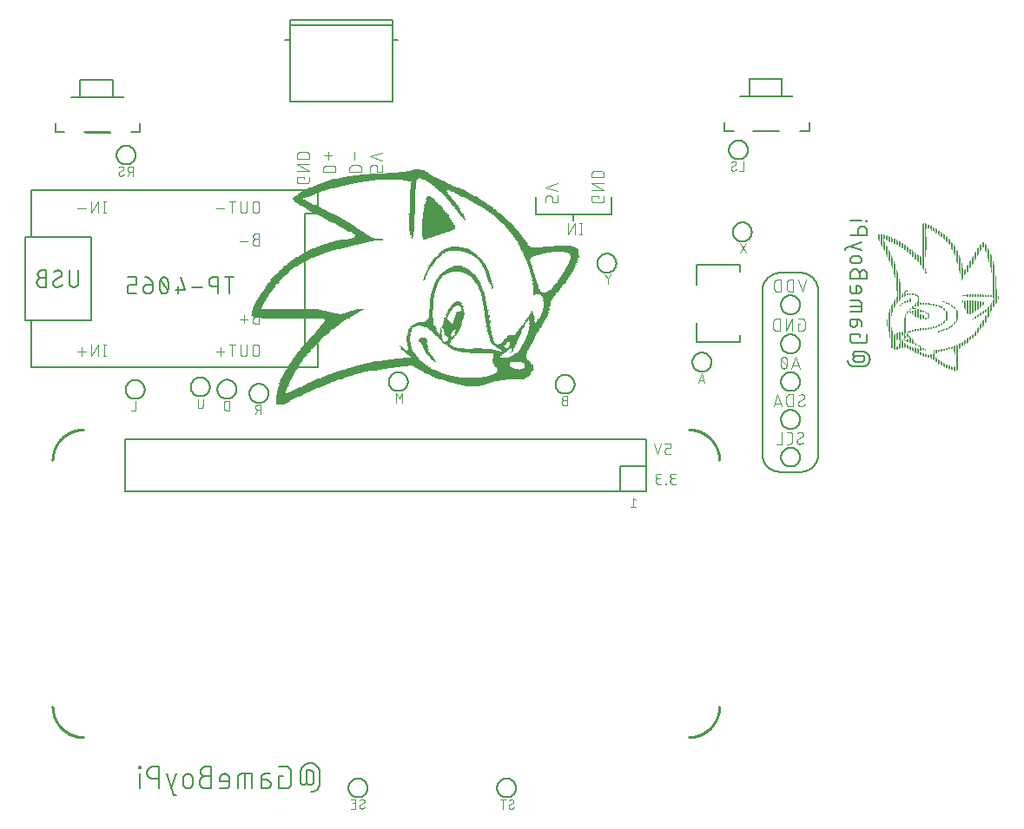
<source format=gbr>
G04 EAGLE Gerber X2 export*
%TF.Part,Single*%
%TF.FileFunction,Legend,Bot,1*%
%TF.FilePolarity,Positive*%
%TF.GenerationSoftware,Autodesk,EAGLE,9.0.0*%
%TF.CreationDate,2018-08-21T14:51:34Z*%
G75*
%MOMM*%
%FSLAX34Y34*%
%LPD*%
%AMOC8*
5,1,8,0,0,1.08239X$1,22.5*%
G01*
%ADD10C,0.177800*%
%ADD11C,0.152400*%
%ADD12C,0.101600*%
%ADD13C,0.076200*%
%ADD14C,0.254000*%
%ADD15C,0.127000*%
%ADD16R,0.845819X0.076956*%
%ADD17R,1.076956X0.076963*%
%ADD18R,1.153156X0.076963*%
%ADD19R,1.308100X0.076963*%
%ADD20R,1.384300X0.076963*%
%ADD21R,1.539238X0.076963*%
%ADD22R,1.691638X0.076956*%
%ADD23R,1.846581X0.076963*%
%ADD24R,2.001519X0.076963*%
%ADD25R,2.232656X0.076963*%
%ADD26R,2.385056X0.076963*%
%ADD27R,2.540000X0.076963*%
%ADD28R,2.616200X0.076956*%
%ADD29R,2.771138X0.076963*%
%ADD30R,1.849119X0.076963*%
%ADD31R,0.924556X0.076963*%
%ADD32R,0.848356X0.076963*%
%ADD33R,1.925319X0.076963*%
%ADD34R,1.922775X0.076956*%
%ADD35R,0.924556X0.076956*%
%ADD36R,0.922019X0.076963*%
%ADD37R,1.922781X0.076963*%
%ADD38R,1.463037X0.076963*%
%ADD39R,2.077719X0.076963*%
%ADD40R,1.000756X0.076963*%
%ADD41R,2.230119X0.076963*%
%ADD42R,2.926081X0.076956*%
%ADD43R,2.077719X0.076956*%
%ADD44R,1.000756X0.076956*%
%ADD45R,3.464556X0.076963*%
%ADD46R,2.153919X0.076963*%
%ADD47R,4.003038X0.076963*%
%ADD48R,4.617719X0.076963*%
%ADD49R,2.156456X0.076963*%
%ADD50R,5.311138X0.076963*%
%ADD51R,2.232662X0.076963*%
%ADD52R,6.156963X0.076963*%
%ADD53R,7.772400X0.076956*%
%ADD54R,2.230119X0.076956*%
%ADD55R,8.389619X0.077219*%
%ADD56R,2.308856X0.077219*%
%ADD57R,1.000756X0.077219*%
%ADD58R,8.775700X0.076956*%
%ADD59R,2.232656X0.076956*%
%ADD60R,4.386581X0.076963*%
%ADD61R,2.387600X0.076963*%
%ADD62R,2.308856X0.076963*%
%ADD63R,4.079238X0.076963*%
%ADD64R,2.156462X0.076963*%
%ADD65R,2.308863X0.076963*%
%ADD66R,3.848100X0.076963*%
%ADD67R,2.463800X0.076963*%
%ADD68R,0.998219X0.076963*%
%ADD69R,3.693156X0.076963*%
%ADD70R,1.770375X0.076963*%
%ADD71R,3.619500X0.076963*%
%ADD72R,1.615438X0.076963*%
%ADD73R,3.464562X0.076956*%
%ADD74R,1.615438X0.076956*%
%ADD75R,2.694937X0.076956*%
%ADD76R,1.076956X0.076956*%
%ADD77R,3.385819X0.076963*%
%ADD78R,1.541781X0.076963*%
%ADD79R,3.462019X0.076963*%
%ADD80R,2.923538X0.076963*%
%ADD81R,3.078481X0.076963*%
%ADD82R,3.540756X0.076963*%
%ADD83R,3.309619X0.076963*%
%ADD84R,1.079500X0.076963*%
%ADD85R,1.310638X0.076963*%
%ADD86R,1.386838X0.076963*%
%ADD87R,1.000762X0.076963*%
%ADD88R,1.770381X0.076956*%
%ADD89R,1.384300X0.076956*%
%ADD90R,3.850638X0.076956*%
%ADD91R,1.000762X0.076956*%
%ADD92R,4.155438X0.076963*%
%ADD93R,1.076963X0.076963*%
%ADD94R,4.620262X0.076963*%
%ADD95R,0.769619X0.076963*%
%ADD96R,1.460500X0.076963*%
%ADD97R,5.001256X0.076963*%
%ADD98R,6.464300X0.076963*%
%ADD99R,0.693419X0.076963*%
%ADD100R,6.080756X0.076963*%
%ADD101R,5.539738X0.076963*%
%ADD102R,0.769619X0.076956*%
%ADD103R,1.694175X0.076956*%
%ADD104R,5.156200X0.076956*%
%ADD105R,1.846575X0.076963*%
%ADD106R,4.696456X0.076963*%
%ADD107R,3.616956X0.076963*%
%ADD108R,0.154938X0.076963*%
%ADD109R,4.234181X0.076963*%
%ADD110R,0.231138X0.076963*%
%ADD111R,0.309881X0.076963*%
%ADD112R,3.078475X0.076963*%
%ADD113R,0.307338X0.076963*%
%ADD114R,3.233419X0.076956*%
%ADD115R,0.307338X0.076956*%
%ADD116R,1.460500X0.076956*%
%ADD117R,1.079500X0.076956*%
%ADD118R,1.770381X0.076963*%
%ADD119R,0.383538X0.076963*%
%ADD120R,0.386075X0.076963*%
%ADD121R,0.617219X0.076963*%
%ADD122R,0.845819X0.076963*%
%ADD123R,0.614681X0.076963*%
%ADD124R,1.155700X0.076963*%
%ADD125R,1.231900X0.076963*%
%ADD126R,0.076200X0.076956*%
%ADD127R,1.229356X0.076956*%
%ADD128R,0.386075X0.076956*%
%ADD129R,0.076200X0.077219*%
%ADD130R,3.464562X0.077219*%
%ADD131R,0.386075X0.077219*%
%ADD132R,0.848363X0.077219*%
%ADD133R,1.155700X0.077219*%
%ADD134R,0.922019X0.076956*%
%ADD135R,4.462781X0.076956*%
%ADD136R,0.924563X0.076956*%
%ADD137R,1.155700X0.076956*%
%ADD138R,0.541019X0.076963*%
%ADD139R,4.081781X0.076963*%
%ADD140R,0.462281X0.076963*%
%ADD141R,1.153163X0.076963*%
%ADD142R,0.386081X0.076963*%
%ADD143R,0.538481X0.076956*%
%ADD144R,0.462281X0.076956*%
%ADD145R,0.309881X0.076956*%
%ADD146R,0.231138X0.076956*%
%ADD147R,1.153156X0.076956*%
%ADD148R,0.459738X0.076963*%
%ADD149R,0.078738X0.076963*%
%ADD150R,0.538481X0.076963*%
%ADD151R,0.693419X0.076956*%
%ADD152R,0.541019X0.076956*%
%ADD153R,0.617219X0.076956*%
%ADD154R,1.231900X0.076956*%
%ADD155R,1.229356X0.076963*%
%ADD156R,0.848363X0.076963*%
%ADD157R,1.153163X0.076956*%
%ADD158R,0.386081X0.076956*%
%ADD159R,0.459738X0.076956*%
%ADD160R,0.383538X0.076956*%
%ADD161R,0.690881X0.076963*%
%ADD162R,0.538475X0.076963*%
%ADD163R,0.228600X0.076963*%
%ADD164R,0.462275X0.076963*%
%ADD165R,0.462275X0.076956*%
%ADD166R,0.152400X0.076956*%
%ADD167R,0.924563X0.076963*%
%ADD168R,0.152400X0.076963*%
%ADD169R,0.076200X0.076963*%
%ADD170R,0.309875X0.076963*%
%ADD171R,1.849119X0.076956*%
%ADD172R,1.541781X0.076956*%
%ADD173R,0.307338X0.077219*%
%ADD174R,0.462281X0.077219*%
%ADD175R,1.849119X0.077219*%
%ADD176R,1.079500X0.077219*%
%ADD177R,0.383538X0.077219*%
%ADD178R,1.539238X0.077219*%
%ADD179R,1.308100X0.076956*%
%ADD180R,1.617975X0.076963*%
%ADD181R,1.922775X0.076963*%
%ADD182R,1.694175X0.076963*%
%ADD183R,0.772163X0.076963*%
%ADD184R,0.614675X0.076956*%
%ADD185R,1.925319X0.076956*%
%ADD186R,0.614675X0.076963*%
%ADD187R,2.847338X0.076963*%
%ADD188R,8.620762X0.076963*%
%ADD189R,9.311637X0.076963*%
%ADD190R,9.621519X0.076956*%
%ADD191R,9.928856X0.076963*%
%ADD192R,10.007600X0.076963*%
%ADD193R,8.468356X0.076963*%
%ADD194R,7.929881X0.076963*%
%ADD195R,7.620000X0.076963*%
%ADD196R,7.312656X0.076963*%
%ADD197R,0.772163X0.076956*%
%ADD198R,6.850381X0.076956*%
%ADD199R,2.999738X0.076963*%
%ADD200R,0.538475X0.076956*%
%ADD201R,0.690875X0.076963*%
%ADD202R,0.848356X0.076956*%
%ADD203R,0.848356X0.077219*%
%ADD204R,0.769619X0.077219*%
%ADD205R,1.539238X0.076956*%
%ADD206R,0.614681X0.076956*%
%ADD207R,0.154938X0.076956*%
%ADD208R,0.848363X0.076956*%
%ADD209R,0.309881X0.077219*%
%ADD210R,0.693419X0.077219*%
%ADD211R,0.538475X0.077219*%
%ADD212R,0.154938X0.077219*%
%ADD213R,2.618737X0.076963*%
%ADD214R,1.846581X0.076956*%
%ADD215R,2.001519X0.076956*%
%ADD216R,2.080256X0.076963*%
%ADD217R,2.849881X0.076963*%
%ADD218R,5.466081X0.076963*%
%ADD219R,5.542281X0.076963*%
%ADD220R,5.542281X0.076956*%
%ADD221R,2.618737X0.076956*%
%ADD222R,5.463538X0.077219*%
%ADD223R,2.771138X0.077219*%
%ADD224R,5.466075X0.076956*%
%ADD225R,1.463037X0.076956*%
%ADD226R,2.847338X0.076956*%
%ADD227R,1.694181X0.076963*%
%ADD228R,3.081019X0.076963*%
%ADD229R,3.157219X0.076963*%
%ADD230R,3.464562X0.076963*%
%ADD231R,3.616956X0.076956*%
%ADD232R,3.769356X0.076963*%
%ADD233R,3.771900X0.076963*%
%ADD234R,2.232662X0.076956*%
%ADD235R,1.691638X0.076963*%
%ADD236R,2.308856X0.076956*%
%ADD237R,1.229363X0.076956*%
%ADD238R,3.002281X0.076963*%
%ADD239R,3.154681X0.076963*%
%ADD240R,3.154681X0.076956*%
%ADD241R,1.386838X0.076956*%
%ADD242R,3.002281X0.076956*%
%ADD243R,0.845819X0.077219*%
%ADD244R,3.002281X0.077219*%
%ADD245R,2.923538X0.076956*%
%ADD246R,1.617981X0.076963*%
%ADD247R,2.694937X0.076963*%
%ADD248R,2.616200X0.076963*%
%ADD249R,2.540000X0.076956*%
%ADD250R,1.308100X0.077219*%
%ADD251R,0.538481X0.077219*%
%ADD252R,1.386838X0.077219*%
%ADD253R,1.310638X0.076956*%
%ADD254R,3.230875X0.076963*%
%ADD255R,3.693163X0.076963*%
%ADD256R,4.389119X0.076956*%
%ADD257R,5.234938X0.076963*%
%ADD258R,8.003538X0.076963*%
%ADD259R,7.772400X0.076963*%
%ADD260R,9.083037X0.076963*%
%ADD261R,8.542019X0.076963*%
%ADD262R,7.851138X0.076956*%
%ADD263R,7.002775X0.076963*%
%ADD264R,5.925819X0.076963*%
%ADD265R,1.076956X0.077219*%
%ADD266R,0.690875X0.076956*%
%ADD267C,0.001000*%
%ADD268C,0.001269*%
%ADD269R,0.084838X0.424181*%
%ADD270R,0.084581X0.508000*%
%ADD271R,0.084581X0.594363*%
%ADD272R,0.084838X0.762000*%
%ADD273R,0.084581X0.932181*%
%ADD274R,0.084581X1.102363*%
%ADD275R,0.084838X1.186181*%
%ADD276R,0.084581X0.845819*%
%ADD277R,0.084581X0.424181*%
%ADD278R,0.084581X0.848363*%
%ADD279R,0.084581X0.337819*%
%ADD280R,0.084838X0.845819*%
%ADD281R,0.084838X0.421637*%
%ADD282R,0.084581X0.421637*%
%ADD283R,0.084581X0.678181*%
%ADD284R,0.084838X1.270000*%
%ADD285R,0.084838X0.929638*%
%ADD286R,0.084581X1.864363*%
%ADD287R,0.084581X2.794000*%
%ADD288R,0.084581X1.016000*%
%ADD289R,0.084838X3.726181*%
%ADD290R,0.084838X1.016000*%
%ADD291R,0.084581X1.948181*%
%ADD292R,0.084581X1.694181*%
%ADD293R,0.084581X1.099819*%
%ADD294R,0.084838X1.607819*%
%ADD295R,0.084838X1.099819*%
%ADD296R,0.084581X1.437638*%
%ADD297R,0.084581X1.270000*%
%ADD298R,0.084581X1.524000*%
%ADD299R,0.084581X1.353819*%
%ADD300R,0.084838X0.848363*%
%ADD301R,0.084838X0.591819*%
%ADD302R,0.084838X1.778000*%
%ADD303R,0.084581X0.340363*%
%ADD304R,0.084581X2.115819*%
%ADD305R,0.084581X2.961638*%
%ADD306R,0.084838X0.337819*%
%ADD307R,0.084838X2.540000*%
%ADD308R,0.084838X0.508000*%
%ADD309R,0.084581X2.118362*%
%ADD310R,0.084581X1.607819*%
%ADD311R,0.084581X0.170181*%
%ADD312R,0.084581X1.691638*%
%ADD313R,0.084838X1.524000*%
%ADD314R,0.084838X0.170181*%
%ADD315R,0.084581X0.762000*%
%ADD316R,0.084581X0.167637*%
%ADD317R,0.084581X0.254000*%
%ADD318R,0.084581X0.083819*%
%ADD319R,0.084838X0.083819*%
%ADD320R,0.084581X1.861819*%
%ADD321R,0.084838X0.340363*%
%ADD322R,0.084838X0.254000*%
%ADD323R,0.084581X0.591819*%
%ADD324R,0.084581X0.086363*%
%ADD325R,0.084838X0.167637*%
%ADD326R,0.084581X0.929638*%
%ADD327R,0.084838X3.893819*%
%ADD328R,0.084581X4.318000*%
%ADD329R,0.084581X4.572000*%
%ADD330R,0.084838X0.086363*%
%ADD331R,0.084838X3.639819*%
%ADD332R,0.084581X3.302000*%
%ADD333R,0.084838X0.675638*%
%ADD334R,0.084581X0.675638*%
%ADD335R,0.084838X0.594363*%
%ADD336R,0.084581X2.540000*%
%ADD337R,0.084581X2.453638*%
%ADD338R,0.084838X1.440181*%
%ADD339R,0.084838X1.356363*%
%ADD340R,0.084581X1.440181*%
%ADD341R,0.084838X0.678181*%
%ADD342R,0.084838X1.353819*%
%ADD343R,0.084581X1.183638*%
%ADD344R,0.084838X1.183638*%
%ADD345R,0.084838X0.932181*%
%ADD346R,0.084581X1.610363*%
%ADD347R,0.084581X3.556000*%
%ADD348R,0.084581X4.147819*%
%ADD349R,0.084838X3.556000*%
%ADD350R,0.084581X2.710181*%
%ADD351R,0.084581X1.356363*%


D10*
X649168Y283094D02*
X652681Y283094D01*
X652798Y283092D01*
X652916Y283086D01*
X653033Y283076D01*
X653149Y283063D01*
X653265Y283045D01*
X653381Y283024D01*
X653496Y282998D01*
X653609Y282969D01*
X653722Y282936D01*
X653834Y282900D01*
X653944Y282859D01*
X654053Y282815D01*
X654160Y282768D01*
X654266Y282716D01*
X654370Y282662D01*
X654472Y282603D01*
X654572Y282542D01*
X654670Y282477D01*
X654765Y282409D01*
X654859Y282338D01*
X654950Y282263D01*
X655038Y282186D01*
X655124Y282106D01*
X655207Y282023D01*
X655287Y281937D01*
X655364Y281849D01*
X655439Y281758D01*
X655510Y281664D01*
X655578Y281569D01*
X655643Y281471D01*
X655704Y281371D01*
X655763Y281269D01*
X655817Y281165D01*
X655869Y281059D01*
X655916Y280952D01*
X655960Y280843D01*
X656001Y280733D01*
X656037Y280621D01*
X656070Y280508D01*
X656099Y280395D01*
X656125Y280280D01*
X656146Y280164D01*
X656164Y280048D01*
X656177Y279932D01*
X656187Y279815D01*
X656193Y279697D01*
X656195Y279580D01*
X656195Y272553D01*
X656193Y272436D01*
X656187Y272318D01*
X656177Y272201D01*
X656164Y272085D01*
X656146Y271969D01*
X656125Y271853D01*
X656099Y271738D01*
X656070Y271625D01*
X656037Y271512D01*
X656001Y271400D01*
X655960Y271290D01*
X655916Y271181D01*
X655869Y271074D01*
X655817Y270968D01*
X655763Y270864D01*
X655704Y270762D01*
X655643Y270662D01*
X655578Y270564D01*
X655510Y270469D01*
X655439Y270375D01*
X655364Y270284D01*
X655287Y270196D01*
X655207Y270110D01*
X655124Y270027D01*
X655038Y269947D01*
X654950Y269870D01*
X654859Y269795D01*
X654765Y269724D01*
X654670Y269656D01*
X654572Y269591D01*
X654472Y269530D01*
X654370Y269471D01*
X654266Y269417D01*
X654160Y269365D01*
X654053Y269318D01*
X653944Y269274D01*
X653834Y269233D01*
X653722Y269197D01*
X653609Y269164D01*
X653496Y269135D01*
X653381Y269109D01*
X653265Y269088D01*
X653149Y269070D01*
X653033Y269057D01*
X652916Y269047D01*
X652798Y269041D01*
X652681Y269039D01*
X652564Y269041D01*
X652446Y269047D01*
X652329Y269057D01*
X652213Y269070D01*
X652097Y269088D01*
X651981Y269109D01*
X651866Y269135D01*
X651753Y269164D01*
X651640Y269197D01*
X651528Y269233D01*
X651418Y269274D01*
X651309Y269318D01*
X651202Y269365D01*
X651096Y269417D01*
X650992Y269471D01*
X650890Y269530D01*
X650790Y269591D01*
X650692Y269656D01*
X650597Y269724D01*
X650503Y269795D01*
X650412Y269870D01*
X650324Y269947D01*
X650238Y270027D01*
X650155Y270110D01*
X650075Y270196D01*
X649998Y270284D01*
X649923Y270375D01*
X649852Y270469D01*
X649784Y270564D01*
X649719Y270662D01*
X649658Y270762D01*
X649599Y270864D01*
X649545Y270968D01*
X649493Y271074D01*
X649446Y271181D01*
X649402Y271290D01*
X649361Y271400D01*
X649325Y271512D01*
X649292Y271625D01*
X649263Y271738D01*
X649237Y271853D01*
X649216Y271969D01*
X649198Y272085D01*
X649185Y272201D01*
X649175Y272318D01*
X649169Y272436D01*
X649167Y272553D01*
X649168Y271967D02*
X649168Y283094D01*
X649168Y271967D02*
X649166Y271860D01*
X649160Y271753D01*
X649150Y271647D01*
X649137Y271541D01*
X649119Y271435D01*
X649098Y271330D01*
X649073Y271226D01*
X649044Y271123D01*
X649011Y271022D01*
X648975Y270921D01*
X648935Y270822D01*
X648891Y270724D01*
X648844Y270628D01*
X648793Y270534D01*
X648739Y270442D01*
X648682Y270351D01*
X648621Y270263D01*
X648558Y270177D01*
X648491Y270094D01*
X648421Y270013D01*
X648348Y269935D01*
X648272Y269859D01*
X648194Y269786D01*
X648113Y269716D01*
X648030Y269649D01*
X647944Y269586D01*
X647856Y269525D01*
X647765Y269468D01*
X647673Y269414D01*
X647579Y269363D01*
X647483Y269316D01*
X647385Y269272D01*
X647286Y269232D01*
X647185Y269196D01*
X647084Y269163D01*
X646981Y269134D01*
X646877Y269109D01*
X646772Y269088D01*
X646666Y269070D01*
X646560Y269057D01*
X646454Y269047D01*
X646347Y269041D01*
X646240Y269039D01*
X646133Y269041D01*
X646026Y269047D01*
X645920Y269057D01*
X645814Y269070D01*
X645708Y269088D01*
X645603Y269109D01*
X645499Y269134D01*
X645396Y269163D01*
X645295Y269196D01*
X645194Y269232D01*
X645095Y269272D01*
X644997Y269316D01*
X644901Y269363D01*
X644807Y269414D01*
X644715Y269468D01*
X644624Y269525D01*
X644536Y269586D01*
X644450Y269649D01*
X644367Y269716D01*
X644286Y269786D01*
X644208Y269859D01*
X644132Y269935D01*
X644059Y270013D01*
X643989Y270094D01*
X643922Y270177D01*
X643859Y270263D01*
X643798Y270351D01*
X643741Y270442D01*
X643687Y270534D01*
X643636Y270628D01*
X643589Y270724D01*
X643545Y270822D01*
X643505Y270921D01*
X643469Y271022D01*
X643436Y271123D01*
X643407Y271226D01*
X643382Y271330D01*
X643361Y271435D01*
X643343Y271541D01*
X643330Y271647D01*
X643320Y271753D01*
X643314Y271860D01*
X643312Y271967D01*
X643311Y271967D02*
X643311Y280751D01*
X643314Y280979D01*
X643322Y281207D01*
X643336Y281435D01*
X643355Y281662D01*
X643380Y281889D01*
X643411Y282115D01*
X643447Y282341D01*
X643488Y282565D01*
X643535Y282788D01*
X643587Y283010D01*
X643645Y283231D01*
X643708Y283450D01*
X643777Y283668D01*
X643850Y283884D01*
X643929Y284098D01*
X644013Y284310D01*
X644103Y284520D01*
X644197Y284728D01*
X644296Y284934D01*
X644401Y285137D01*
X644510Y285337D01*
X644624Y285534D01*
X644743Y285729D01*
X644866Y285921D01*
X644995Y286110D01*
X645127Y286295D01*
X645265Y286478D01*
X645406Y286657D01*
X645552Y286832D01*
X645702Y287004D01*
X645857Y287172D01*
X646015Y287336D01*
X646178Y287496D01*
X646344Y287653D01*
X646514Y287805D01*
X646687Y287953D01*
X646864Y288097D01*
X647045Y288237D01*
X647229Y288372D01*
X647416Y288502D01*
X647606Y288628D01*
X647800Y288749D01*
X647996Y288866D01*
X648195Y288977D01*
X648397Y289084D01*
X648601Y289186D01*
X648807Y289283D01*
X649016Y289375D01*
X649227Y289461D01*
X649441Y289543D01*
X649656Y289619D01*
X649872Y289690D01*
X650091Y289756D01*
X650311Y289816D01*
X650532Y289871D01*
X650755Y289921D01*
X650979Y289965D01*
X651204Y290004D01*
X651430Y290037D01*
X651656Y290065D01*
X651883Y290087D01*
X652111Y290104D01*
X652339Y290115D01*
X652567Y290120D01*
X652795Y290120D01*
X653023Y290115D01*
X653251Y290104D01*
X653479Y290087D01*
X653706Y290065D01*
X653932Y290037D01*
X654158Y290004D01*
X654383Y289965D01*
X654607Y289921D01*
X654830Y289871D01*
X655051Y289816D01*
X655271Y289756D01*
X655490Y289690D01*
X655706Y289619D01*
X655921Y289543D01*
X656135Y289461D01*
X656346Y289375D01*
X656555Y289283D01*
X656761Y289186D01*
X656965Y289084D01*
X657167Y288977D01*
X657366Y288866D01*
X657562Y288749D01*
X657756Y288628D01*
X657946Y288502D01*
X658133Y288372D01*
X658317Y288237D01*
X658498Y288097D01*
X658675Y287953D01*
X658848Y287805D01*
X659018Y287653D01*
X659184Y287496D01*
X659347Y287336D01*
X659505Y287172D01*
X659660Y287004D01*
X659810Y286832D01*
X659956Y286657D01*
X660097Y286478D01*
X660235Y286295D01*
X660367Y286110D01*
X660496Y285921D01*
X660619Y285729D01*
X660738Y285534D01*
X660852Y285337D01*
X660961Y285137D01*
X661066Y284934D01*
X661165Y284728D01*
X661259Y284520D01*
X661349Y284310D01*
X661433Y284098D01*
X661512Y283884D01*
X661585Y283668D01*
X661654Y283450D01*
X661717Y283231D01*
X661775Y283010D01*
X661827Y282788D01*
X661874Y282565D01*
X661915Y282341D01*
X661951Y282115D01*
X661982Y281889D01*
X662007Y281662D01*
X662026Y281435D01*
X662040Y281207D01*
X662048Y280979D01*
X662051Y280751D01*
X662051Y270796D01*
X662048Y270583D01*
X662041Y270370D01*
X662028Y270157D01*
X662010Y269944D01*
X661986Y269732D01*
X661958Y269521D01*
X661925Y269310D01*
X661886Y269100D01*
X661843Y268892D01*
X661794Y268684D01*
X661740Y268478D01*
X661682Y268272D01*
X661618Y268069D01*
X661550Y267867D01*
X661476Y267667D01*
X661398Y267468D01*
X661315Y267272D01*
X661227Y267077D01*
X661135Y266885D01*
X661038Y266695D01*
X660936Y266508D01*
X660830Y266323D01*
X660719Y266140D01*
X660604Y265961D01*
X660485Y265784D01*
X660362Y265610D01*
X660234Y265439D01*
X660102Y265271D01*
X659966Y265107D01*
X659827Y264946D01*
X659683Y264788D01*
X659536Y264634D01*
X659384Y264484D01*
X659230Y264337D01*
X659072Y264194D01*
X658910Y264054D01*
X658745Y263919D01*
X658577Y263788D01*
X658406Y263661D01*
X658231Y263538D01*
X658054Y263420D01*
X657874Y263305D01*
X657691Y263195D01*
X657506Y263090D01*
X657318Y262989D01*
X657127Y262893D01*
X656935Y262801D01*
X656740Y262714D01*
X656543Y262632D01*
X656345Y262554D01*
X656144Y262482D01*
X655942Y262414D01*
X655738Y262351D01*
X655533Y262293D01*
X655326Y262240D01*
X655118Y262192D01*
X654909Y262150D01*
X654700Y262112D01*
X654489Y262079D01*
X654277Y262052D01*
X654065Y262029D01*
X653853Y262012D01*
X625985Y277237D02*
X622472Y277237D01*
X622472Y265525D01*
X629499Y265525D01*
X629633Y265527D01*
X629766Y265533D01*
X629900Y265542D01*
X630033Y265556D01*
X630166Y265573D01*
X630298Y265594D01*
X630429Y265618D01*
X630560Y265647D01*
X630690Y265679D01*
X630819Y265715D01*
X630947Y265754D01*
X631073Y265797D01*
X631199Y265844D01*
X631323Y265895D01*
X631445Y265948D01*
X631566Y266006D01*
X631685Y266066D01*
X631803Y266131D01*
X631918Y266198D01*
X632032Y266269D01*
X632143Y266343D01*
X632253Y266420D01*
X632360Y266500D01*
X632465Y266583D01*
X632567Y266669D01*
X632667Y266758D01*
X632764Y266850D01*
X632859Y266945D01*
X632951Y267042D01*
X633040Y267142D01*
X633126Y267244D01*
X633209Y267349D01*
X633289Y267456D01*
X633366Y267566D01*
X633440Y267677D01*
X633511Y267791D01*
X633578Y267906D01*
X633643Y268024D01*
X633703Y268143D01*
X633761Y268264D01*
X633814Y268386D01*
X633865Y268510D01*
X633912Y268636D01*
X633955Y268762D01*
X633994Y268890D01*
X634030Y269019D01*
X634062Y269149D01*
X634091Y269280D01*
X634115Y269411D01*
X634136Y269543D01*
X634153Y269676D01*
X634167Y269809D01*
X634176Y269943D01*
X634182Y270076D01*
X634184Y270210D01*
X634184Y281922D01*
X634182Y282056D01*
X634176Y282189D01*
X634167Y282323D01*
X634153Y282456D01*
X634136Y282589D01*
X634115Y282721D01*
X634091Y282852D01*
X634062Y282983D01*
X634030Y283113D01*
X633994Y283242D01*
X633955Y283370D01*
X633912Y283496D01*
X633865Y283622D01*
X633814Y283746D01*
X633761Y283868D01*
X633703Y283989D01*
X633643Y284108D01*
X633578Y284226D01*
X633511Y284341D01*
X633440Y284455D01*
X633366Y284566D01*
X633289Y284676D01*
X633209Y284783D01*
X633126Y284888D01*
X633040Y284990D01*
X632951Y285090D01*
X632859Y285187D01*
X632764Y285282D01*
X632667Y285374D01*
X632567Y285463D01*
X632465Y285549D01*
X632360Y285632D01*
X632253Y285712D01*
X632143Y285789D01*
X632032Y285863D01*
X631918Y285934D01*
X631803Y286001D01*
X631685Y286066D01*
X631566Y286126D01*
X631445Y286184D01*
X631323Y286237D01*
X631199Y286288D01*
X631073Y286335D01*
X630947Y286378D01*
X630819Y286417D01*
X630690Y286453D01*
X630560Y286485D01*
X630429Y286514D01*
X630298Y286538D01*
X630166Y286559D01*
X630033Y286576D01*
X629900Y286590D01*
X629766Y286599D01*
X629633Y286605D01*
X629499Y286607D01*
X622472Y286607D01*
X610388Y273724D02*
X605117Y273724D01*
X610388Y273724D02*
X610514Y273722D01*
X610640Y273716D01*
X610766Y273707D01*
X610892Y273693D01*
X611017Y273675D01*
X611141Y273654D01*
X611265Y273629D01*
X611388Y273600D01*
X611510Y273568D01*
X611631Y273531D01*
X611750Y273491D01*
X611869Y273447D01*
X611986Y273400D01*
X612101Y273349D01*
X612215Y273294D01*
X612327Y273236D01*
X612438Y273175D01*
X612546Y273110D01*
X612652Y273042D01*
X612756Y272971D01*
X612858Y272896D01*
X612958Y272818D01*
X613055Y272738D01*
X613149Y272654D01*
X613241Y272568D01*
X613331Y272478D01*
X613417Y272386D01*
X613501Y272292D01*
X613581Y272195D01*
X613659Y272095D01*
X613734Y271993D01*
X613805Y271889D01*
X613873Y271783D01*
X613938Y271675D01*
X613999Y271564D01*
X614057Y271452D01*
X614112Y271338D01*
X614163Y271223D01*
X614210Y271106D01*
X614254Y270987D01*
X614294Y270868D01*
X614331Y270747D01*
X614363Y270625D01*
X614392Y270502D01*
X614417Y270378D01*
X614438Y270254D01*
X614456Y270129D01*
X614470Y270003D01*
X614479Y269877D01*
X614485Y269751D01*
X614487Y269625D01*
X614485Y269499D01*
X614479Y269373D01*
X614470Y269247D01*
X614456Y269121D01*
X614438Y268996D01*
X614417Y268872D01*
X614392Y268748D01*
X614363Y268625D01*
X614331Y268503D01*
X614294Y268382D01*
X614254Y268263D01*
X614210Y268144D01*
X614163Y268027D01*
X614112Y267912D01*
X614057Y267798D01*
X613999Y267686D01*
X613938Y267576D01*
X613873Y267467D01*
X613805Y267361D01*
X613734Y267257D01*
X613659Y267155D01*
X613581Y267055D01*
X613501Y266958D01*
X613417Y266864D01*
X613331Y266772D01*
X613241Y266682D01*
X613149Y266596D01*
X613055Y266512D01*
X612958Y266432D01*
X612858Y266354D01*
X612756Y266279D01*
X612652Y266208D01*
X612546Y266140D01*
X612438Y266075D01*
X612327Y266014D01*
X612215Y265956D01*
X612101Y265901D01*
X611986Y265850D01*
X611869Y265803D01*
X611750Y265759D01*
X611631Y265719D01*
X611510Y265682D01*
X611388Y265650D01*
X611265Y265621D01*
X611141Y265596D01*
X611017Y265575D01*
X610892Y265557D01*
X610766Y265543D01*
X610640Y265534D01*
X610514Y265528D01*
X610388Y265526D01*
X610388Y265525D02*
X605117Y265525D01*
X605117Y276066D01*
X605119Y276183D01*
X605125Y276301D01*
X605135Y276418D01*
X605148Y276534D01*
X605166Y276650D01*
X605187Y276766D01*
X605213Y276881D01*
X605242Y276994D01*
X605275Y277107D01*
X605311Y277219D01*
X605352Y277329D01*
X605396Y277438D01*
X605443Y277545D01*
X605495Y277651D01*
X605549Y277755D01*
X605608Y277857D01*
X605669Y277957D01*
X605734Y278055D01*
X605802Y278150D01*
X605873Y278244D01*
X605948Y278335D01*
X606025Y278423D01*
X606105Y278509D01*
X606188Y278592D01*
X606274Y278672D01*
X606362Y278749D01*
X606453Y278824D01*
X606547Y278895D01*
X606642Y278963D01*
X606740Y279028D01*
X606840Y279089D01*
X606942Y279148D01*
X607046Y279202D01*
X607152Y279254D01*
X607259Y279301D01*
X607368Y279345D01*
X607478Y279386D01*
X607590Y279422D01*
X607703Y279455D01*
X607816Y279484D01*
X607931Y279510D01*
X608047Y279531D01*
X608163Y279549D01*
X608279Y279562D01*
X608396Y279572D01*
X608514Y279578D01*
X608631Y279580D01*
X613316Y279580D01*
X596262Y279580D02*
X596262Y265525D01*
X596262Y279580D02*
X585721Y279580D01*
X585604Y279578D01*
X585486Y279572D01*
X585369Y279562D01*
X585253Y279549D01*
X585137Y279531D01*
X585021Y279510D01*
X584906Y279484D01*
X584793Y279455D01*
X584680Y279422D01*
X584568Y279386D01*
X584458Y279345D01*
X584349Y279301D01*
X584242Y279254D01*
X584136Y279202D01*
X584032Y279148D01*
X583930Y279089D01*
X583830Y279028D01*
X583732Y278963D01*
X583637Y278895D01*
X583543Y278824D01*
X583452Y278749D01*
X583364Y278672D01*
X583278Y278592D01*
X583195Y278509D01*
X583115Y278423D01*
X583038Y278335D01*
X582963Y278244D01*
X582892Y278150D01*
X582824Y278055D01*
X582759Y277957D01*
X582698Y277857D01*
X582639Y277755D01*
X582585Y277651D01*
X582533Y277545D01*
X582486Y277438D01*
X582442Y277329D01*
X582401Y277219D01*
X582365Y277107D01*
X582332Y276994D01*
X582303Y276881D01*
X582277Y276766D01*
X582256Y276651D01*
X582238Y276534D01*
X582225Y276418D01*
X582215Y276301D01*
X582209Y276183D01*
X582207Y276066D01*
X582207Y265525D01*
X589234Y265525D02*
X589234Y279580D01*
X570538Y265525D02*
X564682Y265525D01*
X570538Y265525D02*
X570655Y265527D01*
X570773Y265533D01*
X570890Y265543D01*
X571006Y265556D01*
X571122Y265574D01*
X571238Y265595D01*
X571353Y265621D01*
X571466Y265650D01*
X571579Y265683D01*
X571691Y265719D01*
X571801Y265760D01*
X571910Y265804D01*
X572017Y265851D01*
X572123Y265903D01*
X572227Y265957D01*
X572329Y266016D01*
X572429Y266077D01*
X572527Y266142D01*
X572622Y266210D01*
X572716Y266281D01*
X572807Y266356D01*
X572895Y266433D01*
X572981Y266513D01*
X573064Y266596D01*
X573144Y266682D01*
X573221Y266770D01*
X573296Y266861D01*
X573367Y266955D01*
X573435Y267050D01*
X573500Y267148D01*
X573561Y267248D01*
X573620Y267350D01*
X573674Y267454D01*
X573726Y267560D01*
X573773Y267667D01*
X573817Y267776D01*
X573858Y267886D01*
X573894Y267998D01*
X573927Y268111D01*
X573956Y268224D01*
X573982Y268339D01*
X574003Y268455D01*
X574021Y268571D01*
X574034Y268687D01*
X574044Y268804D01*
X574050Y268922D01*
X574052Y269039D01*
X574052Y274895D01*
X574050Y275030D01*
X574044Y275165D01*
X574034Y275300D01*
X574021Y275434D01*
X574003Y275568D01*
X573982Y275701D01*
X573957Y275834D01*
X573928Y275966D01*
X573895Y276097D01*
X573859Y276227D01*
X573819Y276356D01*
X573775Y276483D01*
X573727Y276610D01*
X573676Y276735D01*
X573621Y276858D01*
X573563Y276980D01*
X573501Y277100D01*
X573436Y277218D01*
X573367Y277334D01*
X573295Y277449D01*
X573220Y277561D01*
X573141Y277671D01*
X573060Y277778D01*
X572975Y277883D01*
X572888Y277986D01*
X572797Y278086D01*
X572704Y278184D01*
X572607Y278279D01*
X572509Y278371D01*
X572407Y278460D01*
X572303Y278546D01*
X572197Y278629D01*
X572088Y278709D01*
X571977Y278786D01*
X571864Y278859D01*
X571748Y278930D01*
X571631Y278997D01*
X571512Y279060D01*
X571391Y279120D01*
X571268Y279177D01*
X571144Y279230D01*
X571019Y279279D01*
X570892Y279325D01*
X570763Y279367D01*
X570634Y279405D01*
X570503Y279440D01*
X570372Y279471D01*
X570240Y279498D01*
X570107Y279521D01*
X569973Y279541D01*
X569839Y279556D01*
X569704Y279568D01*
X569569Y279576D01*
X569435Y279580D01*
X569299Y279580D01*
X569165Y279576D01*
X569030Y279568D01*
X568895Y279556D01*
X568761Y279541D01*
X568627Y279521D01*
X568494Y279498D01*
X568362Y279471D01*
X568231Y279440D01*
X568100Y279405D01*
X567971Y279367D01*
X567842Y279325D01*
X567715Y279279D01*
X567590Y279230D01*
X567466Y279177D01*
X567343Y279120D01*
X567222Y279060D01*
X567103Y278997D01*
X566986Y278930D01*
X566870Y278859D01*
X566757Y278786D01*
X566646Y278709D01*
X566537Y278629D01*
X566431Y278546D01*
X566327Y278460D01*
X566225Y278371D01*
X566127Y278279D01*
X566030Y278184D01*
X565937Y278086D01*
X565846Y277986D01*
X565759Y277883D01*
X565674Y277778D01*
X565593Y277671D01*
X565514Y277561D01*
X565439Y277449D01*
X565367Y277334D01*
X565298Y277218D01*
X565233Y277100D01*
X565171Y276980D01*
X565113Y276858D01*
X565058Y276735D01*
X565007Y276610D01*
X564959Y276483D01*
X564915Y276356D01*
X564875Y276227D01*
X564839Y276097D01*
X564806Y275966D01*
X564777Y275834D01*
X564752Y275701D01*
X564731Y275568D01*
X564713Y275434D01*
X564700Y275300D01*
X564690Y275165D01*
X564684Y275030D01*
X564682Y274895D01*
X564682Y272553D01*
X574052Y272553D01*
X556466Y277237D02*
X550610Y277237D01*
X550458Y277235D01*
X550306Y277229D01*
X550154Y277219D01*
X550003Y277205D01*
X549852Y277188D01*
X549701Y277166D01*
X549552Y277141D01*
X549402Y277111D01*
X549254Y277078D01*
X549107Y277041D01*
X548960Y277000D01*
X548815Y276955D01*
X548671Y276907D01*
X548528Y276854D01*
X548387Y276798D01*
X548247Y276739D01*
X548108Y276676D01*
X547972Y276609D01*
X547837Y276539D01*
X547704Y276465D01*
X547573Y276388D01*
X547444Y276307D01*
X547317Y276224D01*
X547193Y276136D01*
X547070Y276046D01*
X546950Y275953D01*
X546833Y275856D01*
X546718Y275757D01*
X546606Y275654D01*
X546496Y275549D01*
X546389Y275440D01*
X546285Y275329D01*
X546184Y275216D01*
X546086Y275100D01*
X545991Y274981D01*
X545899Y274860D01*
X545811Y274736D01*
X545725Y274611D01*
X545643Y274483D01*
X545564Y274353D01*
X545489Y274221D01*
X545417Y274087D01*
X545348Y273951D01*
X545283Y273814D01*
X545222Y273675D01*
X545164Y273534D01*
X545110Y273392D01*
X545060Y273248D01*
X545013Y273104D01*
X544970Y272958D01*
X544931Y272811D01*
X544896Y272663D01*
X544865Y272514D01*
X544837Y272365D01*
X544814Y272214D01*
X544794Y272064D01*
X544778Y271912D01*
X544766Y271761D01*
X544758Y271609D01*
X544754Y271457D01*
X544754Y271305D01*
X544758Y271153D01*
X544766Y271001D01*
X544778Y270850D01*
X544794Y270698D01*
X544814Y270548D01*
X544837Y270397D01*
X544865Y270248D01*
X544896Y270099D01*
X544931Y269951D01*
X544970Y269804D01*
X545013Y269658D01*
X545060Y269514D01*
X545110Y269370D01*
X545164Y269228D01*
X545222Y269087D01*
X545283Y268948D01*
X545348Y268811D01*
X545417Y268675D01*
X545489Y268541D01*
X545564Y268409D01*
X545643Y268279D01*
X545725Y268151D01*
X545811Y268026D01*
X545899Y267902D01*
X545991Y267781D01*
X546086Y267662D01*
X546184Y267546D01*
X546285Y267433D01*
X546389Y267322D01*
X546496Y267213D01*
X546606Y267108D01*
X546718Y267005D01*
X546833Y266906D01*
X546950Y266809D01*
X547070Y266716D01*
X547193Y266626D01*
X547317Y266538D01*
X547444Y266455D01*
X547573Y266374D01*
X547704Y266297D01*
X547837Y266223D01*
X547972Y266153D01*
X548108Y266086D01*
X548247Y266023D01*
X548387Y265964D01*
X548528Y265908D01*
X548671Y265855D01*
X548815Y265807D01*
X548960Y265762D01*
X549107Y265721D01*
X549254Y265684D01*
X549402Y265651D01*
X549552Y265621D01*
X549701Y265596D01*
X549852Y265574D01*
X550003Y265557D01*
X550154Y265543D01*
X550306Y265533D01*
X550458Y265527D01*
X550610Y265525D01*
X556466Y265525D01*
X556466Y286607D01*
X550610Y286607D01*
X550475Y286605D01*
X550340Y286599D01*
X550205Y286589D01*
X550071Y286576D01*
X549937Y286558D01*
X549804Y286537D01*
X549671Y286512D01*
X549539Y286483D01*
X549408Y286450D01*
X549278Y286414D01*
X549149Y286374D01*
X549022Y286330D01*
X548895Y286282D01*
X548770Y286231D01*
X548647Y286176D01*
X548525Y286118D01*
X548405Y286056D01*
X548287Y285991D01*
X548171Y285922D01*
X548056Y285850D01*
X547944Y285775D01*
X547834Y285696D01*
X547727Y285615D01*
X547622Y285530D01*
X547519Y285443D01*
X547419Y285352D01*
X547321Y285259D01*
X547226Y285162D01*
X547134Y285064D01*
X547045Y284962D01*
X546959Y284858D01*
X546876Y284752D01*
X546796Y284643D01*
X546719Y284532D01*
X546646Y284419D01*
X546575Y284303D01*
X546508Y284186D01*
X546445Y284067D01*
X546385Y283946D01*
X546328Y283823D01*
X546275Y283699D01*
X546226Y283574D01*
X546180Y283447D01*
X546138Y283318D01*
X546100Y283189D01*
X546065Y283058D01*
X546034Y282927D01*
X546007Y282795D01*
X545984Y282662D01*
X545964Y282528D01*
X545949Y282394D01*
X545937Y282259D01*
X545929Y282124D01*
X545925Y281990D01*
X545925Y281854D01*
X545929Y281720D01*
X545937Y281585D01*
X545949Y281450D01*
X545964Y281316D01*
X545984Y281182D01*
X546007Y281049D01*
X546034Y280917D01*
X546065Y280786D01*
X546100Y280655D01*
X546138Y280526D01*
X546180Y280397D01*
X546226Y280270D01*
X546275Y280145D01*
X546328Y280021D01*
X546385Y279898D01*
X546445Y279777D01*
X546508Y279658D01*
X546575Y279541D01*
X546646Y279425D01*
X546719Y279312D01*
X546796Y279201D01*
X546876Y279092D01*
X546959Y278986D01*
X547045Y278882D01*
X547134Y278780D01*
X547226Y278682D01*
X547321Y278585D01*
X547419Y278492D01*
X547519Y278401D01*
X547622Y278314D01*
X547727Y278229D01*
X547834Y278148D01*
X547944Y278069D01*
X548056Y277994D01*
X548171Y277922D01*
X548287Y277853D01*
X548405Y277788D01*
X548525Y277726D01*
X548647Y277668D01*
X548770Y277613D01*
X548895Y277562D01*
X549022Y277514D01*
X549149Y277470D01*
X549278Y277430D01*
X549408Y277394D01*
X549539Y277361D01*
X549671Y277332D01*
X549804Y277307D01*
X549937Y277286D01*
X550071Y277268D01*
X550205Y277255D01*
X550340Y277245D01*
X550475Y277239D01*
X550610Y277237D01*
X538163Y274895D02*
X538163Y270210D01*
X538163Y274895D02*
X538161Y275030D01*
X538155Y275165D01*
X538145Y275300D01*
X538132Y275434D01*
X538114Y275568D01*
X538093Y275701D01*
X538068Y275834D01*
X538039Y275966D01*
X538006Y276097D01*
X537970Y276227D01*
X537930Y276356D01*
X537886Y276483D01*
X537838Y276610D01*
X537787Y276735D01*
X537732Y276858D01*
X537674Y276980D01*
X537612Y277100D01*
X537547Y277218D01*
X537478Y277334D01*
X537406Y277449D01*
X537331Y277561D01*
X537252Y277671D01*
X537171Y277778D01*
X537086Y277883D01*
X536999Y277986D01*
X536908Y278086D01*
X536815Y278184D01*
X536718Y278279D01*
X536620Y278371D01*
X536518Y278460D01*
X536414Y278546D01*
X536308Y278629D01*
X536199Y278709D01*
X536088Y278786D01*
X535975Y278859D01*
X535859Y278930D01*
X535742Y278997D01*
X535623Y279060D01*
X535502Y279120D01*
X535379Y279177D01*
X535255Y279230D01*
X535130Y279279D01*
X535003Y279325D01*
X534874Y279367D01*
X534745Y279405D01*
X534614Y279440D01*
X534483Y279471D01*
X534351Y279498D01*
X534218Y279521D01*
X534084Y279541D01*
X533950Y279556D01*
X533815Y279568D01*
X533680Y279576D01*
X533546Y279580D01*
X533410Y279580D01*
X533276Y279576D01*
X533141Y279568D01*
X533006Y279556D01*
X532872Y279541D01*
X532738Y279521D01*
X532605Y279498D01*
X532473Y279471D01*
X532342Y279440D01*
X532211Y279405D01*
X532082Y279367D01*
X531953Y279325D01*
X531826Y279279D01*
X531701Y279230D01*
X531577Y279177D01*
X531454Y279120D01*
X531333Y279060D01*
X531214Y278997D01*
X531097Y278930D01*
X530981Y278859D01*
X530868Y278786D01*
X530757Y278709D01*
X530648Y278629D01*
X530542Y278546D01*
X530438Y278460D01*
X530336Y278371D01*
X530238Y278279D01*
X530141Y278184D01*
X530048Y278086D01*
X529957Y277986D01*
X529870Y277883D01*
X529785Y277778D01*
X529704Y277671D01*
X529625Y277561D01*
X529550Y277449D01*
X529478Y277334D01*
X529409Y277218D01*
X529344Y277100D01*
X529282Y276980D01*
X529224Y276858D01*
X529169Y276735D01*
X529118Y276610D01*
X529070Y276483D01*
X529026Y276356D01*
X528986Y276227D01*
X528950Y276097D01*
X528917Y275966D01*
X528888Y275834D01*
X528863Y275701D01*
X528842Y275568D01*
X528824Y275434D01*
X528811Y275300D01*
X528801Y275165D01*
X528795Y275030D01*
X528793Y274895D01*
X528793Y270210D01*
X528795Y270075D01*
X528801Y269940D01*
X528811Y269805D01*
X528824Y269671D01*
X528842Y269537D01*
X528863Y269404D01*
X528888Y269271D01*
X528917Y269139D01*
X528950Y269008D01*
X528986Y268878D01*
X529026Y268749D01*
X529070Y268622D01*
X529118Y268495D01*
X529169Y268370D01*
X529224Y268247D01*
X529282Y268125D01*
X529344Y268005D01*
X529409Y267887D01*
X529478Y267771D01*
X529550Y267656D01*
X529625Y267544D01*
X529704Y267434D01*
X529785Y267327D01*
X529870Y267222D01*
X529957Y267119D01*
X530048Y267019D01*
X530141Y266921D01*
X530238Y266826D01*
X530336Y266734D01*
X530438Y266645D01*
X530542Y266559D01*
X530648Y266476D01*
X530757Y266396D01*
X530868Y266319D01*
X530981Y266246D01*
X531097Y266175D01*
X531214Y266108D01*
X531333Y266045D01*
X531454Y265985D01*
X531577Y265928D01*
X531701Y265875D01*
X531826Y265826D01*
X531953Y265780D01*
X532082Y265738D01*
X532211Y265700D01*
X532342Y265665D01*
X532473Y265634D01*
X532605Y265607D01*
X532738Y265584D01*
X532872Y265564D01*
X533006Y265549D01*
X533141Y265537D01*
X533276Y265529D01*
X533410Y265525D01*
X533546Y265525D01*
X533680Y265529D01*
X533815Y265537D01*
X533950Y265549D01*
X534084Y265564D01*
X534218Y265584D01*
X534351Y265607D01*
X534483Y265634D01*
X534614Y265665D01*
X534745Y265700D01*
X534874Y265738D01*
X535003Y265780D01*
X535130Y265826D01*
X535255Y265875D01*
X535379Y265928D01*
X535502Y265985D01*
X535623Y266045D01*
X535742Y266108D01*
X535859Y266175D01*
X535975Y266246D01*
X536088Y266319D01*
X536199Y266396D01*
X536308Y266476D01*
X536414Y266559D01*
X536518Y266645D01*
X536620Y266734D01*
X536718Y266826D01*
X536815Y266921D01*
X536908Y267019D01*
X536999Y267119D01*
X537086Y267222D01*
X537171Y267327D01*
X537252Y267434D01*
X537331Y267544D01*
X537406Y267656D01*
X537478Y267771D01*
X537547Y267887D01*
X537612Y268005D01*
X537674Y268125D01*
X537732Y268247D01*
X537787Y268370D01*
X537838Y268495D01*
X537886Y268622D01*
X537930Y268749D01*
X537970Y268878D01*
X538006Y269008D01*
X538039Y269139D01*
X538068Y269271D01*
X538093Y269404D01*
X538114Y269537D01*
X538132Y269671D01*
X538145Y269805D01*
X538155Y269940D01*
X538161Y270075D01*
X538163Y270210D01*
X522141Y258498D02*
X519798Y258498D01*
X512771Y279580D01*
X522141Y279580D02*
X517456Y265525D01*
X505196Y265525D02*
X505196Y286607D01*
X499340Y286607D01*
X499188Y286605D01*
X499036Y286599D01*
X498884Y286589D01*
X498733Y286575D01*
X498582Y286558D01*
X498431Y286536D01*
X498282Y286511D01*
X498132Y286481D01*
X497984Y286448D01*
X497837Y286411D01*
X497690Y286370D01*
X497545Y286325D01*
X497401Y286277D01*
X497258Y286224D01*
X497117Y286168D01*
X496977Y286109D01*
X496838Y286046D01*
X496702Y285979D01*
X496567Y285909D01*
X496434Y285835D01*
X496303Y285758D01*
X496174Y285677D01*
X496047Y285594D01*
X495923Y285506D01*
X495800Y285416D01*
X495680Y285323D01*
X495563Y285226D01*
X495448Y285127D01*
X495336Y285024D01*
X495226Y284919D01*
X495119Y284810D01*
X495015Y284699D01*
X494914Y284586D01*
X494816Y284470D01*
X494721Y284351D01*
X494629Y284230D01*
X494541Y284106D01*
X494455Y283981D01*
X494373Y283853D01*
X494294Y283723D01*
X494219Y283591D01*
X494147Y283457D01*
X494078Y283321D01*
X494013Y283184D01*
X493952Y283045D01*
X493894Y282904D01*
X493840Y282762D01*
X493790Y282618D01*
X493743Y282474D01*
X493700Y282328D01*
X493661Y282181D01*
X493626Y282033D01*
X493595Y281884D01*
X493567Y281735D01*
X493544Y281584D01*
X493524Y281434D01*
X493508Y281282D01*
X493496Y281131D01*
X493488Y280979D01*
X493484Y280827D01*
X493484Y280675D01*
X493488Y280523D01*
X493496Y280371D01*
X493508Y280220D01*
X493524Y280068D01*
X493544Y279918D01*
X493567Y279767D01*
X493595Y279618D01*
X493626Y279469D01*
X493661Y279321D01*
X493700Y279174D01*
X493743Y279028D01*
X493790Y278884D01*
X493840Y278740D01*
X493894Y278598D01*
X493952Y278457D01*
X494013Y278318D01*
X494078Y278181D01*
X494147Y278045D01*
X494219Y277911D01*
X494294Y277779D01*
X494373Y277649D01*
X494455Y277521D01*
X494541Y277396D01*
X494629Y277272D01*
X494721Y277151D01*
X494816Y277032D01*
X494914Y276916D01*
X495015Y276803D01*
X495119Y276692D01*
X495226Y276583D01*
X495336Y276478D01*
X495448Y276375D01*
X495563Y276276D01*
X495680Y276179D01*
X495800Y276086D01*
X495923Y275996D01*
X496047Y275908D01*
X496174Y275825D01*
X496303Y275744D01*
X496434Y275667D01*
X496567Y275593D01*
X496702Y275523D01*
X496838Y275456D01*
X496977Y275393D01*
X497117Y275334D01*
X497258Y275278D01*
X497401Y275225D01*
X497545Y275177D01*
X497690Y275132D01*
X497837Y275091D01*
X497984Y275054D01*
X498132Y275021D01*
X498282Y274991D01*
X498431Y274966D01*
X498582Y274944D01*
X498733Y274927D01*
X498884Y274913D01*
X499036Y274903D01*
X499188Y274897D01*
X499340Y274895D01*
X505196Y274895D01*
X486694Y279580D02*
X486694Y265525D01*
X487279Y285436D02*
X487279Y286607D01*
X486108Y286607D01*
X486108Y285436D01*
X487279Y285436D01*
D11*
X573842Y747840D02*
X573842Y764096D01*
X569327Y764096D02*
X578358Y764096D01*
X563037Y764096D02*
X563037Y747840D01*
X563037Y764096D02*
X558521Y764096D01*
X558388Y764094D01*
X558256Y764088D01*
X558124Y764078D01*
X557992Y764065D01*
X557860Y764047D01*
X557730Y764026D01*
X557599Y764001D01*
X557470Y763972D01*
X557342Y763939D01*
X557214Y763903D01*
X557088Y763863D01*
X556963Y763819D01*
X556839Y763771D01*
X556717Y763720D01*
X556596Y763665D01*
X556477Y763607D01*
X556359Y763545D01*
X556244Y763480D01*
X556130Y763411D01*
X556019Y763340D01*
X555910Y763264D01*
X555803Y763186D01*
X555698Y763105D01*
X555596Y763020D01*
X555496Y762933D01*
X555399Y762843D01*
X555304Y762750D01*
X555213Y762654D01*
X555124Y762556D01*
X555038Y762455D01*
X554955Y762351D01*
X554875Y762245D01*
X554799Y762137D01*
X554725Y762027D01*
X554655Y761914D01*
X554588Y761800D01*
X554525Y761683D01*
X554465Y761565D01*
X554408Y761445D01*
X554355Y761323D01*
X554306Y761200D01*
X554260Y761076D01*
X554218Y760950D01*
X554180Y760823D01*
X554145Y760695D01*
X554114Y760566D01*
X554087Y760437D01*
X554064Y760306D01*
X554044Y760175D01*
X554029Y760043D01*
X554017Y759911D01*
X554009Y759779D01*
X554005Y759646D01*
X554005Y759514D01*
X554009Y759381D01*
X554017Y759249D01*
X554029Y759117D01*
X554044Y758985D01*
X554064Y758854D01*
X554087Y758723D01*
X554114Y758594D01*
X554145Y758465D01*
X554180Y758337D01*
X554218Y758210D01*
X554260Y758084D01*
X554306Y757960D01*
X554355Y757837D01*
X554408Y757715D01*
X554465Y757595D01*
X554525Y757477D01*
X554588Y757360D01*
X554655Y757246D01*
X554725Y757133D01*
X554799Y757023D01*
X554875Y756915D01*
X554955Y756809D01*
X555038Y756705D01*
X555124Y756604D01*
X555213Y756506D01*
X555304Y756410D01*
X555399Y756317D01*
X555496Y756227D01*
X555596Y756140D01*
X555698Y756055D01*
X555803Y755974D01*
X555910Y755896D01*
X556019Y755820D01*
X556130Y755749D01*
X556244Y755680D01*
X556359Y755615D01*
X556477Y755553D01*
X556596Y755495D01*
X556717Y755440D01*
X556839Y755389D01*
X556963Y755341D01*
X557088Y755297D01*
X557214Y755257D01*
X557342Y755221D01*
X557470Y755188D01*
X557599Y755159D01*
X557730Y755134D01*
X557860Y755113D01*
X557992Y755095D01*
X558124Y755082D01*
X558256Y755072D01*
X558388Y755066D01*
X558521Y755064D01*
X563037Y755064D01*
X547999Y754161D02*
X537161Y754161D01*
X530422Y751452D02*
X526810Y764096D01*
X530422Y751452D02*
X521391Y751452D01*
X524100Y755064D02*
X524100Y747840D01*
X514791Y755968D02*
X514787Y756288D01*
X514776Y756607D01*
X514757Y756927D01*
X514730Y757245D01*
X514696Y757563D01*
X514654Y757880D01*
X514604Y758196D01*
X514547Y758511D01*
X514483Y758824D01*
X514411Y759136D01*
X514332Y759446D01*
X514245Y759753D01*
X514151Y760059D01*
X514050Y760362D01*
X513941Y760663D01*
X513826Y760961D01*
X513703Y761257D01*
X513573Y761549D01*
X513436Y761838D01*
X513397Y761946D01*
X513354Y762053D01*
X513308Y762158D01*
X513257Y762262D01*
X513204Y762364D01*
X513147Y762464D01*
X513086Y762562D01*
X513022Y762657D01*
X512955Y762751D01*
X512884Y762842D01*
X512811Y762931D01*
X512734Y763017D01*
X512655Y763100D01*
X512573Y763181D01*
X512488Y763259D01*
X512400Y763333D01*
X512310Y763405D01*
X512218Y763473D01*
X512123Y763539D01*
X512026Y763601D01*
X511927Y763659D01*
X511825Y763715D01*
X511723Y763766D01*
X511618Y763814D01*
X511512Y763859D01*
X511404Y763900D01*
X511295Y763937D01*
X511185Y763970D01*
X511073Y763999D01*
X510961Y764025D01*
X510848Y764047D01*
X510734Y764064D01*
X510620Y764078D01*
X510505Y764088D01*
X510390Y764094D01*
X510275Y764096D01*
X510160Y764094D01*
X510045Y764088D01*
X509930Y764078D01*
X509816Y764064D01*
X509702Y764047D01*
X509589Y764025D01*
X509477Y763999D01*
X509365Y763970D01*
X509255Y763937D01*
X509146Y763900D01*
X509038Y763859D01*
X508932Y763814D01*
X508828Y763766D01*
X508725Y763715D01*
X508624Y763659D01*
X508524Y763601D01*
X508427Y763539D01*
X508333Y763474D01*
X508240Y763405D01*
X508150Y763333D01*
X508062Y763259D01*
X507977Y763181D01*
X507895Y763100D01*
X507816Y763017D01*
X507739Y762931D01*
X507666Y762842D01*
X507595Y762751D01*
X507528Y762657D01*
X507464Y762562D01*
X507403Y762464D01*
X507346Y762364D01*
X507293Y762262D01*
X507242Y762158D01*
X507196Y762053D01*
X507153Y761946D01*
X507114Y761838D01*
X507115Y761838D02*
X506978Y761549D01*
X506848Y761257D01*
X506725Y760961D01*
X506610Y760663D01*
X506501Y760362D01*
X506400Y760059D01*
X506306Y759753D01*
X506219Y759446D01*
X506140Y759136D01*
X506068Y758824D01*
X506004Y758511D01*
X505947Y758196D01*
X505897Y757880D01*
X505855Y757563D01*
X505821Y757245D01*
X505794Y756927D01*
X505775Y756607D01*
X505764Y756288D01*
X505760Y755968D01*
X514791Y755968D02*
X514787Y755648D01*
X514776Y755329D01*
X514757Y755009D01*
X514730Y754691D01*
X514696Y754373D01*
X514654Y754056D01*
X514604Y753740D01*
X514547Y753425D01*
X514483Y753112D01*
X514411Y752800D01*
X514332Y752490D01*
X514245Y752183D01*
X514151Y751877D01*
X514050Y751574D01*
X513941Y751273D01*
X513826Y750975D01*
X513703Y750679D01*
X513573Y750387D01*
X513436Y750098D01*
X513436Y750097D02*
X513397Y749989D01*
X513354Y749882D01*
X513308Y749777D01*
X513257Y749673D01*
X513204Y749571D01*
X513147Y749471D01*
X513086Y749373D01*
X513022Y749278D01*
X512955Y749184D01*
X512884Y749093D01*
X512811Y749004D01*
X512734Y748918D01*
X512655Y748835D01*
X512573Y748754D01*
X512488Y748676D01*
X512400Y748602D01*
X512310Y748530D01*
X512217Y748461D01*
X512123Y748396D01*
X512026Y748334D01*
X511926Y748276D01*
X511825Y748220D01*
X511723Y748169D01*
X511618Y748121D01*
X511512Y748076D01*
X511404Y748035D01*
X511295Y747998D01*
X511185Y747965D01*
X511073Y747936D01*
X510961Y747910D01*
X510848Y747888D01*
X510734Y747871D01*
X510620Y747857D01*
X510505Y747847D01*
X510390Y747841D01*
X510275Y747839D01*
X507115Y750098D02*
X506978Y750387D01*
X506848Y750679D01*
X506725Y750975D01*
X506610Y751273D01*
X506501Y751574D01*
X506400Y751877D01*
X506306Y752183D01*
X506219Y752490D01*
X506140Y752800D01*
X506068Y753112D01*
X506004Y753425D01*
X505947Y753740D01*
X505897Y754056D01*
X505855Y754373D01*
X505821Y754691D01*
X505794Y755009D01*
X505775Y755329D01*
X505764Y755648D01*
X505760Y755968D01*
X507114Y750097D02*
X507153Y749989D01*
X507196Y749882D01*
X507242Y749777D01*
X507293Y749673D01*
X507346Y749571D01*
X507404Y749471D01*
X507464Y749373D01*
X507528Y749278D01*
X507595Y749184D01*
X507666Y749093D01*
X507739Y749004D01*
X507816Y748918D01*
X507895Y748835D01*
X507977Y748754D01*
X508062Y748676D01*
X508150Y748602D01*
X508240Y748530D01*
X508333Y748461D01*
X508427Y748396D01*
X508524Y748334D01*
X508624Y748276D01*
X508725Y748220D01*
X508828Y748169D01*
X508932Y748121D01*
X509038Y748076D01*
X509146Y748035D01*
X509255Y747998D01*
X509365Y747965D01*
X509477Y747936D01*
X509589Y747910D01*
X509702Y747888D01*
X509816Y747871D01*
X509930Y747857D01*
X510045Y747847D01*
X510160Y747841D01*
X510275Y747839D01*
X513888Y751452D02*
X506663Y760483D01*
X499160Y756871D02*
X493741Y756871D01*
X493741Y756870D02*
X493623Y756868D01*
X493505Y756862D01*
X493387Y756853D01*
X493270Y756839D01*
X493153Y756822D01*
X493036Y756801D01*
X492921Y756776D01*
X492806Y756747D01*
X492692Y756714D01*
X492580Y756678D01*
X492469Y756638D01*
X492359Y756595D01*
X492250Y756548D01*
X492143Y756498D01*
X492038Y756443D01*
X491935Y756386D01*
X491834Y756325D01*
X491734Y756261D01*
X491637Y756194D01*
X491542Y756124D01*
X491450Y756050D01*
X491359Y755974D01*
X491272Y755894D01*
X491187Y755812D01*
X491105Y755727D01*
X491025Y755640D01*
X490949Y755549D01*
X490875Y755457D01*
X490805Y755362D01*
X490738Y755265D01*
X490674Y755165D01*
X490613Y755064D01*
X490556Y754961D01*
X490501Y754856D01*
X490451Y754749D01*
X490404Y754640D01*
X490361Y754530D01*
X490321Y754419D01*
X490285Y754307D01*
X490252Y754193D01*
X490223Y754078D01*
X490198Y753963D01*
X490177Y753846D01*
X490160Y753729D01*
X490146Y753612D01*
X490137Y753494D01*
X490131Y753376D01*
X490129Y753258D01*
X490129Y752355D01*
X490128Y752355D02*
X490130Y752222D01*
X490136Y752090D01*
X490146Y751958D01*
X490159Y751826D01*
X490177Y751694D01*
X490198Y751564D01*
X490223Y751433D01*
X490252Y751304D01*
X490285Y751176D01*
X490321Y751048D01*
X490361Y750922D01*
X490405Y750797D01*
X490453Y750673D01*
X490504Y750551D01*
X490559Y750430D01*
X490617Y750311D01*
X490679Y750193D01*
X490744Y750078D01*
X490813Y749964D01*
X490884Y749853D01*
X490960Y749744D01*
X491038Y749637D01*
X491119Y749532D01*
X491204Y749430D01*
X491291Y749330D01*
X491381Y749233D01*
X491474Y749138D01*
X491570Y749047D01*
X491668Y748958D01*
X491769Y748872D01*
X491873Y748789D01*
X491979Y748709D01*
X492087Y748633D01*
X492197Y748559D01*
X492310Y748489D01*
X492424Y748422D01*
X492541Y748359D01*
X492659Y748299D01*
X492779Y748242D01*
X492901Y748189D01*
X493024Y748140D01*
X493148Y748094D01*
X493274Y748052D01*
X493401Y748014D01*
X493529Y747979D01*
X493658Y747948D01*
X493787Y747921D01*
X493918Y747898D01*
X494049Y747878D01*
X494181Y747863D01*
X494313Y747851D01*
X494445Y747843D01*
X494578Y747839D01*
X494710Y747839D01*
X494843Y747843D01*
X494975Y747851D01*
X495107Y747863D01*
X495239Y747878D01*
X495370Y747898D01*
X495501Y747921D01*
X495630Y747948D01*
X495759Y747979D01*
X495887Y748014D01*
X496014Y748052D01*
X496140Y748094D01*
X496264Y748140D01*
X496387Y748189D01*
X496509Y748242D01*
X496629Y748299D01*
X496747Y748359D01*
X496864Y748422D01*
X496978Y748489D01*
X497091Y748559D01*
X497201Y748633D01*
X497309Y748709D01*
X497415Y748789D01*
X497519Y748872D01*
X497620Y748958D01*
X497718Y749047D01*
X497814Y749138D01*
X497907Y749233D01*
X497997Y749330D01*
X498084Y749430D01*
X498169Y749532D01*
X498250Y749637D01*
X498328Y749744D01*
X498404Y749853D01*
X498475Y749964D01*
X498544Y750078D01*
X498609Y750193D01*
X498671Y750311D01*
X498729Y750430D01*
X498784Y750551D01*
X498835Y750673D01*
X498883Y750797D01*
X498927Y750922D01*
X498967Y751048D01*
X499003Y751176D01*
X499036Y751304D01*
X499065Y751433D01*
X499090Y751564D01*
X499111Y751694D01*
X499129Y751826D01*
X499142Y751958D01*
X499152Y752090D01*
X499158Y752222D01*
X499160Y752355D01*
X499160Y756871D01*
X499158Y757046D01*
X499152Y757220D01*
X499141Y757394D01*
X499126Y757568D01*
X499107Y757742D01*
X499084Y757915D01*
X499057Y758087D01*
X499025Y758259D01*
X498990Y758430D01*
X498950Y758600D01*
X498906Y758769D01*
X498858Y758937D01*
X498806Y759104D01*
X498750Y759269D01*
X498690Y759433D01*
X498627Y759596D01*
X498559Y759756D01*
X498487Y759916D01*
X498412Y760073D01*
X498332Y760229D01*
X498249Y760382D01*
X498163Y760534D01*
X498072Y760683D01*
X497978Y760830D01*
X497881Y760975D01*
X497780Y761118D01*
X497676Y761258D01*
X497568Y761395D01*
X497457Y761530D01*
X497343Y761662D01*
X497226Y761791D01*
X497105Y761918D01*
X496982Y762041D01*
X496855Y762162D01*
X496726Y762279D01*
X496594Y762393D01*
X496459Y762504D01*
X496322Y762612D01*
X496182Y762716D01*
X496039Y762817D01*
X495894Y762914D01*
X495747Y763008D01*
X495598Y763099D01*
X495446Y763185D01*
X495293Y763268D01*
X495137Y763348D01*
X494980Y763423D01*
X494820Y763495D01*
X494660Y763563D01*
X494497Y763626D01*
X494333Y763686D01*
X494168Y763742D01*
X494001Y763794D01*
X493833Y763842D01*
X493664Y763886D01*
X493494Y763926D01*
X493323Y763961D01*
X493151Y763993D01*
X492979Y764020D01*
X492806Y764043D01*
X492632Y764062D01*
X492458Y764077D01*
X492284Y764088D01*
X492110Y764094D01*
X491935Y764096D01*
X483529Y747840D02*
X478110Y747840D01*
X477992Y747842D01*
X477874Y747848D01*
X477756Y747857D01*
X477639Y747871D01*
X477522Y747888D01*
X477405Y747909D01*
X477290Y747934D01*
X477175Y747963D01*
X477061Y747996D01*
X476949Y748032D01*
X476838Y748072D01*
X476728Y748115D01*
X476619Y748162D01*
X476512Y748212D01*
X476407Y748267D01*
X476304Y748324D01*
X476203Y748385D01*
X476103Y748449D01*
X476006Y748516D01*
X475911Y748586D01*
X475819Y748660D01*
X475728Y748736D01*
X475641Y748816D01*
X475556Y748898D01*
X475474Y748983D01*
X475394Y749070D01*
X475318Y749161D01*
X475244Y749253D01*
X475174Y749348D01*
X475107Y749445D01*
X475043Y749545D01*
X474982Y749646D01*
X474925Y749749D01*
X474870Y749854D01*
X474820Y749961D01*
X474773Y750070D01*
X474730Y750180D01*
X474690Y750291D01*
X474654Y750403D01*
X474621Y750517D01*
X474592Y750632D01*
X474567Y750747D01*
X474546Y750864D01*
X474529Y750981D01*
X474515Y751098D01*
X474506Y751216D01*
X474500Y751334D01*
X474498Y751452D01*
X474497Y751452D02*
X474497Y753258D01*
X474498Y753258D02*
X474500Y753376D01*
X474506Y753494D01*
X474515Y753612D01*
X474529Y753729D01*
X474546Y753846D01*
X474567Y753963D01*
X474592Y754078D01*
X474621Y754193D01*
X474654Y754307D01*
X474690Y754419D01*
X474730Y754530D01*
X474773Y754640D01*
X474820Y754749D01*
X474870Y754856D01*
X474925Y754961D01*
X474982Y755064D01*
X475043Y755165D01*
X475107Y755265D01*
X475174Y755362D01*
X475244Y755457D01*
X475318Y755549D01*
X475394Y755640D01*
X475474Y755727D01*
X475556Y755812D01*
X475641Y755894D01*
X475728Y755974D01*
X475819Y756050D01*
X475911Y756124D01*
X476006Y756194D01*
X476103Y756261D01*
X476203Y756325D01*
X476304Y756386D01*
X476407Y756443D01*
X476512Y756498D01*
X476619Y756548D01*
X476728Y756595D01*
X476838Y756638D01*
X476949Y756678D01*
X477061Y756714D01*
X477175Y756747D01*
X477290Y756776D01*
X477405Y756801D01*
X477522Y756822D01*
X477639Y756839D01*
X477756Y756853D01*
X477874Y756862D01*
X477992Y756868D01*
X478110Y756870D01*
X478110Y756871D02*
X483529Y756871D01*
X483529Y764096D01*
X474497Y764096D01*
D12*
X646340Y859941D02*
X646340Y861889D01*
X639849Y861889D01*
X639849Y857994D01*
X639851Y857895D01*
X639857Y857795D01*
X639866Y857696D01*
X639879Y857598D01*
X639896Y857500D01*
X639917Y857402D01*
X639942Y857306D01*
X639970Y857211D01*
X640002Y857117D01*
X640037Y857024D01*
X640076Y856932D01*
X640119Y856842D01*
X640164Y856754D01*
X640214Y856667D01*
X640266Y856583D01*
X640322Y856500D01*
X640380Y856420D01*
X640442Y856342D01*
X640507Y856267D01*
X640575Y856194D01*
X640645Y856124D01*
X640718Y856056D01*
X640793Y855991D01*
X640871Y855929D01*
X640951Y855871D01*
X641034Y855815D01*
X641118Y855763D01*
X641205Y855713D01*
X641293Y855668D01*
X641383Y855625D01*
X641475Y855586D01*
X641568Y855551D01*
X641662Y855519D01*
X641757Y855491D01*
X641853Y855466D01*
X641951Y855445D01*
X642049Y855428D01*
X642147Y855415D01*
X642246Y855406D01*
X642346Y855400D01*
X642445Y855398D01*
X648937Y855398D01*
X649036Y855400D01*
X649136Y855406D01*
X649235Y855415D01*
X649333Y855428D01*
X649431Y855445D01*
X649529Y855466D01*
X649625Y855491D01*
X649720Y855519D01*
X649814Y855551D01*
X649907Y855586D01*
X649999Y855625D01*
X650089Y855668D01*
X650177Y855713D01*
X650264Y855763D01*
X650348Y855815D01*
X650431Y855871D01*
X650511Y855929D01*
X650589Y855991D01*
X650664Y856056D01*
X650737Y856124D01*
X650807Y856194D01*
X650875Y856267D01*
X650940Y856342D01*
X651002Y856420D01*
X651060Y856500D01*
X651116Y856583D01*
X651168Y856667D01*
X651218Y856754D01*
X651263Y856842D01*
X651306Y856932D01*
X651345Y857024D01*
X651380Y857116D01*
X651412Y857211D01*
X651440Y857306D01*
X651465Y857402D01*
X651486Y857500D01*
X651503Y857598D01*
X651516Y857696D01*
X651525Y857795D01*
X651531Y857895D01*
X651533Y857994D01*
X651533Y861889D01*
X651533Y867590D02*
X639849Y867590D01*
X639849Y874081D02*
X651533Y867590D01*
X651533Y874081D02*
X639849Y874081D01*
X639849Y879782D02*
X651533Y879782D01*
X651533Y883027D01*
X651531Y883140D01*
X651525Y883253D01*
X651515Y883366D01*
X651501Y883479D01*
X651484Y883591D01*
X651462Y883702D01*
X651437Y883812D01*
X651407Y883922D01*
X651374Y884030D01*
X651337Y884137D01*
X651297Y884243D01*
X651252Y884347D01*
X651204Y884450D01*
X651153Y884551D01*
X651098Y884650D01*
X651040Y884747D01*
X650978Y884842D01*
X650913Y884935D01*
X650845Y885025D01*
X650774Y885113D01*
X650699Y885199D01*
X650622Y885282D01*
X650542Y885362D01*
X650459Y885439D01*
X650373Y885514D01*
X650285Y885585D01*
X650195Y885653D01*
X650102Y885718D01*
X650007Y885780D01*
X649910Y885838D01*
X649811Y885893D01*
X649710Y885944D01*
X649607Y885992D01*
X649503Y886037D01*
X649397Y886077D01*
X649290Y886114D01*
X649182Y886147D01*
X649072Y886177D01*
X648962Y886202D01*
X648851Y886224D01*
X648739Y886241D01*
X648626Y886255D01*
X648513Y886265D01*
X648400Y886271D01*
X648287Y886273D01*
X643095Y886273D01*
X642982Y886271D01*
X642869Y886265D01*
X642756Y886255D01*
X642643Y886241D01*
X642531Y886224D01*
X642420Y886202D01*
X642310Y886177D01*
X642200Y886147D01*
X642092Y886114D01*
X641985Y886077D01*
X641879Y886037D01*
X641775Y885992D01*
X641672Y885944D01*
X641571Y885893D01*
X641472Y885838D01*
X641375Y885780D01*
X641280Y885718D01*
X641187Y885653D01*
X641097Y885585D01*
X641009Y885514D01*
X640923Y885439D01*
X640840Y885362D01*
X640760Y885282D01*
X640683Y885199D01*
X640608Y885113D01*
X640537Y885025D01*
X640469Y884935D01*
X640404Y884842D01*
X640342Y884747D01*
X640284Y884650D01*
X640229Y884551D01*
X640178Y884450D01*
X640130Y884347D01*
X640085Y884243D01*
X640045Y884137D01*
X640008Y884030D01*
X639975Y883922D01*
X639945Y883812D01*
X639920Y883702D01*
X639898Y883591D01*
X639881Y883479D01*
X639867Y883366D01*
X639857Y883253D01*
X639851Y883140D01*
X639849Y883027D01*
X639849Y879782D01*
X711361Y870933D02*
X711361Y867039D01*
X711361Y870933D02*
X711363Y871032D01*
X711369Y871132D01*
X711378Y871231D01*
X711391Y871329D01*
X711408Y871427D01*
X711429Y871525D01*
X711454Y871621D01*
X711482Y871716D01*
X711514Y871810D01*
X711549Y871903D01*
X711588Y871995D01*
X711631Y872085D01*
X711676Y872173D01*
X711726Y872260D01*
X711778Y872344D01*
X711834Y872427D01*
X711892Y872507D01*
X711954Y872585D01*
X712019Y872660D01*
X712087Y872733D01*
X712157Y872803D01*
X712230Y872871D01*
X712305Y872936D01*
X712383Y872998D01*
X712463Y873056D01*
X712546Y873112D01*
X712630Y873164D01*
X712717Y873214D01*
X712805Y873259D01*
X712895Y873302D01*
X712987Y873341D01*
X713080Y873376D01*
X713174Y873408D01*
X713269Y873436D01*
X713365Y873461D01*
X713463Y873482D01*
X713561Y873499D01*
X713659Y873512D01*
X713758Y873521D01*
X713858Y873527D01*
X713957Y873529D01*
X713957Y873530D02*
X715255Y873530D01*
X715255Y873529D02*
X715354Y873527D01*
X715454Y873521D01*
X715553Y873512D01*
X715651Y873499D01*
X715749Y873482D01*
X715847Y873461D01*
X715943Y873436D01*
X716038Y873408D01*
X716132Y873376D01*
X716225Y873341D01*
X716317Y873302D01*
X716407Y873259D01*
X716495Y873214D01*
X716582Y873164D01*
X716666Y873112D01*
X716749Y873056D01*
X716829Y872998D01*
X716907Y872936D01*
X716982Y872871D01*
X717055Y872803D01*
X717125Y872733D01*
X717193Y872660D01*
X717258Y872585D01*
X717320Y872507D01*
X717378Y872427D01*
X717434Y872344D01*
X717486Y872260D01*
X717536Y872173D01*
X717581Y872085D01*
X717624Y871995D01*
X717663Y871903D01*
X717698Y871810D01*
X717730Y871716D01*
X717758Y871621D01*
X717783Y871525D01*
X717804Y871427D01*
X717821Y871329D01*
X717834Y871231D01*
X717843Y871132D01*
X717849Y871032D01*
X717851Y870933D01*
X717852Y870933D02*
X717852Y867039D01*
X723045Y867039D01*
X723045Y873530D01*
X723045Y877820D02*
X711361Y881714D01*
X723045Y885609D01*
X1128381Y640644D02*
X1128383Y640545D01*
X1128389Y640445D01*
X1128398Y640346D01*
X1128411Y640248D01*
X1128428Y640150D01*
X1128449Y640052D01*
X1128474Y639956D01*
X1128502Y639861D01*
X1128534Y639767D01*
X1128569Y639674D01*
X1128608Y639582D01*
X1128651Y639492D01*
X1128696Y639404D01*
X1128746Y639317D01*
X1128798Y639233D01*
X1128854Y639150D01*
X1128912Y639070D01*
X1128974Y638992D01*
X1129039Y638917D01*
X1129107Y638844D01*
X1129177Y638774D01*
X1129250Y638706D01*
X1129325Y638641D01*
X1129403Y638579D01*
X1129483Y638521D01*
X1129566Y638465D01*
X1129650Y638413D01*
X1129737Y638363D01*
X1129825Y638318D01*
X1129915Y638275D01*
X1130007Y638236D01*
X1130100Y638201D01*
X1130194Y638169D01*
X1130289Y638141D01*
X1130385Y638116D01*
X1130483Y638095D01*
X1130581Y638078D01*
X1130679Y638065D01*
X1130778Y638056D01*
X1130878Y638050D01*
X1130977Y638048D01*
X1131121Y638050D01*
X1131266Y638056D01*
X1131410Y638065D01*
X1131553Y638078D01*
X1131697Y638095D01*
X1131840Y638116D01*
X1131982Y638141D01*
X1132123Y638169D01*
X1132264Y638201D01*
X1132404Y638237D01*
X1132543Y638276D01*
X1132681Y638319D01*
X1132817Y638366D01*
X1132953Y638416D01*
X1133087Y638470D01*
X1133219Y638527D01*
X1133350Y638588D01*
X1133479Y638652D01*
X1133607Y638720D01*
X1133733Y638791D01*
X1133857Y638865D01*
X1133978Y638942D01*
X1134098Y639023D01*
X1134216Y639106D01*
X1134331Y639193D01*
X1134444Y639283D01*
X1134555Y639376D01*
X1134663Y639471D01*
X1134769Y639570D01*
X1134872Y639671D01*
X1134547Y647136D02*
X1134545Y647235D01*
X1134539Y647335D01*
X1134530Y647434D01*
X1134517Y647532D01*
X1134500Y647630D01*
X1134479Y647728D01*
X1134454Y647824D01*
X1134426Y647919D01*
X1134394Y648013D01*
X1134359Y648106D01*
X1134320Y648198D01*
X1134277Y648288D01*
X1134232Y648376D01*
X1134182Y648463D01*
X1134130Y648547D01*
X1134074Y648630D01*
X1134016Y648710D01*
X1133954Y648788D01*
X1133889Y648863D01*
X1133821Y648936D01*
X1133751Y649006D01*
X1133678Y649074D01*
X1133603Y649139D01*
X1133525Y649201D01*
X1133445Y649259D01*
X1133362Y649315D01*
X1133278Y649367D01*
X1133191Y649417D01*
X1133103Y649462D01*
X1133013Y649505D01*
X1132921Y649544D01*
X1132828Y649579D01*
X1132734Y649611D01*
X1132639Y649639D01*
X1132543Y649664D01*
X1132445Y649685D01*
X1132347Y649702D01*
X1132249Y649715D01*
X1132150Y649724D01*
X1132050Y649730D01*
X1131951Y649732D01*
X1131815Y649730D01*
X1131679Y649724D01*
X1131543Y649715D01*
X1131407Y649702D01*
X1131272Y649684D01*
X1131138Y649664D01*
X1131004Y649639D01*
X1130870Y649611D01*
X1130738Y649578D01*
X1130607Y649543D01*
X1130476Y649503D01*
X1130347Y649460D01*
X1130219Y649414D01*
X1130093Y649363D01*
X1129967Y649310D01*
X1129844Y649252D01*
X1129722Y649192D01*
X1129602Y649128D01*
X1129483Y649060D01*
X1129367Y648990D01*
X1129253Y648916D01*
X1129140Y648839D01*
X1129030Y648758D01*
X1133249Y644864D02*
X1133335Y644917D01*
X1133419Y644974D01*
X1133501Y645033D01*
X1133581Y645096D01*
X1133658Y645162D01*
X1133733Y645230D01*
X1133805Y645302D01*
X1133874Y645376D01*
X1133940Y645453D01*
X1134003Y645532D01*
X1134063Y645614D01*
X1134120Y645698D01*
X1134174Y645784D01*
X1134224Y645872D01*
X1134271Y645962D01*
X1134315Y646053D01*
X1134354Y646147D01*
X1134391Y646241D01*
X1134423Y646337D01*
X1134452Y646435D01*
X1134477Y646533D01*
X1134498Y646632D01*
X1134516Y646732D01*
X1134529Y646832D01*
X1134539Y646933D01*
X1134545Y647035D01*
X1134547Y647136D01*
X1129679Y642916D02*
X1129593Y642863D01*
X1129509Y642806D01*
X1129427Y642747D01*
X1129347Y642684D01*
X1129270Y642618D01*
X1129195Y642550D01*
X1129123Y642478D01*
X1129054Y642404D01*
X1128988Y642327D01*
X1128925Y642248D01*
X1128865Y642166D01*
X1128808Y642082D01*
X1128754Y641996D01*
X1128704Y641908D01*
X1128657Y641818D01*
X1128613Y641727D01*
X1128574Y641633D01*
X1128537Y641539D01*
X1128505Y641443D01*
X1128476Y641345D01*
X1128451Y641247D01*
X1128430Y641148D01*
X1128412Y641048D01*
X1128399Y640948D01*
X1128389Y640847D01*
X1128383Y640745D01*
X1128381Y640644D01*
X1129679Y642916D02*
X1133249Y644864D01*
X1123442Y649732D02*
X1123442Y638048D01*
X1123442Y649732D02*
X1120197Y649732D01*
X1120084Y649730D01*
X1119971Y649724D01*
X1119858Y649714D01*
X1119745Y649700D01*
X1119633Y649683D01*
X1119522Y649661D01*
X1119412Y649636D01*
X1119302Y649606D01*
X1119194Y649573D01*
X1119087Y649536D01*
X1118981Y649496D01*
X1118877Y649451D01*
X1118774Y649403D01*
X1118673Y649352D01*
X1118574Y649297D01*
X1118477Y649239D01*
X1118382Y649177D01*
X1118289Y649112D01*
X1118199Y649044D01*
X1118111Y648973D01*
X1118025Y648898D01*
X1117942Y648821D01*
X1117862Y648741D01*
X1117785Y648658D01*
X1117710Y648572D01*
X1117639Y648484D01*
X1117571Y648394D01*
X1117506Y648301D01*
X1117444Y648206D01*
X1117386Y648109D01*
X1117331Y648010D01*
X1117280Y647909D01*
X1117232Y647806D01*
X1117187Y647702D01*
X1117147Y647596D01*
X1117110Y647489D01*
X1117077Y647381D01*
X1117047Y647271D01*
X1117022Y647161D01*
X1117000Y647050D01*
X1116983Y646938D01*
X1116969Y646825D01*
X1116959Y646712D01*
X1116953Y646599D01*
X1116951Y646486D01*
X1116951Y641294D01*
X1116953Y641181D01*
X1116959Y641068D01*
X1116969Y640955D01*
X1116983Y640842D01*
X1117000Y640730D01*
X1117022Y640619D01*
X1117047Y640509D01*
X1117077Y640399D01*
X1117110Y640291D01*
X1117147Y640184D01*
X1117187Y640078D01*
X1117232Y639974D01*
X1117280Y639871D01*
X1117331Y639770D01*
X1117386Y639671D01*
X1117444Y639574D01*
X1117506Y639479D01*
X1117571Y639386D01*
X1117639Y639296D01*
X1117710Y639208D01*
X1117785Y639122D01*
X1117862Y639039D01*
X1117942Y638959D01*
X1118025Y638882D01*
X1118111Y638807D01*
X1118199Y638736D01*
X1118289Y638668D01*
X1118382Y638603D01*
X1118477Y638541D01*
X1118574Y638483D01*
X1118673Y638428D01*
X1118774Y638377D01*
X1118877Y638329D01*
X1118981Y638284D01*
X1119087Y638244D01*
X1119194Y638207D01*
X1119302Y638174D01*
X1119412Y638144D01*
X1119522Y638119D01*
X1119633Y638097D01*
X1119745Y638080D01*
X1119858Y638066D01*
X1119971Y638056D01*
X1120084Y638050D01*
X1120197Y638048D01*
X1123442Y638048D01*
X1112280Y638048D02*
X1108386Y649732D01*
X1104491Y638048D01*
X1105465Y640969D02*
X1111307Y640969D01*
X1127111Y603814D02*
X1127113Y603715D01*
X1127119Y603615D01*
X1127128Y603516D01*
X1127141Y603418D01*
X1127158Y603320D01*
X1127179Y603222D01*
X1127204Y603126D01*
X1127232Y603031D01*
X1127264Y602937D01*
X1127299Y602844D01*
X1127338Y602752D01*
X1127381Y602662D01*
X1127426Y602574D01*
X1127476Y602487D01*
X1127528Y602403D01*
X1127584Y602320D01*
X1127642Y602240D01*
X1127704Y602162D01*
X1127769Y602087D01*
X1127837Y602014D01*
X1127907Y601944D01*
X1127980Y601876D01*
X1128055Y601811D01*
X1128133Y601749D01*
X1128213Y601691D01*
X1128296Y601635D01*
X1128380Y601583D01*
X1128467Y601533D01*
X1128555Y601488D01*
X1128645Y601445D01*
X1128737Y601406D01*
X1128830Y601371D01*
X1128924Y601339D01*
X1129019Y601311D01*
X1129115Y601286D01*
X1129213Y601265D01*
X1129311Y601248D01*
X1129409Y601235D01*
X1129508Y601226D01*
X1129608Y601220D01*
X1129707Y601218D01*
X1129851Y601220D01*
X1129996Y601226D01*
X1130140Y601235D01*
X1130283Y601248D01*
X1130427Y601265D01*
X1130570Y601286D01*
X1130712Y601311D01*
X1130853Y601339D01*
X1130994Y601371D01*
X1131134Y601407D01*
X1131273Y601446D01*
X1131411Y601489D01*
X1131547Y601536D01*
X1131683Y601586D01*
X1131817Y601640D01*
X1131949Y601697D01*
X1132080Y601758D01*
X1132209Y601822D01*
X1132337Y601890D01*
X1132463Y601961D01*
X1132587Y602035D01*
X1132708Y602112D01*
X1132828Y602193D01*
X1132946Y602276D01*
X1133061Y602363D01*
X1133174Y602453D01*
X1133285Y602546D01*
X1133393Y602641D01*
X1133499Y602740D01*
X1133602Y602841D01*
X1133277Y610306D02*
X1133275Y610405D01*
X1133269Y610505D01*
X1133260Y610604D01*
X1133247Y610702D01*
X1133230Y610800D01*
X1133209Y610898D01*
X1133184Y610994D01*
X1133156Y611089D01*
X1133124Y611183D01*
X1133089Y611276D01*
X1133050Y611368D01*
X1133007Y611458D01*
X1132962Y611546D01*
X1132912Y611633D01*
X1132860Y611717D01*
X1132804Y611800D01*
X1132746Y611880D01*
X1132684Y611958D01*
X1132619Y612033D01*
X1132551Y612106D01*
X1132481Y612176D01*
X1132408Y612244D01*
X1132333Y612309D01*
X1132255Y612371D01*
X1132175Y612429D01*
X1132092Y612485D01*
X1132008Y612537D01*
X1131921Y612587D01*
X1131833Y612632D01*
X1131743Y612675D01*
X1131651Y612714D01*
X1131558Y612749D01*
X1131464Y612781D01*
X1131369Y612809D01*
X1131273Y612834D01*
X1131175Y612855D01*
X1131077Y612872D01*
X1130979Y612885D01*
X1130880Y612894D01*
X1130780Y612900D01*
X1130681Y612902D01*
X1130545Y612900D01*
X1130409Y612894D01*
X1130273Y612885D01*
X1130137Y612872D01*
X1130002Y612854D01*
X1129868Y612834D01*
X1129734Y612809D01*
X1129600Y612781D01*
X1129468Y612748D01*
X1129337Y612713D01*
X1129206Y612673D01*
X1129077Y612630D01*
X1128949Y612584D01*
X1128823Y612533D01*
X1128697Y612480D01*
X1128574Y612422D01*
X1128452Y612362D01*
X1128332Y612298D01*
X1128213Y612230D01*
X1128097Y612160D01*
X1127983Y612086D01*
X1127870Y612009D01*
X1127760Y611928D01*
X1131979Y608034D02*
X1132065Y608087D01*
X1132149Y608144D01*
X1132231Y608203D01*
X1132311Y608266D01*
X1132388Y608332D01*
X1132463Y608400D01*
X1132535Y608472D01*
X1132604Y608546D01*
X1132670Y608623D01*
X1132733Y608702D01*
X1132793Y608784D01*
X1132850Y608868D01*
X1132904Y608954D01*
X1132954Y609042D01*
X1133001Y609132D01*
X1133045Y609223D01*
X1133084Y609317D01*
X1133121Y609411D01*
X1133153Y609507D01*
X1133182Y609605D01*
X1133207Y609703D01*
X1133228Y609802D01*
X1133246Y609902D01*
X1133259Y610002D01*
X1133269Y610103D01*
X1133275Y610205D01*
X1133277Y610306D01*
X1128409Y606086D02*
X1128323Y606033D01*
X1128239Y605976D01*
X1128157Y605917D01*
X1128077Y605854D01*
X1128000Y605788D01*
X1127925Y605720D01*
X1127853Y605648D01*
X1127784Y605574D01*
X1127718Y605497D01*
X1127655Y605418D01*
X1127595Y605336D01*
X1127538Y605252D01*
X1127484Y605166D01*
X1127434Y605078D01*
X1127387Y604988D01*
X1127343Y604897D01*
X1127304Y604803D01*
X1127267Y604709D01*
X1127235Y604613D01*
X1127206Y604515D01*
X1127181Y604417D01*
X1127160Y604318D01*
X1127142Y604218D01*
X1127129Y604118D01*
X1127119Y604017D01*
X1127113Y603915D01*
X1127111Y603814D01*
X1128409Y606086D02*
X1131979Y608034D01*
X1119990Y601218D02*
X1117393Y601218D01*
X1119990Y601218D02*
X1120089Y601220D01*
X1120189Y601226D01*
X1120288Y601235D01*
X1120386Y601248D01*
X1120484Y601265D01*
X1120582Y601286D01*
X1120678Y601311D01*
X1120773Y601339D01*
X1120867Y601371D01*
X1120960Y601406D01*
X1121052Y601445D01*
X1121142Y601488D01*
X1121230Y601533D01*
X1121317Y601583D01*
X1121401Y601635D01*
X1121484Y601691D01*
X1121564Y601749D01*
X1121642Y601811D01*
X1121717Y601876D01*
X1121790Y601944D01*
X1121860Y602014D01*
X1121928Y602087D01*
X1121993Y602162D01*
X1122055Y602240D01*
X1122113Y602320D01*
X1122169Y602403D01*
X1122221Y602487D01*
X1122271Y602574D01*
X1122316Y602662D01*
X1122359Y602752D01*
X1122398Y602844D01*
X1122433Y602937D01*
X1122465Y603031D01*
X1122493Y603126D01*
X1122518Y603222D01*
X1122539Y603320D01*
X1122556Y603418D01*
X1122569Y603516D01*
X1122578Y603615D01*
X1122584Y603715D01*
X1122586Y603814D01*
X1122586Y610306D01*
X1122584Y610405D01*
X1122578Y610505D01*
X1122569Y610604D01*
X1122556Y610702D01*
X1122539Y610800D01*
X1122518Y610898D01*
X1122493Y610994D01*
X1122465Y611089D01*
X1122433Y611183D01*
X1122398Y611276D01*
X1122359Y611368D01*
X1122316Y611458D01*
X1122271Y611546D01*
X1122221Y611633D01*
X1122169Y611717D01*
X1122113Y611800D01*
X1122055Y611880D01*
X1121993Y611958D01*
X1121928Y612033D01*
X1121860Y612106D01*
X1121790Y612176D01*
X1121717Y612244D01*
X1121642Y612309D01*
X1121564Y612371D01*
X1121484Y612429D01*
X1121401Y612485D01*
X1121317Y612537D01*
X1121230Y612587D01*
X1121142Y612632D01*
X1121052Y612675D01*
X1120960Y612714D01*
X1120867Y612749D01*
X1120773Y612781D01*
X1120678Y612809D01*
X1120582Y612834D01*
X1120484Y612855D01*
X1120386Y612872D01*
X1120288Y612885D01*
X1120189Y612894D01*
X1120089Y612900D01*
X1119990Y612902D01*
X1117393Y612902D01*
X1112624Y612902D02*
X1112624Y601218D01*
X1107432Y601218D01*
X1129792Y674878D02*
X1125897Y686562D01*
X1122003Y674878D01*
X1122976Y677799D02*
X1128818Y677799D01*
X1117713Y680720D02*
X1117710Y680950D01*
X1117702Y681180D01*
X1117688Y681409D01*
X1117669Y681638D01*
X1117644Y681867D01*
X1117614Y682095D01*
X1117579Y682322D01*
X1117538Y682548D01*
X1117492Y682773D01*
X1117440Y682997D01*
X1117383Y683220D01*
X1117321Y683441D01*
X1117253Y683661D01*
X1117180Y683879D01*
X1117102Y684095D01*
X1117019Y684309D01*
X1116931Y684522D01*
X1116838Y684732D01*
X1116739Y684939D01*
X1116706Y685029D01*
X1116670Y685118D01*
X1116630Y685206D01*
X1116586Y685291D01*
X1116539Y685375D01*
X1116489Y685457D01*
X1116435Y685537D01*
X1116379Y685614D01*
X1116319Y685690D01*
X1116256Y685763D01*
X1116191Y685833D01*
X1116122Y685901D01*
X1116051Y685965D01*
X1115978Y686027D01*
X1115902Y686086D01*
X1115824Y686142D01*
X1115743Y686195D01*
X1115661Y686244D01*
X1115577Y686290D01*
X1115490Y686333D01*
X1115403Y686372D01*
X1115313Y686408D01*
X1115223Y686440D01*
X1115131Y686468D01*
X1115038Y686493D01*
X1114944Y686514D01*
X1114850Y686531D01*
X1114755Y686545D01*
X1114659Y686554D01*
X1114563Y686560D01*
X1114467Y686562D01*
X1114371Y686560D01*
X1114275Y686554D01*
X1114179Y686545D01*
X1114084Y686531D01*
X1113990Y686514D01*
X1113896Y686493D01*
X1113803Y686468D01*
X1113711Y686440D01*
X1113621Y686408D01*
X1113531Y686372D01*
X1113444Y686333D01*
X1113357Y686290D01*
X1113273Y686244D01*
X1113191Y686195D01*
X1113110Y686142D01*
X1113032Y686086D01*
X1112956Y686027D01*
X1112883Y685965D01*
X1112812Y685901D01*
X1112743Y685833D01*
X1112678Y685763D01*
X1112615Y685690D01*
X1112555Y685615D01*
X1112499Y685537D01*
X1112445Y685457D01*
X1112395Y685375D01*
X1112348Y685291D01*
X1112305Y685206D01*
X1112264Y685118D01*
X1112228Y685029D01*
X1112195Y684939D01*
X1112196Y684939D02*
X1112097Y684731D01*
X1112004Y684521D01*
X1111916Y684309D01*
X1111833Y684095D01*
X1111755Y683878D01*
X1111682Y683660D01*
X1111614Y683441D01*
X1111552Y683219D01*
X1111495Y682997D01*
X1111443Y682773D01*
X1111397Y682548D01*
X1111356Y682322D01*
X1111321Y682094D01*
X1111291Y681867D01*
X1111266Y681638D01*
X1111247Y681409D01*
X1111233Y681180D01*
X1111225Y680950D01*
X1111222Y680720D01*
X1117713Y680720D02*
X1117710Y680490D01*
X1117702Y680260D01*
X1117688Y680031D01*
X1117669Y679802D01*
X1117644Y679573D01*
X1117614Y679345D01*
X1117579Y679118D01*
X1117538Y678892D01*
X1117492Y678667D01*
X1117440Y678443D01*
X1117383Y678220D01*
X1117321Y677999D01*
X1117253Y677779D01*
X1117180Y677561D01*
X1117102Y677345D01*
X1117019Y677131D01*
X1116931Y676919D01*
X1116838Y676708D01*
X1116739Y676501D01*
X1116706Y676411D01*
X1116670Y676322D01*
X1116629Y676234D01*
X1116586Y676149D01*
X1116539Y676065D01*
X1116489Y675983D01*
X1116435Y675903D01*
X1116379Y675826D01*
X1116319Y675750D01*
X1116256Y675677D01*
X1116191Y675607D01*
X1116122Y675539D01*
X1116051Y675475D01*
X1115978Y675413D01*
X1115902Y675354D01*
X1115824Y675298D01*
X1115743Y675245D01*
X1115661Y675196D01*
X1115577Y675150D01*
X1115490Y675107D01*
X1115403Y675068D01*
X1115313Y675032D01*
X1115223Y675000D01*
X1115131Y674972D01*
X1115038Y674947D01*
X1114944Y674926D01*
X1114850Y674909D01*
X1114755Y674895D01*
X1114659Y674886D01*
X1114563Y674880D01*
X1114467Y674878D01*
X1112196Y676501D02*
X1112097Y676708D01*
X1112004Y676919D01*
X1111916Y677131D01*
X1111833Y677345D01*
X1111755Y677561D01*
X1111682Y677779D01*
X1111614Y677999D01*
X1111552Y678220D01*
X1111495Y678443D01*
X1111443Y678667D01*
X1111397Y678892D01*
X1111356Y679118D01*
X1111321Y679345D01*
X1111291Y679573D01*
X1111266Y679802D01*
X1111247Y680031D01*
X1111233Y680260D01*
X1111225Y680490D01*
X1111222Y680720D01*
X1112195Y676501D02*
X1112228Y676411D01*
X1112264Y676322D01*
X1112305Y676234D01*
X1112348Y676149D01*
X1112395Y676065D01*
X1112445Y675983D01*
X1112499Y675903D01*
X1112555Y675825D01*
X1112615Y675750D01*
X1112678Y675677D01*
X1112743Y675607D01*
X1112812Y675539D01*
X1112883Y675475D01*
X1112956Y675413D01*
X1113032Y675354D01*
X1113110Y675298D01*
X1113191Y675245D01*
X1113273Y675196D01*
X1113357Y675150D01*
X1113444Y675107D01*
X1113531Y675068D01*
X1113621Y675032D01*
X1113711Y675000D01*
X1113803Y674972D01*
X1113896Y674947D01*
X1113990Y674926D01*
X1114084Y674909D01*
X1114179Y674895D01*
X1114275Y674886D01*
X1114371Y674880D01*
X1114467Y674878D01*
X1117064Y677474D02*
X1111871Y683966D01*
X1128381Y718199D02*
X1130328Y718199D01*
X1128381Y718199D02*
X1128381Y711708D01*
X1132276Y711708D01*
X1132375Y711710D01*
X1132475Y711716D01*
X1132574Y711725D01*
X1132672Y711738D01*
X1132770Y711755D01*
X1132868Y711776D01*
X1132964Y711801D01*
X1133059Y711829D01*
X1133153Y711861D01*
X1133246Y711896D01*
X1133338Y711935D01*
X1133428Y711978D01*
X1133516Y712023D01*
X1133603Y712073D01*
X1133687Y712125D01*
X1133770Y712181D01*
X1133850Y712239D01*
X1133928Y712301D01*
X1134003Y712366D01*
X1134076Y712434D01*
X1134146Y712504D01*
X1134214Y712577D01*
X1134279Y712652D01*
X1134341Y712730D01*
X1134399Y712810D01*
X1134455Y712893D01*
X1134507Y712977D01*
X1134557Y713064D01*
X1134602Y713152D01*
X1134645Y713242D01*
X1134684Y713334D01*
X1134719Y713427D01*
X1134751Y713521D01*
X1134779Y713616D01*
X1134804Y713712D01*
X1134825Y713810D01*
X1134842Y713908D01*
X1134855Y714006D01*
X1134864Y714105D01*
X1134870Y714205D01*
X1134872Y714304D01*
X1134872Y720796D01*
X1134870Y720895D01*
X1134864Y720995D01*
X1134855Y721094D01*
X1134842Y721192D01*
X1134825Y721290D01*
X1134804Y721388D01*
X1134779Y721484D01*
X1134751Y721579D01*
X1134719Y721673D01*
X1134684Y721766D01*
X1134645Y721858D01*
X1134602Y721948D01*
X1134557Y722036D01*
X1134507Y722123D01*
X1134455Y722207D01*
X1134399Y722290D01*
X1134341Y722370D01*
X1134279Y722448D01*
X1134214Y722523D01*
X1134146Y722596D01*
X1134076Y722666D01*
X1134003Y722734D01*
X1133928Y722799D01*
X1133850Y722861D01*
X1133770Y722919D01*
X1133687Y722975D01*
X1133603Y723027D01*
X1133516Y723077D01*
X1133428Y723122D01*
X1133338Y723165D01*
X1133246Y723204D01*
X1133153Y723239D01*
X1133059Y723271D01*
X1132964Y723299D01*
X1132868Y723324D01*
X1132770Y723345D01*
X1132672Y723362D01*
X1132574Y723375D01*
X1132475Y723384D01*
X1132375Y723390D01*
X1132276Y723392D01*
X1128381Y723392D01*
X1122680Y723392D02*
X1122680Y711708D01*
X1116189Y711708D02*
X1122680Y723392D01*
X1116189Y723392D02*
X1116189Y711708D01*
X1110488Y711708D02*
X1110488Y723392D01*
X1107243Y723392D01*
X1107130Y723390D01*
X1107017Y723384D01*
X1106904Y723374D01*
X1106791Y723360D01*
X1106679Y723343D01*
X1106568Y723321D01*
X1106458Y723296D01*
X1106348Y723266D01*
X1106240Y723233D01*
X1106133Y723196D01*
X1106027Y723156D01*
X1105923Y723111D01*
X1105820Y723063D01*
X1105719Y723012D01*
X1105620Y722957D01*
X1105523Y722899D01*
X1105428Y722837D01*
X1105335Y722772D01*
X1105245Y722704D01*
X1105157Y722633D01*
X1105071Y722558D01*
X1104988Y722481D01*
X1104908Y722401D01*
X1104831Y722318D01*
X1104756Y722232D01*
X1104685Y722144D01*
X1104617Y722054D01*
X1104552Y721961D01*
X1104490Y721866D01*
X1104432Y721769D01*
X1104377Y721670D01*
X1104326Y721569D01*
X1104278Y721466D01*
X1104233Y721362D01*
X1104193Y721256D01*
X1104156Y721149D01*
X1104123Y721041D01*
X1104093Y720931D01*
X1104068Y720821D01*
X1104046Y720710D01*
X1104029Y720598D01*
X1104015Y720485D01*
X1104005Y720372D01*
X1103999Y720259D01*
X1103997Y720146D01*
X1103997Y714954D01*
X1103999Y714841D01*
X1104005Y714728D01*
X1104015Y714615D01*
X1104029Y714502D01*
X1104046Y714390D01*
X1104068Y714279D01*
X1104093Y714169D01*
X1104123Y714059D01*
X1104156Y713951D01*
X1104193Y713844D01*
X1104233Y713738D01*
X1104278Y713634D01*
X1104326Y713531D01*
X1104377Y713430D01*
X1104432Y713331D01*
X1104490Y713234D01*
X1104552Y713139D01*
X1104617Y713046D01*
X1104685Y712956D01*
X1104756Y712868D01*
X1104831Y712782D01*
X1104908Y712699D01*
X1104988Y712619D01*
X1105071Y712542D01*
X1105157Y712467D01*
X1105245Y712396D01*
X1105335Y712328D01*
X1105428Y712263D01*
X1105523Y712201D01*
X1105620Y712143D01*
X1105719Y712088D01*
X1105820Y712037D01*
X1105923Y711989D01*
X1106027Y711944D01*
X1106133Y711904D01*
X1106240Y711867D01*
X1106348Y711834D01*
X1106458Y711804D01*
X1106568Y711779D01*
X1106679Y711757D01*
X1106791Y711740D01*
X1106904Y711726D01*
X1107017Y711716D01*
X1107130Y711710D01*
X1107243Y711708D01*
X1110488Y711708D01*
X1132247Y749808D02*
X1136142Y761492D01*
X1128353Y761492D02*
X1132247Y749808D01*
X1123682Y749808D02*
X1123682Y761492D01*
X1120436Y761492D01*
X1120323Y761490D01*
X1120210Y761484D01*
X1120097Y761474D01*
X1119984Y761460D01*
X1119872Y761443D01*
X1119761Y761421D01*
X1119651Y761396D01*
X1119541Y761366D01*
X1119433Y761333D01*
X1119326Y761296D01*
X1119220Y761256D01*
X1119116Y761211D01*
X1119013Y761163D01*
X1118912Y761112D01*
X1118813Y761057D01*
X1118716Y760999D01*
X1118621Y760937D01*
X1118528Y760872D01*
X1118438Y760804D01*
X1118350Y760733D01*
X1118264Y760658D01*
X1118181Y760581D01*
X1118101Y760501D01*
X1118024Y760418D01*
X1117949Y760332D01*
X1117878Y760244D01*
X1117810Y760154D01*
X1117745Y760061D01*
X1117683Y759966D01*
X1117625Y759869D01*
X1117570Y759770D01*
X1117519Y759669D01*
X1117471Y759566D01*
X1117426Y759462D01*
X1117386Y759356D01*
X1117349Y759249D01*
X1117316Y759141D01*
X1117286Y759031D01*
X1117261Y758921D01*
X1117239Y758810D01*
X1117222Y758698D01*
X1117208Y758585D01*
X1117198Y758472D01*
X1117192Y758359D01*
X1117190Y758246D01*
X1117191Y758246D02*
X1117191Y753054D01*
X1117190Y753054D02*
X1117192Y752941D01*
X1117198Y752828D01*
X1117208Y752715D01*
X1117222Y752602D01*
X1117239Y752490D01*
X1117261Y752379D01*
X1117286Y752269D01*
X1117316Y752159D01*
X1117349Y752051D01*
X1117386Y751944D01*
X1117426Y751838D01*
X1117471Y751734D01*
X1117519Y751631D01*
X1117570Y751530D01*
X1117625Y751431D01*
X1117683Y751334D01*
X1117745Y751239D01*
X1117810Y751146D01*
X1117878Y751056D01*
X1117949Y750968D01*
X1118024Y750882D01*
X1118101Y750799D01*
X1118181Y750719D01*
X1118264Y750642D01*
X1118350Y750567D01*
X1118438Y750496D01*
X1118528Y750428D01*
X1118621Y750363D01*
X1118716Y750301D01*
X1118813Y750243D01*
X1118912Y750188D01*
X1119013Y750137D01*
X1119116Y750089D01*
X1119220Y750044D01*
X1119326Y750004D01*
X1119433Y749967D01*
X1119541Y749934D01*
X1119651Y749904D01*
X1119761Y749879D01*
X1119872Y749857D01*
X1119984Y749840D01*
X1120097Y749826D01*
X1120210Y749816D01*
X1120323Y749810D01*
X1120436Y749808D01*
X1123682Y749808D01*
X1111490Y749808D02*
X1111490Y761492D01*
X1108244Y761492D01*
X1108131Y761490D01*
X1108018Y761484D01*
X1107905Y761474D01*
X1107792Y761460D01*
X1107680Y761443D01*
X1107569Y761421D01*
X1107459Y761396D01*
X1107349Y761366D01*
X1107241Y761333D01*
X1107134Y761296D01*
X1107028Y761256D01*
X1106924Y761211D01*
X1106821Y761163D01*
X1106720Y761112D01*
X1106621Y761057D01*
X1106524Y760999D01*
X1106429Y760937D01*
X1106336Y760872D01*
X1106246Y760804D01*
X1106158Y760733D01*
X1106072Y760658D01*
X1105989Y760581D01*
X1105909Y760501D01*
X1105832Y760418D01*
X1105757Y760332D01*
X1105686Y760244D01*
X1105618Y760154D01*
X1105553Y760061D01*
X1105491Y759966D01*
X1105433Y759869D01*
X1105378Y759770D01*
X1105327Y759669D01*
X1105279Y759566D01*
X1105234Y759462D01*
X1105194Y759356D01*
X1105157Y759249D01*
X1105124Y759141D01*
X1105094Y759031D01*
X1105069Y758921D01*
X1105047Y758810D01*
X1105030Y758698D01*
X1105016Y758585D01*
X1105006Y758472D01*
X1105000Y758359D01*
X1104998Y758246D01*
X1104999Y758246D02*
X1104999Y753054D01*
X1104998Y753054D02*
X1105000Y752941D01*
X1105006Y752828D01*
X1105016Y752715D01*
X1105030Y752602D01*
X1105047Y752490D01*
X1105069Y752379D01*
X1105094Y752269D01*
X1105124Y752159D01*
X1105157Y752051D01*
X1105194Y751944D01*
X1105234Y751838D01*
X1105279Y751734D01*
X1105327Y751631D01*
X1105378Y751530D01*
X1105433Y751431D01*
X1105491Y751334D01*
X1105553Y751239D01*
X1105618Y751146D01*
X1105686Y751056D01*
X1105757Y750968D01*
X1105832Y750882D01*
X1105909Y750799D01*
X1105989Y750719D01*
X1106072Y750642D01*
X1106158Y750567D01*
X1106246Y750496D01*
X1106336Y750428D01*
X1106429Y750363D01*
X1106524Y750301D01*
X1106621Y750243D01*
X1106720Y750188D01*
X1106821Y750137D01*
X1106924Y750089D01*
X1107028Y750044D01*
X1107134Y750004D01*
X1107241Y749967D01*
X1107349Y749934D01*
X1107459Y749904D01*
X1107569Y749879D01*
X1107680Y749857D01*
X1107792Y749840D01*
X1107905Y749826D01*
X1108018Y749816D01*
X1108131Y749810D01*
X1108244Y749808D01*
X1111490Y749808D01*
D11*
X1093470Y750570D02*
X1093470Y591820D01*
X1093470Y750570D02*
X1093475Y751000D01*
X1093491Y751429D01*
X1093517Y751858D01*
X1093553Y752286D01*
X1093600Y752713D01*
X1093657Y753139D01*
X1093724Y753563D01*
X1093801Y753986D01*
X1093889Y754407D01*
X1093987Y754825D01*
X1094095Y755241D01*
X1094212Y755654D01*
X1094340Y756064D01*
X1094478Y756471D01*
X1094625Y756875D01*
X1094783Y757275D01*
X1094949Y757671D01*
X1095126Y758063D01*
X1095312Y758450D01*
X1095507Y758833D01*
X1095711Y759211D01*
X1095924Y759584D01*
X1096146Y759951D01*
X1096378Y760314D01*
X1096617Y760670D01*
X1096866Y761021D01*
X1097122Y761365D01*
X1097387Y761704D01*
X1097660Y762035D01*
X1097941Y762360D01*
X1098230Y762678D01*
X1098527Y762990D01*
X1098830Y763293D01*
X1099142Y763590D01*
X1099460Y763879D01*
X1099785Y764160D01*
X1100116Y764433D01*
X1100455Y764698D01*
X1100799Y764954D01*
X1101150Y765203D01*
X1101506Y765442D01*
X1101869Y765674D01*
X1102236Y765896D01*
X1102609Y766109D01*
X1102987Y766313D01*
X1103370Y766508D01*
X1103757Y766694D01*
X1104149Y766871D01*
X1104545Y767037D01*
X1104945Y767195D01*
X1105349Y767342D01*
X1105756Y767480D01*
X1106166Y767608D01*
X1106579Y767725D01*
X1106995Y767833D01*
X1107413Y767931D01*
X1107834Y768019D01*
X1108257Y768096D01*
X1108681Y768163D01*
X1109107Y768220D01*
X1109534Y768267D01*
X1109962Y768303D01*
X1110391Y768329D01*
X1110820Y768345D01*
X1111250Y768350D01*
X1148080Y591820D02*
X1148075Y591390D01*
X1148059Y590961D01*
X1148033Y590532D01*
X1147997Y590104D01*
X1147950Y589677D01*
X1147893Y589251D01*
X1147826Y588827D01*
X1147749Y588404D01*
X1147661Y587983D01*
X1147563Y587565D01*
X1147455Y587149D01*
X1147338Y586736D01*
X1147210Y586326D01*
X1147072Y585919D01*
X1146925Y585515D01*
X1146767Y585115D01*
X1146601Y584719D01*
X1146424Y584327D01*
X1146238Y583940D01*
X1146043Y583557D01*
X1145839Y583179D01*
X1145626Y582806D01*
X1145404Y582439D01*
X1145172Y582076D01*
X1144933Y581720D01*
X1144684Y581369D01*
X1144428Y581025D01*
X1144163Y580686D01*
X1143890Y580355D01*
X1143609Y580030D01*
X1143320Y579712D01*
X1143023Y579400D01*
X1142720Y579097D01*
X1142408Y578800D01*
X1142090Y578511D01*
X1141765Y578230D01*
X1141434Y577957D01*
X1141095Y577692D01*
X1140751Y577436D01*
X1140400Y577187D01*
X1140044Y576948D01*
X1139681Y576716D01*
X1139314Y576494D01*
X1138941Y576281D01*
X1138563Y576077D01*
X1138180Y575882D01*
X1137793Y575696D01*
X1137401Y575519D01*
X1137005Y575353D01*
X1136605Y575195D01*
X1136201Y575048D01*
X1135794Y574910D01*
X1135384Y574782D01*
X1134971Y574665D01*
X1134555Y574557D01*
X1134137Y574459D01*
X1133716Y574371D01*
X1133293Y574294D01*
X1132869Y574227D01*
X1132443Y574170D01*
X1132016Y574123D01*
X1131588Y574087D01*
X1131159Y574061D01*
X1130730Y574045D01*
X1130300Y574040D01*
X1093470Y750570D02*
X1093475Y751000D01*
X1093491Y751429D01*
X1093517Y751858D01*
X1093553Y752286D01*
X1093600Y752713D01*
X1093657Y753139D01*
X1093724Y753563D01*
X1093801Y753986D01*
X1093889Y754407D01*
X1093987Y754825D01*
X1094095Y755241D01*
X1094212Y755654D01*
X1094340Y756064D01*
X1094478Y756471D01*
X1094625Y756875D01*
X1094783Y757275D01*
X1094949Y757671D01*
X1095126Y758063D01*
X1095312Y758450D01*
X1095507Y758833D01*
X1095711Y759211D01*
X1095924Y759584D01*
X1096146Y759951D01*
X1096378Y760314D01*
X1096617Y760670D01*
X1096866Y761021D01*
X1097122Y761365D01*
X1097387Y761704D01*
X1097660Y762035D01*
X1097941Y762360D01*
X1098230Y762678D01*
X1098527Y762990D01*
X1098830Y763293D01*
X1099142Y763590D01*
X1099460Y763879D01*
X1099785Y764160D01*
X1100116Y764433D01*
X1100455Y764698D01*
X1100799Y764954D01*
X1101150Y765203D01*
X1101506Y765442D01*
X1101869Y765674D01*
X1102236Y765896D01*
X1102609Y766109D01*
X1102987Y766313D01*
X1103370Y766508D01*
X1103757Y766694D01*
X1104149Y766871D01*
X1104545Y767037D01*
X1104945Y767195D01*
X1105349Y767342D01*
X1105756Y767480D01*
X1106166Y767608D01*
X1106579Y767725D01*
X1106995Y767833D01*
X1107413Y767931D01*
X1107834Y768019D01*
X1108257Y768096D01*
X1108681Y768163D01*
X1109107Y768220D01*
X1109534Y768267D01*
X1109962Y768303D01*
X1110391Y768329D01*
X1110820Y768345D01*
X1111250Y768350D01*
X1130300Y768350D02*
X1130730Y768345D01*
X1131159Y768329D01*
X1131588Y768303D01*
X1132016Y768267D01*
X1132443Y768220D01*
X1132869Y768163D01*
X1133293Y768096D01*
X1133716Y768019D01*
X1134137Y767931D01*
X1134555Y767833D01*
X1134971Y767725D01*
X1135384Y767608D01*
X1135794Y767480D01*
X1136201Y767342D01*
X1136605Y767195D01*
X1137005Y767037D01*
X1137401Y766871D01*
X1137793Y766694D01*
X1138180Y766508D01*
X1138563Y766313D01*
X1138941Y766109D01*
X1139314Y765896D01*
X1139681Y765674D01*
X1140044Y765442D01*
X1140400Y765203D01*
X1140751Y764954D01*
X1141095Y764698D01*
X1141434Y764433D01*
X1141765Y764160D01*
X1142090Y763879D01*
X1142408Y763590D01*
X1142720Y763293D01*
X1143023Y762990D01*
X1143320Y762678D01*
X1143609Y762360D01*
X1143890Y762035D01*
X1144163Y761704D01*
X1144428Y761365D01*
X1144684Y761021D01*
X1144933Y760670D01*
X1145172Y760314D01*
X1145404Y759951D01*
X1145626Y759584D01*
X1145839Y759211D01*
X1146043Y758833D01*
X1146238Y758450D01*
X1146424Y758063D01*
X1146601Y757671D01*
X1146767Y757275D01*
X1146925Y756875D01*
X1147072Y756471D01*
X1147210Y756064D01*
X1147338Y755654D01*
X1147455Y755241D01*
X1147563Y754825D01*
X1147661Y754407D01*
X1147749Y753986D01*
X1147826Y753563D01*
X1147893Y753139D01*
X1147950Y752713D01*
X1147997Y752286D01*
X1148033Y751858D01*
X1148059Y751429D01*
X1148075Y751000D01*
X1148080Y750570D01*
X1148080Y591820D02*
X1148075Y591390D01*
X1148059Y590961D01*
X1148033Y590532D01*
X1147997Y590104D01*
X1147950Y589677D01*
X1147893Y589251D01*
X1147826Y588827D01*
X1147749Y588404D01*
X1147661Y587983D01*
X1147563Y587565D01*
X1147455Y587149D01*
X1147338Y586736D01*
X1147210Y586326D01*
X1147072Y585919D01*
X1146925Y585515D01*
X1146767Y585115D01*
X1146601Y584719D01*
X1146424Y584327D01*
X1146238Y583940D01*
X1146043Y583557D01*
X1145839Y583179D01*
X1145626Y582806D01*
X1145404Y582439D01*
X1145172Y582076D01*
X1144933Y581720D01*
X1144684Y581369D01*
X1144428Y581025D01*
X1144163Y580686D01*
X1143890Y580355D01*
X1143609Y580030D01*
X1143320Y579712D01*
X1143023Y579400D01*
X1142720Y579097D01*
X1142408Y578800D01*
X1142090Y578511D01*
X1141765Y578230D01*
X1141434Y577957D01*
X1141095Y577692D01*
X1140751Y577436D01*
X1140400Y577187D01*
X1140044Y576948D01*
X1139681Y576716D01*
X1139314Y576494D01*
X1138941Y576281D01*
X1138563Y576077D01*
X1138180Y575882D01*
X1137793Y575696D01*
X1137401Y575519D01*
X1137005Y575353D01*
X1136605Y575195D01*
X1136201Y575048D01*
X1135794Y574910D01*
X1135384Y574782D01*
X1134971Y574665D01*
X1134555Y574557D01*
X1134137Y574459D01*
X1133716Y574371D01*
X1133293Y574294D01*
X1132869Y574227D01*
X1132443Y574170D01*
X1132016Y574123D01*
X1131588Y574087D01*
X1131159Y574061D01*
X1130730Y574045D01*
X1130300Y574040D01*
X1130730Y574045D01*
X1131159Y574061D01*
X1131588Y574087D01*
X1132016Y574123D01*
X1132443Y574170D01*
X1132869Y574227D01*
X1133293Y574294D01*
X1133716Y574371D01*
X1134137Y574459D01*
X1134555Y574557D01*
X1134971Y574665D01*
X1135384Y574782D01*
X1135794Y574910D01*
X1136201Y575048D01*
X1136605Y575195D01*
X1137005Y575353D01*
X1137401Y575519D01*
X1137793Y575696D01*
X1138180Y575882D01*
X1138563Y576077D01*
X1138941Y576281D01*
X1139314Y576494D01*
X1139681Y576716D01*
X1140044Y576948D01*
X1140400Y577187D01*
X1140751Y577436D01*
X1141095Y577692D01*
X1141434Y577957D01*
X1141765Y578230D01*
X1142090Y578511D01*
X1142408Y578800D01*
X1142720Y579097D01*
X1143023Y579400D01*
X1143320Y579712D01*
X1143609Y580030D01*
X1143890Y580355D01*
X1144163Y580686D01*
X1144428Y581025D01*
X1144684Y581369D01*
X1144933Y581720D01*
X1145172Y582076D01*
X1145404Y582439D01*
X1145626Y582806D01*
X1145839Y583179D01*
X1146043Y583557D01*
X1146238Y583940D01*
X1146424Y584327D01*
X1146601Y584719D01*
X1146767Y585115D01*
X1146925Y585515D01*
X1147072Y585919D01*
X1147210Y586326D01*
X1147338Y586736D01*
X1147455Y587149D01*
X1147563Y587565D01*
X1147661Y587983D01*
X1147749Y588404D01*
X1147826Y588827D01*
X1147893Y589251D01*
X1147950Y589677D01*
X1147997Y590104D01*
X1148033Y590532D01*
X1148059Y590961D01*
X1148075Y591390D01*
X1148080Y591820D01*
X1130300Y574040D02*
X1111250Y574040D01*
X1110820Y574045D01*
X1110391Y574061D01*
X1109962Y574087D01*
X1109534Y574123D01*
X1109107Y574170D01*
X1108681Y574227D01*
X1108257Y574294D01*
X1107834Y574371D01*
X1107413Y574459D01*
X1106995Y574557D01*
X1106579Y574665D01*
X1106166Y574782D01*
X1105756Y574910D01*
X1105349Y575048D01*
X1104945Y575195D01*
X1104545Y575353D01*
X1104149Y575519D01*
X1103757Y575696D01*
X1103370Y575882D01*
X1102987Y576077D01*
X1102609Y576281D01*
X1102236Y576494D01*
X1101869Y576716D01*
X1101506Y576948D01*
X1101150Y577187D01*
X1100799Y577436D01*
X1100455Y577692D01*
X1100116Y577957D01*
X1099785Y578230D01*
X1099460Y578511D01*
X1099142Y578800D01*
X1098830Y579097D01*
X1098527Y579400D01*
X1098230Y579712D01*
X1097941Y580030D01*
X1097660Y580355D01*
X1097387Y580686D01*
X1097122Y581025D01*
X1096866Y581369D01*
X1096617Y581720D01*
X1096378Y582076D01*
X1096146Y582439D01*
X1095924Y582806D01*
X1095711Y583179D01*
X1095507Y583557D01*
X1095312Y583940D01*
X1095126Y584327D01*
X1094949Y584719D01*
X1094783Y585115D01*
X1094625Y585515D01*
X1094478Y585919D01*
X1094340Y586326D01*
X1094212Y586736D01*
X1094095Y587149D01*
X1093987Y587565D01*
X1093889Y587983D01*
X1093801Y588404D01*
X1093724Y588827D01*
X1093657Y589251D01*
X1093600Y589677D01*
X1093553Y590104D01*
X1093517Y590532D01*
X1093491Y590961D01*
X1093475Y591390D01*
X1093470Y591820D01*
X1093470Y750570D02*
X1093475Y751000D01*
X1093491Y751429D01*
X1093517Y751858D01*
X1093553Y752286D01*
X1093600Y752713D01*
X1093657Y753139D01*
X1093724Y753563D01*
X1093801Y753986D01*
X1093889Y754407D01*
X1093987Y754825D01*
X1094095Y755241D01*
X1094212Y755654D01*
X1094340Y756064D01*
X1094478Y756471D01*
X1094625Y756875D01*
X1094783Y757275D01*
X1094949Y757671D01*
X1095126Y758063D01*
X1095312Y758450D01*
X1095507Y758833D01*
X1095711Y759211D01*
X1095924Y759584D01*
X1096146Y759951D01*
X1096378Y760314D01*
X1096617Y760670D01*
X1096866Y761021D01*
X1097122Y761365D01*
X1097387Y761704D01*
X1097660Y762035D01*
X1097941Y762360D01*
X1098230Y762678D01*
X1098527Y762990D01*
X1098830Y763293D01*
X1099142Y763590D01*
X1099460Y763879D01*
X1099785Y764160D01*
X1100116Y764433D01*
X1100455Y764698D01*
X1100799Y764954D01*
X1101150Y765203D01*
X1101506Y765442D01*
X1101869Y765674D01*
X1102236Y765896D01*
X1102609Y766109D01*
X1102987Y766313D01*
X1103370Y766508D01*
X1103757Y766694D01*
X1104149Y766871D01*
X1104545Y767037D01*
X1104945Y767195D01*
X1105349Y767342D01*
X1105756Y767480D01*
X1106166Y767608D01*
X1106579Y767725D01*
X1106995Y767833D01*
X1107413Y767931D01*
X1107834Y768019D01*
X1108257Y768096D01*
X1108681Y768163D01*
X1109107Y768220D01*
X1109534Y768267D01*
X1109962Y768303D01*
X1110391Y768329D01*
X1110820Y768345D01*
X1111250Y768350D01*
X1130300Y768350D01*
X1130730Y768345D01*
X1131159Y768329D01*
X1131588Y768303D01*
X1132016Y768267D01*
X1132443Y768220D01*
X1132869Y768163D01*
X1133293Y768096D01*
X1133716Y768019D01*
X1134137Y767931D01*
X1134555Y767833D01*
X1134971Y767725D01*
X1135384Y767608D01*
X1135794Y767480D01*
X1136201Y767342D01*
X1136605Y767195D01*
X1137005Y767037D01*
X1137401Y766871D01*
X1137793Y766694D01*
X1138180Y766508D01*
X1138563Y766313D01*
X1138941Y766109D01*
X1139314Y765896D01*
X1139681Y765674D01*
X1140044Y765442D01*
X1140400Y765203D01*
X1140751Y764954D01*
X1141095Y764698D01*
X1141434Y764433D01*
X1141765Y764160D01*
X1142090Y763879D01*
X1142408Y763590D01*
X1142720Y763293D01*
X1143023Y762990D01*
X1143320Y762678D01*
X1143609Y762360D01*
X1143890Y762035D01*
X1144163Y761704D01*
X1144428Y761365D01*
X1144684Y761021D01*
X1144933Y760670D01*
X1145172Y760314D01*
X1145404Y759951D01*
X1145626Y759584D01*
X1145839Y759211D01*
X1146043Y758833D01*
X1146238Y758450D01*
X1146424Y758063D01*
X1146601Y757671D01*
X1146767Y757275D01*
X1146925Y756875D01*
X1147072Y756471D01*
X1147210Y756064D01*
X1147338Y755654D01*
X1147455Y755241D01*
X1147563Y754825D01*
X1147661Y754407D01*
X1147749Y753986D01*
X1147826Y753563D01*
X1147893Y753139D01*
X1147950Y752713D01*
X1147997Y752286D01*
X1148033Y751858D01*
X1148059Y751429D01*
X1148075Y751000D01*
X1148080Y750570D01*
X1148080Y591820D01*
X1148075Y591390D01*
X1148059Y590961D01*
X1148033Y590532D01*
X1147997Y590104D01*
X1147950Y589677D01*
X1147893Y589251D01*
X1147826Y588827D01*
X1147749Y588404D01*
X1147661Y587983D01*
X1147563Y587565D01*
X1147455Y587149D01*
X1147338Y586736D01*
X1147210Y586326D01*
X1147072Y585919D01*
X1146925Y585515D01*
X1146767Y585115D01*
X1146601Y584719D01*
X1146424Y584327D01*
X1146238Y583940D01*
X1146043Y583557D01*
X1145839Y583179D01*
X1145626Y582806D01*
X1145404Y582439D01*
X1145172Y582076D01*
X1144933Y581720D01*
X1144684Y581369D01*
X1144428Y581025D01*
X1144163Y580686D01*
X1143890Y580355D01*
X1143609Y580030D01*
X1143320Y579712D01*
X1143023Y579400D01*
X1142720Y579097D01*
X1142408Y578800D01*
X1142090Y578511D01*
X1141765Y578230D01*
X1141434Y577957D01*
X1141095Y577692D01*
X1140751Y577436D01*
X1140400Y577187D01*
X1140044Y576948D01*
X1139681Y576716D01*
X1139314Y576494D01*
X1138941Y576281D01*
X1138563Y576077D01*
X1138180Y575882D01*
X1137793Y575696D01*
X1137401Y575519D01*
X1137005Y575353D01*
X1136605Y575195D01*
X1136201Y575048D01*
X1135794Y574910D01*
X1135384Y574782D01*
X1134971Y574665D01*
X1134555Y574557D01*
X1134137Y574459D01*
X1133716Y574371D01*
X1133293Y574294D01*
X1132869Y574227D01*
X1132443Y574170D01*
X1132016Y574123D01*
X1131588Y574087D01*
X1131159Y574061D01*
X1130730Y574045D01*
X1130300Y574040D01*
X729410Y662154D02*
X729413Y662381D01*
X729421Y662608D01*
X729435Y662834D01*
X729455Y663060D01*
X729480Y663286D01*
X729510Y663511D01*
X729546Y663735D01*
X729588Y663958D01*
X729635Y664180D01*
X729687Y664401D01*
X729745Y664620D01*
X729808Y664838D01*
X729877Y665054D01*
X729950Y665269D01*
X730030Y665482D01*
X730114Y665692D01*
X730203Y665901D01*
X730298Y666107D01*
X730397Y666311D01*
X730502Y666513D01*
X730611Y666711D01*
X730725Y666907D01*
X730844Y667101D01*
X730968Y667291D01*
X731097Y667478D01*
X731230Y667662D01*
X731367Y667842D01*
X731509Y668020D01*
X731655Y668193D01*
X731805Y668363D01*
X731960Y668529D01*
X732118Y668692D01*
X732281Y668850D01*
X732447Y669005D01*
X732617Y669155D01*
X732790Y669301D01*
X732968Y669443D01*
X733148Y669580D01*
X733332Y669713D01*
X733519Y669842D01*
X733709Y669966D01*
X733903Y670085D01*
X734099Y670199D01*
X734297Y670308D01*
X734499Y670413D01*
X734703Y670512D01*
X734909Y670607D01*
X735118Y670696D01*
X735328Y670780D01*
X735541Y670860D01*
X735756Y670933D01*
X735972Y671002D01*
X736190Y671065D01*
X736409Y671123D01*
X736630Y671175D01*
X736852Y671222D01*
X737075Y671264D01*
X737299Y671300D01*
X737524Y671330D01*
X737750Y671355D01*
X737976Y671375D01*
X738202Y671389D01*
X738429Y671397D01*
X738656Y671400D01*
X738883Y671397D01*
X739110Y671389D01*
X739336Y671375D01*
X739562Y671355D01*
X739788Y671330D01*
X740013Y671300D01*
X740237Y671264D01*
X740460Y671222D01*
X740682Y671175D01*
X740903Y671123D01*
X741122Y671065D01*
X741340Y671002D01*
X741556Y670933D01*
X741771Y670860D01*
X741984Y670780D01*
X742194Y670696D01*
X742403Y670607D01*
X742609Y670512D01*
X742813Y670413D01*
X743015Y670308D01*
X743213Y670199D01*
X743409Y670085D01*
X743603Y669966D01*
X743793Y669842D01*
X743980Y669713D01*
X744164Y669580D01*
X744344Y669443D01*
X744522Y669301D01*
X744695Y669155D01*
X744865Y669005D01*
X745031Y668850D01*
X745194Y668692D01*
X745352Y668529D01*
X745507Y668363D01*
X745657Y668193D01*
X745803Y668020D01*
X745945Y667842D01*
X746082Y667662D01*
X746215Y667478D01*
X746344Y667291D01*
X746468Y667101D01*
X746587Y666907D01*
X746701Y666711D01*
X746810Y666513D01*
X746915Y666311D01*
X747014Y666107D01*
X747109Y665901D01*
X747198Y665692D01*
X747282Y665482D01*
X747362Y665269D01*
X747435Y665054D01*
X747504Y664838D01*
X747567Y664620D01*
X747625Y664401D01*
X747677Y664180D01*
X747724Y663958D01*
X747766Y663735D01*
X747802Y663511D01*
X747832Y663286D01*
X747857Y663060D01*
X747877Y662834D01*
X747891Y662608D01*
X747899Y662381D01*
X747902Y662154D01*
X747899Y661927D01*
X747891Y661700D01*
X747877Y661474D01*
X747857Y661248D01*
X747832Y661022D01*
X747802Y660797D01*
X747766Y660573D01*
X747724Y660350D01*
X747677Y660128D01*
X747625Y659907D01*
X747567Y659688D01*
X747504Y659470D01*
X747435Y659254D01*
X747362Y659039D01*
X747282Y658826D01*
X747198Y658616D01*
X747109Y658407D01*
X747014Y658201D01*
X746915Y657997D01*
X746810Y657795D01*
X746701Y657597D01*
X746587Y657401D01*
X746468Y657207D01*
X746344Y657017D01*
X746215Y656830D01*
X746082Y656646D01*
X745945Y656466D01*
X745803Y656288D01*
X745657Y656115D01*
X745507Y655945D01*
X745352Y655779D01*
X745194Y655616D01*
X745031Y655458D01*
X744865Y655303D01*
X744695Y655153D01*
X744522Y655007D01*
X744344Y654865D01*
X744164Y654728D01*
X743980Y654595D01*
X743793Y654466D01*
X743603Y654342D01*
X743409Y654223D01*
X743213Y654109D01*
X743015Y654000D01*
X742813Y653895D01*
X742609Y653796D01*
X742403Y653701D01*
X742194Y653612D01*
X741984Y653528D01*
X741771Y653448D01*
X741556Y653375D01*
X741340Y653306D01*
X741122Y653243D01*
X740903Y653185D01*
X740682Y653133D01*
X740460Y653086D01*
X740237Y653044D01*
X740013Y653008D01*
X739788Y652978D01*
X739562Y652953D01*
X739336Y652933D01*
X739110Y652919D01*
X738883Y652911D01*
X738656Y652908D01*
X738429Y652911D01*
X738202Y652919D01*
X737976Y652933D01*
X737750Y652953D01*
X737524Y652978D01*
X737299Y653008D01*
X737075Y653044D01*
X736852Y653086D01*
X736630Y653133D01*
X736409Y653185D01*
X736190Y653243D01*
X735972Y653306D01*
X735756Y653375D01*
X735541Y653448D01*
X735328Y653528D01*
X735118Y653612D01*
X734909Y653701D01*
X734703Y653796D01*
X734499Y653895D01*
X734297Y654000D01*
X734099Y654109D01*
X733903Y654223D01*
X733709Y654342D01*
X733519Y654466D01*
X733332Y654595D01*
X733148Y654728D01*
X732968Y654865D01*
X732790Y655007D01*
X732617Y655153D01*
X732447Y655303D01*
X732281Y655458D01*
X732118Y655616D01*
X731960Y655779D01*
X731805Y655945D01*
X731655Y656115D01*
X731509Y656288D01*
X731367Y656466D01*
X731230Y656646D01*
X731097Y656830D01*
X730968Y657017D01*
X730844Y657207D01*
X730725Y657401D01*
X730611Y657597D01*
X730502Y657795D01*
X730397Y657997D01*
X730298Y658201D01*
X730203Y658407D01*
X730114Y658616D01*
X730030Y658826D01*
X729950Y659039D01*
X729877Y659254D01*
X729808Y659470D01*
X729745Y659688D01*
X729687Y659907D01*
X729635Y660128D01*
X729588Y660350D01*
X729546Y660573D01*
X729510Y660797D01*
X729480Y661022D01*
X729455Y661248D01*
X729435Y661474D01*
X729421Y661700D01*
X729413Y661927D01*
X729410Y662154D01*
X562294Y654777D02*
X562297Y655004D01*
X562305Y655231D01*
X562319Y655457D01*
X562339Y655683D01*
X562364Y655909D01*
X562394Y656134D01*
X562430Y656358D01*
X562472Y656581D01*
X562519Y656803D01*
X562571Y657024D01*
X562629Y657243D01*
X562692Y657461D01*
X562761Y657677D01*
X562834Y657892D01*
X562914Y658105D01*
X562998Y658315D01*
X563087Y658524D01*
X563182Y658730D01*
X563281Y658934D01*
X563386Y659136D01*
X563495Y659334D01*
X563609Y659530D01*
X563728Y659724D01*
X563852Y659914D01*
X563981Y660101D01*
X564114Y660285D01*
X564251Y660465D01*
X564393Y660643D01*
X564539Y660816D01*
X564689Y660986D01*
X564844Y661152D01*
X565002Y661315D01*
X565165Y661473D01*
X565331Y661628D01*
X565501Y661778D01*
X565674Y661924D01*
X565852Y662066D01*
X566032Y662203D01*
X566216Y662336D01*
X566403Y662465D01*
X566593Y662589D01*
X566787Y662708D01*
X566983Y662822D01*
X567181Y662931D01*
X567383Y663036D01*
X567587Y663135D01*
X567793Y663230D01*
X568002Y663319D01*
X568212Y663403D01*
X568425Y663483D01*
X568640Y663556D01*
X568856Y663625D01*
X569074Y663688D01*
X569293Y663746D01*
X569514Y663798D01*
X569736Y663845D01*
X569959Y663887D01*
X570183Y663923D01*
X570408Y663953D01*
X570634Y663978D01*
X570860Y663998D01*
X571086Y664012D01*
X571313Y664020D01*
X571540Y664023D01*
X571767Y664020D01*
X571994Y664012D01*
X572220Y663998D01*
X572446Y663978D01*
X572672Y663953D01*
X572897Y663923D01*
X573121Y663887D01*
X573344Y663845D01*
X573566Y663798D01*
X573787Y663746D01*
X574006Y663688D01*
X574224Y663625D01*
X574440Y663556D01*
X574655Y663483D01*
X574868Y663403D01*
X575078Y663319D01*
X575287Y663230D01*
X575493Y663135D01*
X575697Y663036D01*
X575899Y662931D01*
X576097Y662822D01*
X576293Y662708D01*
X576487Y662589D01*
X576677Y662465D01*
X576864Y662336D01*
X577048Y662203D01*
X577228Y662066D01*
X577406Y661924D01*
X577579Y661778D01*
X577749Y661628D01*
X577915Y661473D01*
X578078Y661315D01*
X578236Y661152D01*
X578391Y660986D01*
X578541Y660816D01*
X578687Y660643D01*
X578829Y660465D01*
X578966Y660285D01*
X579099Y660101D01*
X579228Y659914D01*
X579352Y659724D01*
X579471Y659530D01*
X579585Y659334D01*
X579694Y659136D01*
X579799Y658934D01*
X579898Y658730D01*
X579993Y658524D01*
X580082Y658315D01*
X580166Y658105D01*
X580246Y657892D01*
X580319Y657677D01*
X580388Y657461D01*
X580451Y657243D01*
X580509Y657024D01*
X580561Y656803D01*
X580608Y656581D01*
X580650Y656358D01*
X580686Y656134D01*
X580716Y655909D01*
X580741Y655683D01*
X580761Y655457D01*
X580775Y655231D01*
X580783Y655004D01*
X580786Y654777D01*
X580783Y654550D01*
X580775Y654323D01*
X580761Y654097D01*
X580741Y653871D01*
X580716Y653645D01*
X580686Y653420D01*
X580650Y653196D01*
X580608Y652973D01*
X580561Y652751D01*
X580509Y652530D01*
X580451Y652311D01*
X580388Y652093D01*
X580319Y651877D01*
X580246Y651662D01*
X580166Y651449D01*
X580082Y651239D01*
X579993Y651030D01*
X579898Y650824D01*
X579799Y650620D01*
X579694Y650418D01*
X579585Y650220D01*
X579471Y650024D01*
X579352Y649830D01*
X579228Y649640D01*
X579099Y649453D01*
X578966Y649269D01*
X578829Y649089D01*
X578687Y648911D01*
X578541Y648738D01*
X578391Y648568D01*
X578236Y648402D01*
X578078Y648239D01*
X577915Y648081D01*
X577749Y647926D01*
X577579Y647776D01*
X577406Y647630D01*
X577228Y647488D01*
X577048Y647351D01*
X576864Y647218D01*
X576677Y647089D01*
X576487Y646965D01*
X576293Y646846D01*
X576097Y646732D01*
X575899Y646623D01*
X575697Y646518D01*
X575493Y646419D01*
X575287Y646324D01*
X575078Y646235D01*
X574868Y646151D01*
X574655Y646071D01*
X574440Y645998D01*
X574224Y645929D01*
X574006Y645866D01*
X573787Y645808D01*
X573566Y645756D01*
X573344Y645709D01*
X573121Y645667D01*
X572897Y645631D01*
X572672Y645601D01*
X572446Y645576D01*
X572220Y645556D01*
X571994Y645542D01*
X571767Y645534D01*
X571540Y645531D01*
X571313Y645534D01*
X571086Y645542D01*
X570860Y645556D01*
X570634Y645576D01*
X570408Y645601D01*
X570183Y645631D01*
X569959Y645667D01*
X569736Y645709D01*
X569514Y645756D01*
X569293Y645808D01*
X569074Y645866D01*
X568856Y645929D01*
X568640Y645998D01*
X568425Y646071D01*
X568212Y646151D01*
X568002Y646235D01*
X567793Y646324D01*
X567587Y646419D01*
X567383Y646518D01*
X567181Y646623D01*
X566983Y646732D01*
X566787Y646846D01*
X566593Y646965D01*
X566403Y647089D01*
X566216Y647218D01*
X566032Y647351D01*
X565852Y647488D01*
X565674Y647630D01*
X565501Y647776D01*
X565331Y647926D01*
X565165Y648081D01*
X565002Y648239D01*
X564844Y648402D01*
X564689Y648568D01*
X564539Y648738D01*
X564393Y648911D01*
X564251Y649089D01*
X564114Y649269D01*
X563981Y649453D01*
X563852Y649640D01*
X563728Y649830D01*
X563609Y650024D01*
X563495Y650220D01*
X563386Y650418D01*
X563281Y650620D01*
X563182Y650824D01*
X563087Y651030D01*
X562998Y651239D01*
X562914Y651449D01*
X562834Y651662D01*
X562761Y651877D01*
X562692Y652093D01*
X562629Y652311D01*
X562571Y652530D01*
X562519Y652751D01*
X562472Y652973D01*
X562430Y653196D01*
X562394Y653420D01*
X562364Y653645D01*
X562339Y653871D01*
X562319Y654097D01*
X562305Y654323D01*
X562297Y654550D01*
X562294Y654777D01*
X593520Y650724D02*
X593523Y650951D01*
X593531Y651178D01*
X593545Y651404D01*
X593565Y651630D01*
X593590Y651856D01*
X593620Y652081D01*
X593656Y652305D01*
X593698Y652528D01*
X593745Y652750D01*
X593797Y652971D01*
X593855Y653190D01*
X593918Y653408D01*
X593987Y653624D01*
X594060Y653839D01*
X594140Y654052D01*
X594224Y654262D01*
X594313Y654471D01*
X594408Y654677D01*
X594507Y654881D01*
X594612Y655083D01*
X594721Y655281D01*
X594835Y655477D01*
X594954Y655671D01*
X595078Y655861D01*
X595207Y656048D01*
X595340Y656232D01*
X595477Y656412D01*
X595619Y656590D01*
X595765Y656763D01*
X595915Y656933D01*
X596070Y657099D01*
X596228Y657262D01*
X596391Y657420D01*
X596557Y657575D01*
X596727Y657725D01*
X596900Y657871D01*
X597078Y658013D01*
X597258Y658150D01*
X597442Y658283D01*
X597629Y658412D01*
X597819Y658536D01*
X598013Y658655D01*
X598209Y658769D01*
X598407Y658878D01*
X598609Y658983D01*
X598813Y659082D01*
X599019Y659177D01*
X599228Y659266D01*
X599438Y659350D01*
X599651Y659430D01*
X599866Y659503D01*
X600082Y659572D01*
X600300Y659635D01*
X600519Y659693D01*
X600740Y659745D01*
X600962Y659792D01*
X601185Y659834D01*
X601409Y659870D01*
X601634Y659900D01*
X601860Y659925D01*
X602086Y659945D01*
X602312Y659959D01*
X602539Y659967D01*
X602766Y659970D01*
X602993Y659967D01*
X603220Y659959D01*
X603446Y659945D01*
X603672Y659925D01*
X603898Y659900D01*
X604123Y659870D01*
X604347Y659834D01*
X604570Y659792D01*
X604792Y659745D01*
X605013Y659693D01*
X605232Y659635D01*
X605450Y659572D01*
X605666Y659503D01*
X605881Y659430D01*
X606094Y659350D01*
X606304Y659266D01*
X606513Y659177D01*
X606719Y659082D01*
X606923Y658983D01*
X607125Y658878D01*
X607323Y658769D01*
X607519Y658655D01*
X607713Y658536D01*
X607903Y658412D01*
X608090Y658283D01*
X608274Y658150D01*
X608454Y658013D01*
X608632Y657871D01*
X608805Y657725D01*
X608975Y657575D01*
X609141Y657420D01*
X609304Y657262D01*
X609462Y657099D01*
X609617Y656933D01*
X609767Y656763D01*
X609913Y656590D01*
X610055Y656412D01*
X610192Y656232D01*
X610325Y656048D01*
X610454Y655861D01*
X610578Y655671D01*
X610697Y655477D01*
X610811Y655281D01*
X610920Y655083D01*
X611025Y654881D01*
X611124Y654677D01*
X611219Y654471D01*
X611308Y654262D01*
X611392Y654052D01*
X611472Y653839D01*
X611545Y653624D01*
X611614Y653408D01*
X611677Y653190D01*
X611735Y652971D01*
X611787Y652750D01*
X611834Y652528D01*
X611876Y652305D01*
X611912Y652081D01*
X611942Y651856D01*
X611967Y651630D01*
X611987Y651404D01*
X612001Y651178D01*
X612009Y650951D01*
X612012Y650724D01*
X612009Y650497D01*
X612001Y650270D01*
X611987Y650044D01*
X611967Y649818D01*
X611942Y649592D01*
X611912Y649367D01*
X611876Y649143D01*
X611834Y648920D01*
X611787Y648698D01*
X611735Y648477D01*
X611677Y648258D01*
X611614Y648040D01*
X611545Y647824D01*
X611472Y647609D01*
X611392Y647396D01*
X611308Y647186D01*
X611219Y646977D01*
X611124Y646771D01*
X611025Y646567D01*
X610920Y646365D01*
X610811Y646167D01*
X610697Y645971D01*
X610578Y645777D01*
X610454Y645587D01*
X610325Y645400D01*
X610192Y645216D01*
X610055Y645036D01*
X609913Y644858D01*
X609767Y644685D01*
X609617Y644515D01*
X609462Y644349D01*
X609304Y644186D01*
X609141Y644028D01*
X608975Y643873D01*
X608805Y643723D01*
X608632Y643577D01*
X608454Y643435D01*
X608274Y643298D01*
X608090Y643165D01*
X607903Y643036D01*
X607713Y642912D01*
X607519Y642793D01*
X607323Y642679D01*
X607125Y642570D01*
X606923Y642465D01*
X606719Y642366D01*
X606513Y642271D01*
X606304Y642182D01*
X606094Y642098D01*
X605881Y642018D01*
X605666Y641945D01*
X605450Y641876D01*
X605232Y641813D01*
X605013Y641755D01*
X604792Y641703D01*
X604570Y641656D01*
X604347Y641614D01*
X604123Y641578D01*
X603898Y641548D01*
X603672Y641523D01*
X603446Y641503D01*
X603220Y641489D01*
X602993Y641481D01*
X602766Y641478D01*
X602539Y641481D01*
X602312Y641489D01*
X602086Y641503D01*
X601860Y641523D01*
X601634Y641548D01*
X601409Y641578D01*
X601185Y641614D01*
X600962Y641656D01*
X600740Y641703D01*
X600519Y641755D01*
X600300Y641813D01*
X600082Y641876D01*
X599866Y641945D01*
X599651Y642018D01*
X599438Y642098D01*
X599228Y642182D01*
X599019Y642271D01*
X598813Y642366D01*
X598609Y642465D01*
X598407Y642570D01*
X598209Y642679D01*
X598013Y642793D01*
X597819Y642912D01*
X597629Y643036D01*
X597442Y643165D01*
X597258Y643298D01*
X597078Y643435D01*
X596900Y643577D01*
X596727Y643723D01*
X596557Y643873D01*
X596391Y644028D01*
X596228Y644186D01*
X596070Y644349D01*
X595915Y644515D01*
X595765Y644685D01*
X595619Y644858D01*
X595477Y645036D01*
X595340Y645216D01*
X595207Y645400D01*
X595078Y645587D01*
X594954Y645777D01*
X594835Y645971D01*
X594721Y646167D01*
X594612Y646365D01*
X594507Y646567D01*
X594408Y646771D01*
X594313Y646977D01*
X594224Y647186D01*
X594140Y647396D01*
X594060Y647609D01*
X593987Y647824D01*
X593918Y648040D01*
X593855Y648258D01*
X593797Y648477D01*
X593745Y648698D01*
X593698Y648920D01*
X593656Y649143D01*
X593620Y649367D01*
X593590Y649592D01*
X593565Y649818D01*
X593545Y650044D01*
X593531Y650270D01*
X593523Y650497D01*
X593520Y650724D01*
X472870Y654534D02*
X472873Y654761D01*
X472881Y654988D01*
X472895Y655214D01*
X472915Y655440D01*
X472940Y655666D01*
X472970Y655891D01*
X473006Y656115D01*
X473048Y656338D01*
X473095Y656560D01*
X473147Y656781D01*
X473205Y657000D01*
X473268Y657218D01*
X473337Y657434D01*
X473410Y657649D01*
X473490Y657862D01*
X473574Y658072D01*
X473663Y658281D01*
X473758Y658487D01*
X473857Y658691D01*
X473962Y658893D01*
X474071Y659091D01*
X474185Y659287D01*
X474304Y659481D01*
X474428Y659671D01*
X474557Y659858D01*
X474690Y660042D01*
X474827Y660222D01*
X474969Y660400D01*
X475115Y660573D01*
X475265Y660743D01*
X475420Y660909D01*
X475578Y661072D01*
X475741Y661230D01*
X475907Y661385D01*
X476077Y661535D01*
X476250Y661681D01*
X476428Y661823D01*
X476608Y661960D01*
X476792Y662093D01*
X476979Y662222D01*
X477169Y662346D01*
X477363Y662465D01*
X477559Y662579D01*
X477757Y662688D01*
X477959Y662793D01*
X478163Y662892D01*
X478369Y662987D01*
X478578Y663076D01*
X478788Y663160D01*
X479001Y663240D01*
X479216Y663313D01*
X479432Y663382D01*
X479650Y663445D01*
X479869Y663503D01*
X480090Y663555D01*
X480312Y663602D01*
X480535Y663644D01*
X480759Y663680D01*
X480984Y663710D01*
X481210Y663735D01*
X481436Y663755D01*
X481662Y663769D01*
X481889Y663777D01*
X482116Y663780D01*
X482343Y663777D01*
X482570Y663769D01*
X482796Y663755D01*
X483022Y663735D01*
X483248Y663710D01*
X483473Y663680D01*
X483697Y663644D01*
X483920Y663602D01*
X484142Y663555D01*
X484363Y663503D01*
X484582Y663445D01*
X484800Y663382D01*
X485016Y663313D01*
X485231Y663240D01*
X485444Y663160D01*
X485654Y663076D01*
X485863Y662987D01*
X486069Y662892D01*
X486273Y662793D01*
X486475Y662688D01*
X486673Y662579D01*
X486869Y662465D01*
X487063Y662346D01*
X487253Y662222D01*
X487440Y662093D01*
X487624Y661960D01*
X487804Y661823D01*
X487982Y661681D01*
X488155Y661535D01*
X488325Y661385D01*
X488491Y661230D01*
X488654Y661072D01*
X488812Y660909D01*
X488967Y660743D01*
X489117Y660573D01*
X489263Y660400D01*
X489405Y660222D01*
X489542Y660042D01*
X489675Y659858D01*
X489804Y659671D01*
X489928Y659481D01*
X490047Y659287D01*
X490161Y659091D01*
X490270Y658893D01*
X490375Y658691D01*
X490474Y658487D01*
X490569Y658281D01*
X490658Y658072D01*
X490742Y657862D01*
X490822Y657649D01*
X490895Y657434D01*
X490964Y657218D01*
X491027Y657000D01*
X491085Y656781D01*
X491137Y656560D01*
X491184Y656338D01*
X491226Y656115D01*
X491262Y655891D01*
X491292Y655666D01*
X491317Y655440D01*
X491337Y655214D01*
X491351Y654988D01*
X491359Y654761D01*
X491362Y654534D01*
X491359Y654307D01*
X491351Y654080D01*
X491337Y653854D01*
X491317Y653628D01*
X491292Y653402D01*
X491262Y653177D01*
X491226Y652953D01*
X491184Y652730D01*
X491137Y652508D01*
X491085Y652287D01*
X491027Y652068D01*
X490964Y651850D01*
X490895Y651634D01*
X490822Y651419D01*
X490742Y651206D01*
X490658Y650996D01*
X490569Y650787D01*
X490474Y650581D01*
X490375Y650377D01*
X490270Y650175D01*
X490161Y649977D01*
X490047Y649781D01*
X489928Y649587D01*
X489804Y649397D01*
X489675Y649210D01*
X489542Y649026D01*
X489405Y648846D01*
X489263Y648668D01*
X489117Y648495D01*
X488967Y648325D01*
X488812Y648159D01*
X488654Y647996D01*
X488491Y647838D01*
X488325Y647683D01*
X488155Y647533D01*
X487982Y647387D01*
X487804Y647245D01*
X487624Y647108D01*
X487440Y646975D01*
X487253Y646846D01*
X487063Y646722D01*
X486869Y646603D01*
X486673Y646489D01*
X486475Y646380D01*
X486273Y646275D01*
X486069Y646176D01*
X485863Y646081D01*
X485654Y645992D01*
X485444Y645908D01*
X485231Y645828D01*
X485016Y645755D01*
X484800Y645686D01*
X484582Y645623D01*
X484363Y645565D01*
X484142Y645513D01*
X483920Y645466D01*
X483697Y645424D01*
X483473Y645388D01*
X483248Y645358D01*
X483022Y645333D01*
X482796Y645313D01*
X482570Y645299D01*
X482343Y645291D01*
X482116Y645288D01*
X481889Y645291D01*
X481662Y645299D01*
X481436Y645313D01*
X481210Y645333D01*
X480984Y645358D01*
X480759Y645388D01*
X480535Y645424D01*
X480312Y645466D01*
X480090Y645513D01*
X479869Y645565D01*
X479650Y645623D01*
X479432Y645686D01*
X479216Y645755D01*
X479001Y645828D01*
X478788Y645908D01*
X478578Y645992D01*
X478369Y646081D01*
X478163Y646176D01*
X477959Y646275D01*
X477757Y646380D01*
X477559Y646489D01*
X477363Y646603D01*
X477169Y646722D01*
X476979Y646846D01*
X476792Y646975D01*
X476608Y647108D01*
X476428Y647245D01*
X476250Y647387D01*
X476077Y647533D01*
X475907Y647683D01*
X475741Y647838D01*
X475578Y647996D01*
X475420Y648159D01*
X475265Y648325D01*
X475115Y648495D01*
X474969Y648668D01*
X474827Y648846D01*
X474690Y649026D01*
X474557Y649210D01*
X474428Y649397D01*
X474304Y649587D01*
X474185Y649781D01*
X474071Y649977D01*
X473962Y650175D01*
X473857Y650377D01*
X473758Y650581D01*
X473663Y650787D01*
X473574Y650996D01*
X473490Y651206D01*
X473410Y651419D01*
X473337Y651634D01*
X473268Y651850D01*
X473205Y652068D01*
X473147Y652287D01*
X473095Y652508D01*
X473048Y652730D01*
X473006Y652953D01*
X472970Y653177D01*
X472940Y653402D01*
X472915Y653628D01*
X472895Y653854D01*
X472881Y654080D01*
X472873Y654307D01*
X472870Y654534D01*
X463980Y883134D02*
X463983Y883361D01*
X463991Y883588D01*
X464005Y883814D01*
X464025Y884040D01*
X464050Y884266D01*
X464080Y884491D01*
X464116Y884715D01*
X464158Y884938D01*
X464205Y885160D01*
X464257Y885381D01*
X464315Y885600D01*
X464378Y885818D01*
X464447Y886034D01*
X464520Y886249D01*
X464600Y886462D01*
X464684Y886672D01*
X464773Y886881D01*
X464868Y887087D01*
X464967Y887291D01*
X465072Y887493D01*
X465181Y887691D01*
X465295Y887887D01*
X465414Y888081D01*
X465538Y888271D01*
X465667Y888458D01*
X465800Y888642D01*
X465937Y888822D01*
X466079Y889000D01*
X466225Y889173D01*
X466375Y889343D01*
X466530Y889509D01*
X466688Y889672D01*
X466851Y889830D01*
X467017Y889985D01*
X467187Y890135D01*
X467360Y890281D01*
X467538Y890423D01*
X467718Y890560D01*
X467902Y890693D01*
X468089Y890822D01*
X468279Y890946D01*
X468473Y891065D01*
X468669Y891179D01*
X468867Y891288D01*
X469069Y891393D01*
X469273Y891492D01*
X469479Y891587D01*
X469688Y891676D01*
X469898Y891760D01*
X470111Y891840D01*
X470326Y891913D01*
X470542Y891982D01*
X470760Y892045D01*
X470979Y892103D01*
X471200Y892155D01*
X471422Y892202D01*
X471645Y892244D01*
X471869Y892280D01*
X472094Y892310D01*
X472320Y892335D01*
X472546Y892355D01*
X472772Y892369D01*
X472999Y892377D01*
X473226Y892380D01*
X473453Y892377D01*
X473680Y892369D01*
X473906Y892355D01*
X474132Y892335D01*
X474358Y892310D01*
X474583Y892280D01*
X474807Y892244D01*
X475030Y892202D01*
X475252Y892155D01*
X475473Y892103D01*
X475692Y892045D01*
X475910Y891982D01*
X476126Y891913D01*
X476341Y891840D01*
X476554Y891760D01*
X476764Y891676D01*
X476973Y891587D01*
X477179Y891492D01*
X477383Y891393D01*
X477585Y891288D01*
X477783Y891179D01*
X477979Y891065D01*
X478173Y890946D01*
X478363Y890822D01*
X478550Y890693D01*
X478734Y890560D01*
X478914Y890423D01*
X479092Y890281D01*
X479265Y890135D01*
X479435Y889985D01*
X479601Y889830D01*
X479764Y889672D01*
X479922Y889509D01*
X480077Y889343D01*
X480227Y889173D01*
X480373Y889000D01*
X480515Y888822D01*
X480652Y888642D01*
X480785Y888458D01*
X480914Y888271D01*
X481038Y888081D01*
X481157Y887887D01*
X481271Y887691D01*
X481380Y887493D01*
X481485Y887291D01*
X481584Y887087D01*
X481679Y886881D01*
X481768Y886672D01*
X481852Y886462D01*
X481932Y886249D01*
X482005Y886034D01*
X482074Y885818D01*
X482137Y885600D01*
X482195Y885381D01*
X482247Y885160D01*
X482294Y884938D01*
X482336Y884715D01*
X482372Y884491D01*
X482402Y884266D01*
X482427Y884040D01*
X482447Y883814D01*
X482461Y883588D01*
X482469Y883361D01*
X482472Y883134D01*
X482469Y882907D01*
X482461Y882680D01*
X482447Y882454D01*
X482427Y882228D01*
X482402Y882002D01*
X482372Y881777D01*
X482336Y881553D01*
X482294Y881330D01*
X482247Y881108D01*
X482195Y880887D01*
X482137Y880668D01*
X482074Y880450D01*
X482005Y880234D01*
X481932Y880019D01*
X481852Y879806D01*
X481768Y879596D01*
X481679Y879387D01*
X481584Y879181D01*
X481485Y878977D01*
X481380Y878775D01*
X481271Y878577D01*
X481157Y878381D01*
X481038Y878187D01*
X480914Y877997D01*
X480785Y877810D01*
X480652Y877626D01*
X480515Y877446D01*
X480373Y877268D01*
X480227Y877095D01*
X480077Y876925D01*
X479922Y876759D01*
X479764Y876596D01*
X479601Y876438D01*
X479435Y876283D01*
X479265Y876133D01*
X479092Y875987D01*
X478914Y875845D01*
X478734Y875708D01*
X478550Y875575D01*
X478363Y875446D01*
X478173Y875322D01*
X477979Y875203D01*
X477783Y875089D01*
X477585Y874980D01*
X477383Y874875D01*
X477179Y874776D01*
X476973Y874681D01*
X476764Y874592D01*
X476554Y874508D01*
X476341Y874428D01*
X476126Y874355D01*
X475910Y874286D01*
X475692Y874223D01*
X475473Y874165D01*
X475252Y874113D01*
X475030Y874066D01*
X474807Y874024D01*
X474583Y873988D01*
X474358Y873958D01*
X474132Y873933D01*
X473906Y873913D01*
X473680Y873899D01*
X473453Y873891D01*
X473226Y873888D01*
X472999Y873891D01*
X472772Y873899D01*
X472546Y873913D01*
X472320Y873933D01*
X472094Y873958D01*
X471869Y873988D01*
X471645Y874024D01*
X471422Y874066D01*
X471200Y874113D01*
X470979Y874165D01*
X470760Y874223D01*
X470542Y874286D01*
X470326Y874355D01*
X470111Y874428D01*
X469898Y874508D01*
X469688Y874592D01*
X469479Y874681D01*
X469273Y874776D01*
X469069Y874875D01*
X468867Y874980D01*
X468669Y875089D01*
X468473Y875203D01*
X468279Y875322D01*
X468089Y875446D01*
X467902Y875575D01*
X467718Y875708D01*
X467538Y875845D01*
X467360Y875987D01*
X467187Y876133D01*
X467017Y876283D01*
X466851Y876438D01*
X466688Y876596D01*
X466530Y876759D01*
X466375Y876925D01*
X466225Y877095D01*
X466079Y877268D01*
X465937Y877446D01*
X465800Y877626D01*
X465667Y877810D01*
X465538Y877997D01*
X465414Y878187D01*
X465295Y878381D01*
X465181Y878577D01*
X465072Y878775D01*
X464967Y878977D01*
X464868Y879181D01*
X464773Y879387D01*
X464684Y879596D01*
X464600Y879806D01*
X464520Y880019D01*
X464447Y880234D01*
X464378Y880450D01*
X464315Y880668D01*
X464257Y880887D01*
X464205Y881108D01*
X464158Y881330D01*
X464116Y881553D01*
X464080Y881777D01*
X464050Y882002D01*
X464025Y882228D01*
X464005Y882454D01*
X463991Y882680D01*
X463983Y882907D01*
X463980Y883134D01*
X1060880Y888214D02*
X1060883Y888441D01*
X1060891Y888668D01*
X1060905Y888894D01*
X1060925Y889120D01*
X1060950Y889346D01*
X1060980Y889571D01*
X1061016Y889795D01*
X1061058Y890018D01*
X1061105Y890240D01*
X1061157Y890461D01*
X1061215Y890680D01*
X1061278Y890898D01*
X1061347Y891114D01*
X1061420Y891329D01*
X1061500Y891542D01*
X1061584Y891752D01*
X1061673Y891961D01*
X1061768Y892167D01*
X1061867Y892371D01*
X1061972Y892573D01*
X1062081Y892771D01*
X1062195Y892967D01*
X1062314Y893161D01*
X1062438Y893351D01*
X1062567Y893538D01*
X1062700Y893722D01*
X1062837Y893902D01*
X1062979Y894080D01*
X1063125Y894253D01*
X1063275Y894423D01*
X1063430Y894589D01*
X1063588Y894752D01*
X1063751Y894910D01*
X1063917Y895065D01*
X1064087Y895215D01*
X1064260Y895361D01*
X1064438Y895503D01*
X1064618Y895640D01*
X1064802Y895773D01*
X1064989Y895902D01*
X1065179Y896026D01*
X1065373Y896145D01*
X1065569Y896259D01*
X1065767Y896368D01*
X1065969Y896473D01*
X1066173Y896572D01*
X1066379Y896667D01*
X1066588Y896756D01*
X1066798Y896840D01*
X1067011Y896920D01*
X1067226Y896993D01*
X1067442Y897062D01*
X1067660Y897125D01*
X1067879Y897183D01*
X1068100Y897235D01*
X1068322Y897282D01*
X1068545Y897324D01*
X1068769Y897360D01*
X1068994Y897390D01*
X1069220Y897415D01*
X1069446Y897435D01*
X1069672Y897449D01*
X1069899Y897457D01*
X1070126Y897460D01*
X1070353Y897457D01*
X1070580Y897449D01*
X1070806Y897435D01*
X1071032Y897415D01*
X1071258Y897390D01*
X1071483Y897360D01*
X1071707Y897324D01*
X1071930Y897282D01*
X1072152Y897235D01*
X1072373Y897183D01*
X1072592Y897125D01*
X1072810Y897062D01*
X1073026Y896993D01*
X1073241Y896920D01*
X1073454Y896840D01*
X1073664Y896756D01*
X1073873Y896667D01*
X1074079Y896572D01*
X1074283Y896473D01*
X1074485Y896368D01*
X1074683Y896259D01*
X1074879Y896145D01*
X1075073Y896026D01*
X1075263Y895902D01*
X1075450Y895773D01*
X1075634Y895640D01*
X1075814Y895503D01*
X1075992Y895361D01*
X1076165Y895215D01*
X1076335Y895065D01*
X1076501Y894910D01*
X1076664Y894752D01*
X1076822Y894589D01*
X1076977Y894423D01*
X1077127Y894253D01*
X1077273Y894080D01*
X1077415Y893902D01*
X1077552Y893722D01*
X1077685Y893538D01*
X1077814Y893351D01*
X1077938Y893161D01*
X1078057Y892967D01*
X1078171Y892771D01*
X1078280Y892573D01*
X1078385Y892371D01*
X1078484Y892167D01*
X1078579Y891961D01*
X1078668Y891752D01*
X1078752Y891542D01*
X1078832Y891329D01*
X1078905Y891114D01*
X1078974Y890898D01*
X1079037Y890680D01*
X1079095Y890461D01*
X1079147Y890240D01*
X1079194Y890018D01*
X1079236Y889795D01*
X1079272Y889571D01*
X1079302Y889346D01*
X1079327Y889120D01*
X1079347Y888894D01*
X1079361Y888668D01*
X1079369Y888441D01*
X1079372Y888214D01*
X1079369Y887987D01*
X1079361Y887760D01*
X1079347Y887534D01*
X1079327Y887308D01*
X1079302Y887082D01*
X1079272Y886857D01*
X1079236Y886633D01*
X1079194Y886410D01*
X1079147Y886188D01*
X1079095Y885967D01*
X1079037Y885748D01*
X1078974Y885530D01*
X1078905Y885314D01*
X1078832Y885099D01*
X1078752Y884886D01*
X1078668Y884676D01*
X1078579Y884467D01*
X1078484Y884261D01*
X1078385Y884057D01*
X1078280Y883855D01*
X1078171Y883657D01*
X1078057Y883461D01*
X1077938Y883267D01*
X1077814Y883077D01*
X1077685Y882890D01*
X1077552Y882706D01*
X1077415Y882526D01*
X1077273Y882348D01*
X1077127Y882175D01*
X1076977Y882005D01*
X1076822Y881839D01*
X1076664Y881676D01*
X1076501Y881518D01*
X1076335Y881363D01*
X1076165Y881213D01*
X1075992Y881067D01*
X1075814Y880925D01*
X1075634Y880788D01*
X1075450Y880655D01*
X1075263Y880526D01*
X1075073Y880402D01*
X1074879Y880283D01*
X1074683Y880169D01*
X1074485Y880060D01*
X1074283Y879955D01*
X1074079Y879856D01*
X1073873Y879761D01*
X1073664Y879672D01*
X1073454Y879588D01*
X1073241Y879508D01*
X1073026Y879435D01*
X1072810Y879366D01*
X1072592Y879303D01*
X1072373Y879245D01*
X1072152Y879193D01*
X1071930Y879146D01*
X1071707Y879104D01*
X1071483Y879068D01*
X1071258Y879038D01*
X1071032Y879013D01*
X1070806Y878993D01*
X1070580Y878979D01*
X1070353Y878971D01*
X1070126Y878968D01*
X1069899Y878971D01*
X1069672Y878979D01*
X1069446Y878993D01*
X1069220Y879013D01*
X1068994Y879038D01*
X1068769Y879068D01*
X1068545Y879104D01*
X1068322Y879146D01*
X1068100Y879193D01*
X1067879Y879245D01*
X1067660Y879303D01*
X1067442Y879366D01*
X1067226Y879435D01*
X1067011Y879508D01*
X1066798Y879588D01*
X1066588Y879672D01*
X1066379Y879761D01*
X1066173Y879856D01*
X1065969Y879955D01*
X1065767Y880060D01*
X1065569Y880169D01*
X1065373Y880283D01*
X1065179Y880402D01*
X1064989Y880526D01*
X1064802Y880655D01*
X1064618Y880788D01*
X1064438Y880925D01*
X1064260Y881067D01*
X1064087Y881213D01*
X1063917Y881363D01*
X1063751Y881518D01*
X1063588Y881676D01*
X1063430Y881839D01*
X1063275Y882005D01*
X1063125Y882175D01*
X1062979Y882348D01*
X1062837Y882526D01*
X1062700Y882706D01*
X1062567Y882890D01*
X1062438Y883077D01*
X1062314Y883267D01*
X1062195Y883461D01*
X1062081Y883657D01*
X1061972Y883855D01*
X1061867Y884057D01*
X1061768Y884261D01*
X1061673Y884467D01*
X1061584Y884676D01*
X1061500Y884886D01*
X1061420Y885099D01*
X1061347Y885314D01*
X1061278Y885530D01*
X1061215Y885748D01*
X1061157Y885967D01*
X1061105Y886188D01*
X1061058Y886410D01*
X1061016Y886633D01*
X1060980Y886857D01*
X1060950Y887082D01*
X1060925Y887308D01*
X1060905Y887534D01*
X1060891Y887760D01*
X1060883Y887987D01*
X1060880Y888214D01*
X1064690Y808204D02*
X1064693Y808431D01*
X1064701Y808658D01*
X1064715Y808884D01*
X1064735Y809110D01*
X1064760Y809336D01*
X1064790Y809561D01*
X1064826Y809785D01*
X1064868Y810008D01*
X1064915Y810230D01*
X1064967Y810451D01*
X1065025Y810670D01*
X1065088Y810888D01*
X1065157Y811104D01*
X1065230Y811319D01*
X1065310Y811532D01*
X1065394Y811742D01*
X1065483Y811951D01*
X1065578Y812157D01*
X1065677Y812361D01*
X1065782Y812563D01*
X1065891Y812761D01*
X1066005Y812957D01*
X1066124Y813151D01*
X1066248Y813341D01*
X1066377Y813528D01*
X1066510Y813712D01*
X1066647Y813892D01*
X1066789Y814070D01*
X1066935Y814243D01*
X1067085Y814413D01*
X1067240Y814579D01*
X1067398Y814742D01*
X1067561Y814900D01*
X1067727Y815055D01*
X1067897Y815205D01*
X1068070Y815351D01*
X1068248Y815493D01*
X1068428Y815630D01*
X1068612Y815763D01*
X1068799Y815892D01*
X1068989Y816016D01*
X1069183Y816135D01*
X1069379Y816249D01*
X1069577Y816358D01*
X1069779Y816463D01*
X1069983Y816562D01*
X1070189Y816657D01*
X1070398Y816746D01*
X1070608Y816830D01*
X1070821Y816910D01*
X1071036Y816983D01*
X1071252Y817052D01*
X1071470Y817115D01*
X1071689Y817173D01*
X1071910Y817225D01*
X1072132Y817272D01*
X1072355Y817314D01*
X1072579Y817350D01*
X1072804Y817380D01*
X1073030Y817405D01*
X1073256Y817425D01*
X1073482Y817439D01*
X1073709Y817447D01*
X1073936Y817450D01*
X1074163Y817447D01*
X1074390Y817439D01*
X1074616Y817425D01*
X1074842Y817405D01*
X1075068Y817380D01*
X1075293Y817350D01*
X1075517Y817314D01*
X1075740Y817272D01*
X1075962Y817225D01*
X1076183Y817173D01*
X1076402Y817115D01*
X1076620Y817052D01*
X1076836Y816983D01*
X1077051Y816910D01*
X1077264Y816830D01*
X1077474Y816746D01*
X1077683Y816657D01*
X1077889Y816562D01*
X1078093Y816463D01*
X1078295Y816358D01*
X1078493Y816249D01*
X1078689Y816135D01*
X1078883Y816016D01*
X1079073Y815892D01*
X1079260Y815763D01*
X1079444Y815630D01*
X1079624Y815493D01*
X1079802Y815351D01*
X1079975Y815205D01*
X1080145Y815055D01*
X1080311Y814900D01*
X1080474Y814742D01*
X1080632Y814579D01*
X1080787Y814413D01*
X1080937Y814243D01*
X1081083Y814070D01*
X1081225Y813892D01*
X1081362Y813712D01*
X1081495Y813528D01*
X1081624Y813341D01*
X1081748Y813151D01*
X1081867Y812957D01*
X1081981Y812761D01*
X1082090Y812563D01*
X1082195Y812361D01*
X1082294Y812157D01*
X1082389Y811951D01*
X1082478Y811742D01*
X1082562Y811532D01*
X1082642Y811319D01*
X1082715Y811104D01*
X1082784Y810888D01*
X1082847Y810670D01*
X1082905Y810451D01*
X1082957Y810230D01*
X1083004Y810008D01*
X1083046Y809785D01*
X1083082Y809561D01*
X1083112Y809336D01*
X1083137Y809110D01*
X1083157Y808884D01*
X1083171Y808658D01*
X1083179Y808431D01*
X1083182Y808204D01*
X1083179Y807977D01*
X1083171Y807750D01*
X1083157Y807524D01*
X1083137Y807298D01*
X1083112Y807072D01*
X1083082Y806847D01*
X1083046Y806623D01*
X1083004Y806400D01*
X1082957Y806178D01*
X1082905Y805957D01*
X1082847Y805738D01*
X1082784Y805520D01*
X1082715Y805304D01*
X1082642Y805089D01*
X1082562Y804876D01*
X1082478Y804666D01*
X1082389Y804457D01*
X1082294Y804251D01*
X1082195Y804047D01*
X1082090Y803845D01*
X1081981Y803647D01*
X1081867Y803451D01*
X1081748Y803257D01*
X1081624Y803067D01*
X1081495Y802880D01*
X1081362Y802696D01*
X1081225Y802516D01*
X1081083Y802338D01*
X1080937Y802165D01*
X1080787Y801995D01*
X1080632Y801829D01*
X1080474Y801666D01*
X1080311Y801508D01*
X1080145Y801353D01*
X1079975Y801203D01*
X1079802Y801057D01*
X1079624Y800915D01*
X1079444Y800778D01*
X1079260Y800645D01*
X1079073Y800516D01*
X1078883Y800392D01*
X1078689Y800273D01*
X1078493Y800159D01*
X1078295Y800050D01*
X1078093Y799945D01*
X1077889Y799846D01*
X1077683Y799751D01*
X1077474Y799662D01*
X1077264Y799578D01*
X1077051Y799498D01*
X1076836Y799425D01*
X1076620Y799356D01*
X1076402Y799293D01*
X1076183Y799235D01*
X1075962Y799183D01*
X1075740Y799136D01*
X1075517Y799094D01*
X1075293Y799058D01*
X1075068Y799028D01*
X1074842Y799003D01*
X1074616Y798983D01*
X1074390Y798969D01*
X1074163Y798961D01*
X1073936Y798958D01*
X1073709Y798961D01*
X1073482Y798969D01*
X1073256Y798983D01*
X1073030Y799003D01*
X1072804Y799028D01*
X1072579Y799058D01*
X1072355Y799094D01*
X1072132Y799136D01*
X1071910Y799183D01*
X1071689Y799235D01*
X1071470Y799293D01*
X1071252Y799356D01*
X1071036Y799425D01*
X1070821Y799498D01*
X1070608Y799578D01*
X1070398Y799662D01*
X1070189Y799751D01*
X1069983Y799846D01*
X1069779Y799945D01*
X1069577Y800050D01*
X1069379Y800159D01*
X1069183Y800273D01*
X1068989Y800392D01*
X1068799Y800516D01*
X1068612Y800645D01*
X1068428Y800778D01*
X1068248Y800915D01*
X1068070Y801057D01*
X1067897Y801203D01*
X1067727Y801353D01*
X1067561Y801508D01*
X1067398Y801666D01*
X1067240Y801829D01*
X1067085Y801995D01*
X1066935Y802165D01*
X1066789Y802338D01*
X1066647Y802516D01*
X1066510Y802696D01*
X1066377Y802880D01*
X1066248Y803067D01*
X1066124Y803257D01*
X1066005Y803451D01*
X1065891Y803647D01*
X1065782Y803845D01*
X1065677Y804047D01*
X1065578Y804251D01*
X1065483Y804457D01*
X1065394Y804666D01*
X1065310Y804876D01*
X1065230Y805089D01*
X1065157Y805304D01*
X1065088Y805520D01*
X1065025Y805738D01*
X1064967Y805957D01*
X1064915Y806178D01*
X1064868Y806400D01*
X1064826Y806623D01*
X1064790Y806847D01*
X1064760Y807072D01*
X1064735Y807298D01*
X1064715Y807524D01*
X1064701Y807750D01*
X1064693Y807977D01*
X1064690Y808204D01*
X932610Y777724D02*
X932613Y777951D01*
X932621Y778178D01*
X932635Y778404D01*
X932655Y778630D01*
X932680Y778856D01*
X932710Y779081D01*
X932746Y779305D01*
X932788Y779528D01*
X932835Y779750D01*
X932887Y779971D01*
X932945Y780190D01*
X933008Y780408D01*
X933077Y780624D01*
X933150Y780839D01*
X933230Y781052D01*
X933314Y781262D01*
X933403Y781471D01*
X933498Y781677D01*
X933597Y781881D01*
X933702Y782083D01*
X933811Y782281D01*
X933925Y782477D01*
X934044Y782671D01*
X934168Y782861D01*
X934297Y783048D01*
X934430Y783232D01*
X934567Y783412D01*
X934709Y783590D01*
X934855Y783763D01*
X935005Y783933D01*
X935160Y784099D01*
X935318Y784262D01*
X935481Y784420D01*
X935647Y784575D01*
X935817Y784725D01*
X935990Y784871D01*
X936168Y785013D01*
X936348Y785150D01*
X936532Y785283D01*
X936719Y785412D01*
X936909Y785536D01*
X937103Y785655D01*
X937299Y785769D01*
X937497Y785878D01*
X937699Y785983D01*
X937903Y786082D01*
X938109Y786177D01*
X938318Y786266D01*
X938528Y786350D01*
X938741Y786430D01*
X938956Y786503D01*
X939172Y786572D01*
X939390Y786635D01*
X939609Y786693D01*
X939830Y786745D01*
X940052Y786792D01*
X940275Y786834D01*
X940499Y786870D01*
X940724Y786900D01*
X940950Y786925D01*
X941176Y786945D01*
X941402Y786959D01*
X941629Y786967D01*
X941856Y786970D01*
X942083Y786967D01*
X942310Y786959D01*
X942536Y786945D01*
X942762Y786925D01*
X942988Y786900D01*
X943213Y786870D01*
X943437Y786834D01*
X943660Y786792D01*
X943882Y786745D01*
X944103Y786693D01*
X944322Y786635D01*
X944540Y786572D01*
X944756Y786503D01*
X944971Y786430D01*
X945184Y786350D01*
X945394Y786266D01*
X945603Y786177D01*
X945809Y786082D01*
X946013Y785983D01*
X946215Y785878D01*
X946413Y785769D01*
X946609Y785655D01*
X946803Y785536D01*
X946993Y785412D01*
X947180Y785283D01*
X947364Y785150D01*
X947544Y785013D01*
X947722Y784871D01*
X947895Y784725D01*
X948065Y784575D01*
X948231Y784420D01*
X948394Y784262D01*
X948552Y784099D01*
X948707Y783933D01*
X948857Y783763D01*
X949003Y783590D01*
X949145Y783412D01*
X949282Y783232D01*
X949415Y783048D01*
X949544Y782861D01*
X949668Y782671D01*
X949787Y782477D01*
X949901Y782281D01*
X950010Y782083D01*
X950115Y781881D01*
X950214Y781677D01*
X950309Y781471D01*
X950398Y781262D01*
X950482Y781052D01*
X950562Y780839D01*
X950635Y780624D01*
X950704Y780408D01*
X950767Y780190D01*
X950825Y779971D01*
X950877Y779750D01*
X950924Y779528D01*
X950966Y779305D01*
X951002Y779081D01*
X951032Y778856D01*
X951057Y778630D01*
X951077Y778404D01*
X951091Y778178D01*
X951099Y777951D01*
X951102Y777724D01*
X951099Y777497D01*
X951091Y777270D01*
X951077Y777044D01*
X951057Y776818D01*
X951032Y776592D01*
X951002Y776367D01*
X950966Y776143D01*
X950924Y775920D01*
X950877Y775698D01*
X950825Y775477D01*
X950767Y775258D01*
X950704Y775040D01*
X950635Y774824D01*
X950562Y774609D01*
X950482Y774396D01*
X950398Y774186D01*
X950309Y773977D01*
X950214Y773771D01*
X950115Y773567D01*
X950010Y773365D01*
X949901Y773167D01*
X949787Y772971D01*
X949668Y772777D01*
X949544Y772587D01*
X949415Y772400D01*
X949282Y772216D01*
X949145Y772036D01*
X949003Y771858D01*
X948857Y771685D01*
X948707Y771515D01*
X948552Y771349D01*
X948394Y771186D01*
X948231Y771028D01*
X948065Y770873D01*
X947895Y770723D01*
X947722Y770577D01*
X947544Y770435D01*
X947364Y770298D01*
X947180Y770165D01*
X946993Y770036D01*
X946803Y769912D01*
X946609Y769793D01*
X946413Y769679D01*
X946215Y769570D01*
X946013Y769465D01*
X945809Y769366D01*
X945603Y769271D01*
X945394Y769182D01*
X945184Y769098D01*
X944971Y769018D01*
X944756Y768945D01*
X944540Y768876D01*
X944322Y768813D01*
X944103Y768755D01*
X943882Y768703D01*
X943660Y768656D01*
X943437Y768614D01*
X943213Y768578D01*
X942988Y768548D01*
X942762Y768523D01*
X942536Y768503D01*
X942310Y768489D01*
X942083Y768481D01*
X941856Y768478D01*
X941629Y768481D01*
X941402Y768489D01*
X941176Y768503D01*
X940950Y768523D01*
X940724Y768548D01*
X940499Y768578D01*
X940275Y768614D01*
X940052Y768656D01*
X939830Y768703D01*
X939609Y768755D01*
X939390Y768813D01*
X939172Y768876D01*
X938956Y768945D01*
X938741Y769018D01*
X938528Y769098D01*
X938318Y769182D01*
X938109Y769271D01*
X937903Y769366D01*
X937699Y769465D01*
X937497Y769570D01*
X937299Y769679D01*
X937103Y769793D01*
X936909Y769912D01*
X936719Y770036D01*
X936532Y770165D01*
X936348Y770298D01*
X936168Y770435D01*
X935990Y770577D01*
X935817Y770723D01*
X935647Y770873D01*
X935481Y771028D01*
X935318Y771186D01*
X935160Y771349D01*
X935005Y771515D01*
X934855Y771685D01*
X934709Y771858D01*
X934567Y772036D01*
X934430Y772216D01*
X934297Y772400D01*
X934168Y772587D01*
X934044Y772777D01*
X933925Y772971D01*
X933811Y773167D01*
X933702Y773365D01*
X933597Y773567D01*
X933498Y773771D01*
X933403Y773977D01*
X933314Y774186D01*
X933230Y774396D01*
X933150Y774609D01*
X933077Y774824D01*
X933008Y775040D01*
X932945Y775258D01*
X932887Y775477D01*
X932835Y775698D01*
X932788Y775920D01*
X932746Y776143D01*
X932710Y776367D01*
X932680Y776592D01*
X932655Y776818D01*
X932635Y777044D01*
X932621Y777270D01*
X932613Y777497D01*
X932610Y777724D01*
X1025320Y681204D02*
X1025323Y681431D01*
X1025331Y681658D01*
X1025345Y681884D01*
X1025365Y682110D01*
X1025390Y682336D01*
X1025420Y682561D01*
X1025456Y682785D01*
X1025498Y683008D01*
X1025545Y683230D01*
X1025597Y683451D01*
X1025655Y683670D01*
X1025718Y683888D01*
X1025787Y684104D01*
X1025860Y684319D01*
X1025940Y684532D01*
X1026024Y684742D01*
X1026113Y684951D01*
X1026208Y685157D01*
X1026307Y685361D01*
X1026412Y685563D01*
X1026521Y685761D01*
X1026635Y685957D01*
X1026754Y686151D01*
X1026878Y686341D01*
X1027007Y686528D01*
X1027140Y686712D01*
X1027277Y686892D01*
X1027419Y687070D01*
X1027565Y687243D01*
X1027715Y687413D01*
X1027870Y687579D01*
X1028028Y687742D01*
X1028191Y687900D01*
X1028357Y688055D01*
X1028527Y688205D01*
X1028700Y688351D01*
X1028878Y688493D01*
X1029058Y688630D01*
X1029242Y688763D01*
X1029429Y688892D01*
X1029619Y689016D01*
X1029813Y689135D01*
X1030009Y689249D01*
X1030207Y689358D01*
X1030409Y689463D01*
X1030613Y689562D01*
X1030819Y689657D01*
X1031028Y689746D01*
X1031238Y689830D01*
X1031451Y689910D01*
X1031666Y689983D01*
X1031882Y690052D01*
X1032100Y690115D01*
X1032319Y690173D01*
X1032540Y690225D01*
X1032762Y690272D01*
X1032985Y690314D01*
X1033209Y690350D01*
X1033434Y690380D01*
X1033660Y690405D01*
X1033886Y690425D01*
X1034112Y690439D01*
X1034339Y690447D01*
X1034566Y690450D01*
X1034793Y690447D01*
X1035020Y690439D01*
X1035246Y690425D01*
X1035472Y690405D01*
X1035698Y690380D01*
X1035923Y690350D01*
X1036147Y690314D01*
X1036370Y690272D01*
X1036592Y690225D01*
X1036813Y690173D01*
X1037032Y690115D01*
X1037250Y690052D01*
X1037466Y689983D01*
X1037681Y689910D01*
X1037894Y689830D01*
X1038104Y689746D01*
X1038313Y689657D01*
X1038519Y689562D01*
X1038723Y689463D01*
X1038925Y689358D01*
X1039123Y689249D01*
X1039319Y689135D01*
X1039513Y689016D01*
X1039703Y688892D01*
X1039890Y688763D01*
X1040074Y688630D01*
X1040254Y688493D01*
X1040432Y688351D01*
X1040605Y688205D01*
X1040775Y688055D01*
X1040941Y687900D01*
X1041104Y687742D01*
X1041262Y687579D01*
X1041417Y687413D01*
X1041567Y687243D01*
X1041713Y687070D01*
X1041855Y686892D01*
X1041992Y686712D01*
X1042125Y686528D01*
X1042254Y686341D01*
X1042378Y686151D01*
X1042497Y685957D01*
X1042611Y685761D01*
X1042720Y685563D01*
X1042825Y685361D01*
X1042924Y685157D01*
X1043019Y684951D01*
X1043108Y684742D01*
X1043192Y684532D01*
X1043272Y684319D01*
X1043345Y684104D01*
X1043414Y683888D01*
X1043477Y683670D01*
X1043535Y683451D01*
X1043587Y683230D01*
X1043634Y683008D01*
X1043676Y682785D01*
X1043712Y682561D01*
X1043742Y682336D01*
X1043767Y682110D01*
X1043787Y681884D01*
X1043801Y681658D01*
X1043809Y681431D01*
X1043812Y681204D01*
X1043809Y680977D01*
X1043801Y680750D01*
X1043787Y680524D01*
X1043767Y680298D01*
X1043742Y680072D01*
X1043712Y679847D01*
X1043676Y679623D01*
X1043634Y679400D01*
X1043587Y679178D01*
X1043535Y678957D01*
X1043477Y678738D01*
X1043414Y678520D01*
X1043345Y678304D01*
X1043272Y678089D01*
X1043192Y677876D01*
X1043108Y677666D01*
X1043019Y677457D01*
X1042924Y677251D01*
X1042825Y677047D01*
X1042720Y676845D01*
X1042611Y676647D01*
X1042497Y676451D01*
X1042378Y676257D01*
X1042254Y676067D01*
X1042125Y675880D01*
X1041992Y675696D01*
X1041855Y675516D01*
X1041713Y675338D01*
X1041567Y675165D01*
X1041417Y674995D01*
X1041262Y674829D01*
X1041104Y674666D01*
X1040941Y674508D01*
X1040775Y674353D01*
X1040605Y674203D01*
X1040432Y674057D01*
X1040254Y673915D01*
X1040074Y673778D01*
X1039890Y673645D01*
X1039703Y673516D01*
X1039513Y673392D01*
X1039319Y673273D01*
X1039123Y673159D01*
X1038925Y673050D01*
X1038723Y672945D01*
X1038519Y672846D01*
X1038313Y672751D01*
X1038104Y672662D01*
X1037894Y672578D01*
X1037681Y672498D01*
X1037466Y672425D01*
X1037250Y672356D01*
X1037032Y672293D01*
X1036813Y672235D01*
X1036592Y672183D01*
X1036370Y672136D01*
X1036147Y672094D01*
X1035923Y672058D01*
X1035698Y672028D01*
X1035472Y672003D01*
X1035246Y671983D01*
X1035020Y671969D01*
X1034793Y671961D01*
X1034566Y671958D01*
X1034339Y671961D01*
X1034112Y671969D01*
X1033886Y671983D01*
X1033660Y672003D01*
X1033434Y672028D01*
X1033209Y672058D01*
X1032985Y672094D01*
X1032762Y672136D01*
X1032540Y672183D01*
X1032319Y672235D01*
X1032100Y672293D01*
X1031882Y672356D01*
X1031666Y672425D01*
X1031451Y672498D01*
X1031238Y672578D01*
X1031028Y672662D01*
X1030819Y672751D01*
X1030613Y672846D01*
X1030409Y672945D01*
X1030207Y673050D01*
X1030009Y673159D01*
X1029813Y673273D01*
X1029619Y673392D01*
X1029429Y673516D01*
X1029242Y673645D01*
X1029058Y673778D01*
X1028878Y673915D01*
X1028700Y674057D01*
X1028527Y674203D01*
X1028357Y674353D01*
X1028191Y674508D01*
X1028028Y674666D01*
X1027870Y674829D01*
X1027715Y674995D01*
X1027565Y675165D01*
X1027419Y675338D01*
X1027277Y675516D01*
X1027140Y675696D01*
X1027007Y675880D01*
X1026878Y676067D01*
X1026754Y676257D01*
X1026635Y676451D01*
X1026521Y676647D01*
X1026412Y676845D01*
X1026307Y677047D01*
X1026208Y677251D01*
X1026113Y677457D01*
X1026024Y677666D01*
X1025940Y677876D01*
X1025860Y678089D01*
X1025787Y678304D01*
X1025718Y678520D01*
X1025655Y678738D01*
X1025597Y678957D01*
X1025545Y679178D01*
X1025498Y679400D01*
X1025456Y679623D01*
X1025420Y679847D01*
X1025390Y680072D01*
X1025365Y680298D01*
X1025345Y680524D01*
X1025331Y680750D01*
X1025323Y680977D01*
X1025320Y681204D01*
X891970Y659614D02*
X891973Y659841D01*
X891981Y660068D01*
X891995Y660294D01*
X892015Y660520D01*
X892040Y660746D01*
X892070Y660971D01*
X892106Y661195D01*
X892148Y661418D01*
X892195Y661640D01*
X892247Y661861D01*
X892305Y662080D01*
X892368Y662298D01*
X892437Y662514D01*
X892510Y662729D01*
X892590Y662942D01*
X892674Y663152D01*
X892763Y663361D01*
X892858Y663567D01*
X892957Y663771D01*
X893062Y663973D01*
X893171Y664171D01*
X893285Y664367D01*
X893404Y664561D01*
X893528Y664751D01*
X893657Y664938D01*
X893790Y665122D01*
X893927Y665302D01*
X894069Y665480D01*
X894215Y665653D01*
X894365Y665823D01*
X894520Y665989D01*
X894678Y666152D01*
X894841Y666310D01*
X895007Y666465D01*
X895177Y666615D01*
X895350Y666761D01*
X895528Y666903D01*
X895708Y667040D01*
X895892Y667173D01*
X896079Y667302D01*
X896269Y667426D01*
X896463Y667545D01*
X896659Y667659D01*
X896857Y667768D01*
X897059Y667873D01*
X897263Y667972D01*
X897469Y668067D01*
X897678Y668156D01*
X897888Y668240D01*
X898101Y668320D01*
X898316Y668393D01*
X898532Y668462D01*
X898750Y668525D01*
X898969Y668583D01*
X899190Y668635D01*
X899412Y668682D01*
X899635Y668724D01*
X899859Y668760D01*
X900084Y668790D01*
X900310Y668815D01*
X900536Y668835D01*
X900762Y668849D01*
X900989Y668857D01*
X901216Y668860D01*
X901443Y668857D01*
X901670Y668849D01*
X901896Y668835D01*
X902122Y668815D01*
X902348Y668790D01*
X902573Y668760D01*
X902797Y668724D01*
X903020Y668682D01*
X903242Y668635D01*
X903463Y668583D01*
X903682Y668525D01*
X903900Y668462D01*
X904116Y668393D01*
X904331Y668320D01*
X904544Y668240D01*
X904754Y668156D01*
X904963Y668067D01*
X905169Y667972D01*
X905373Y667873D01*
X905575Y667768D01*
X905773Y667659D01*
X905969Y667545D01*
X906163Y667426D01*
X906353Y667302D01*
X906540Y667173D01*
X906724Y667040D01*
X906904Y666903D01*
X907082Y666761D01*
X907255Y666615D01*
X907425Y666465D01*
X907591Y666310D01*
X907754Y666152D01*
X907912Y665989D01*
X908067Y665823D01*
X908217Y665653D01*
X908363Y665480D01*
X908505Y665302D01*
X908642Y665122D01*
X908775Y664938D01*
X908904Y664751D01*
X909028Y664561D01*
X909147Y664367D01*
X909261Y664171D01*
X909370Y663973D01*
X909475Y663771D01*
X909574Y663567D01*
X909669Y663361D01*
X909758Y663152D01*
X909842Y662942D01*
X909922Y662729D01*
X909995Y662514D01*
X910064Y662298D01*
X910127Y662080D01*
X910185Y661861D01*
X910237Y661640D01*
X910284Y661418D01*
X910326Y661195D01*
X910362Y660971D01*
X910392Y660746D01*
X910417Y660520D01*
X910437Y660294D01*
X910451Y660068D01*
X910459Y659841D01*
X910462Y659614D01*
X910459Y659387D01*
X910451Y659160D01*
X910437Y658934D01*
X910417Y658708D01*
X910392Y658482D01*
X910362Y658257D01*
X910326Y658033D01*
X910284Y657810D01*
X910237Y657588D01*
X910185Y657367D01*
X910127Y657148D01*
X910064Y656930D01*
X909995Y656714D01*
X909922Y656499D01*
X909842Y656286D01*
X909758Y656076D01*
X909669Y655867D01*
X909574Y655661D01*
X909475Y655457D01*
X909370Y655255D01*
X909261Y655057D01*
X909147Y654861D01*
X909028Y654667D01*
X908904Y654477D01*
X908775Y654290D01*
X908642Y654106D01*
X908505Y653926D01*
X908363Y653748D01*
X908217Y653575D01*
X908067Y653405D01*
X907912Y653239D01*
X907754Y653076D01*
X907591Y652918D01*
X907425Y652763D01*
X907255Y652613D01*
X907082Y652467D01*
X906904Y652325D01*
X906724Y652188D01*
X906540Y652055D01*
X906353Y651926D01*
X906163Y651802D01*
X905969Y651683D01*
X905773Y651569D01*
X905575Y651460D01*
X905373Y651355D01*
X905169Y651256D01*
X904963Y651161D01*
X904754Y651072D01*
X904544Y650988D01*
X904331Y650908D01*
X904116Y650835D01*
X903900Y650766D01*
X903682Y650703D01*
X903463Y650645D01*
X903242Y650593D01*
X903020Y650546D01*
X902797Y650504D01*
X902573Y650468D01*
X902348Y650438D01*
X902122Y650413D01*
X901896Y650393D01*
X901670Y650379D01*
X901443Y650371D01*
X901216Y650368D01*
X900989Y650371D01*
X900762Y650379D01*
X900536Y650393D01*
X900310Y650413D01*
X900084Y650438D01*
X899859Y650468D01*
X899635Y650504D01*
X899412Y650546D01*
X899190Y650593D01*
X898969Y650645D01*
X898750Y650703D01*
X898532Y650766D01*
X898316Y650835D01*
X898101Y650908D01*
X897888Y650988D01*
X897678Y651072D01*
X897469Y651161D01*
X897263Y651256D01*
X897059Y651355D01*
X896857Y651460D01*
X896659Y651569D01*
X896463Y651683D01*
X896269Y651802D01*
X896079Y651926D01*
X895892Y652055D01*
X895708Y652188D01*
X895528Y652325D01*
X895350Y652467D01*
X895177Y652613D01*
X895007Y652763D01*
X894841Y652918D01*
X894678Y653076D01*
X894520Y653239D01*
X894365Y653405D01*
X894215Y653575D01*
X894069Y653748D01*
X893927Y653926D01*
X893790Y654106D01*
X893657Y654290D01*
X893528Y654477D01*
X893404Y654667D01*
X893285Y654861D01*
X893171Y655057D01*
X893062Y655255D01*
X892957Y655457D01*
X892858Y655661D01*
X892763Y655867D01*
X892674Y656076D01*
X892590Y656286D01*
X892510Y656499D01*
X892437Y656714D01*
X892368Y656930D01*
X892305Y657148D01*
X892247Y657367D01*
X892195Y657588D01*
X892148Y657810D01*
X892106Y658033D01*
X892070Y658257D01*
X892040Y658482D01*
X892015Y658708D01*
X891995Y658934D01*
X891981Y659160D01*
X891973Y659387D01*
X891970Y659614D01*
X536370Y657074D02*
X536373Y657301D01*
X536381Y657528D01*
X536395Y657754D01*
X536415Y657980D01*
X536440Y658206D01*
X536470Y658431D01*
X536506Y658655D01*
X536548Y658878D01*
X536595Y659100D01*
X536647Y659321D01*
X536705Y659540D01*
X536768Y659758D01*
X536837Y659974D01*
X536910Y660189D01*
X536990Y660402D01*
X537074Y660612D01*
X537163Y660821D01*
X537258Y661027D01*
X537357Y661231D01*
X537462Y661433D01*
X537571Y661631D01*
X537685Y661827D01*
X537804Y662021D01*
X537928Y662211D01*
X538057Y662398D01*
X538190Y662582D01*
X538327Y662762D01*
X538469Y662940D01*
X538615Y663113D01*
X538765Y663283D01*
X538920Y663449D01*
X539078Y663612D01*
X539241Y663770D01*
X539407Y663925D01*
X539577Y664075D01*
X539750Y664221D01*
X539928Y664363D01*
X540108Y664500D01*
X540292Y664633D01*
X540479Y664762D01*
X540669Y664886D01*
X540863Y665005D01*
X541059Y665119D01*
X541257Y665228D01*
X541459Y665333D01*
X541663Y665432D01*
X541869Y665527D01*
X542078Y665616D01*
X542288Y665700D01*
X542501Y665780D01*
X542716Y665853D01*
X542932Y665922D01*
X543150Y665985D01*
X543369Y666043D01*
X543590Y666095D01*
X543812Y666142D01*
X544035Y666184D01*
X544259Y666220D01*
X544484Y666250D01*
X544710Y666275D01*
X544936Y666295D01*
X545162Y666309D01*
X545389Y666317D01*
X545616Y666320D01*
X545843Y666317D01*
X546070Y666309D01*
X546296Y666295D01*
X546522Y666275D01*
X546748Y666250D01*
X546973Y666220D01*
X547197Y666184D01*
X547420Y666142D01*
X547642Y666095D01*
X547863Y666043D01*
X548082Y665985D01*
X548300Y665922D01*
X548516Y665853D01*
X548731Y665780D01*
X548944Y665700D01*
X549154Y665616D01*
X549363Y665527D01*
X549569Y665432D01*
X549773Y665333D01*
X549975Y665228D01*
X550173Y665119D01*
X550369Y665005D01*
X550563Y664886D01*
X550753Y664762D01*
X550940Y664633D01*
X551124Y664500D01*
X551304Y664363D01*
X551482Y664221D01*
X551655Y664075D01*
X551825Y663925D01*
X551991Y663770D01*
X552154Y663612D01*
X552312Y663449D01*
X552467Y663283D01*
X552617Y663113D01*
X552763Y662940D01*
X552905Y662762D01*
X553042Y662582D01*
X553175Y662398D01*
X553304Y662211D01*
X553428Y662021D01*
X553547Y661827D01*
X553661Y661631D01*
X553770Y661433D01*
X553875Y661231D01*
X553974Y661027D01*
X554069Y660821D01*
X554158Y660612D01*
X554242Y660402D01*
X554322Y660189D01*
X554395Y659974D01*
X554464Y659758D01*
X554527Y659540D01*
X554585Y659321D01*
X554637Y659100D01*
X554684Y658878D01*
X554726Y658655D01*
X554762Y658431D01*
X554792Y658206D01*
X554817Y657980D01*
X554837Y657754D01*
X554851Y657528D01*
X554859Y657301D01*
X554862Y657074D01*
X554859Y656847D01*
X554851Y656620D01*
X554837Y656394D01*
X554817Y656168D01*
X554792Y655942D01*
X554762Y655717D01*
X554726Y655493D01*
X554684Y655270D01*
X554637Y655048D01*
X554585Y654827D01*
X554527Y654608D01*
X554464Y654390D01*
X554395Y654174D01*
X554322Y653959D01*
X554242Y653746D01*
X554158Y653536D01*
X554069Y653327D01*
X553974Y653121D01*
X553875Y652917D01*
X553770Y652715D01*
X553661Y652517D01*
X553547Y652321D01*
X553428Y652127D01*
X553304Y651937D01*
X553175Y651750D01*
X553042Y651566D01*
X552905Y651386D01*
X552763Y651208D01*
X552617Y651035D01*
X552467Y650865D01*
X552312Y650699D01*
X552154Y650536D01*
X551991Y650378D01*
X551825Y650223D01*
X551655Y650073D01*
X551482Y649927D01*
X551304Y649785D01*
X551124Y649648D01*
X550940Y649515D01*
X550753Y649386D01*
X550563Y649262D01*
X550369Y649143D01*
X550173Y649029D01*
X549975Y648920D01*
X549773Y648815D01*
X549569Y648716D01*
X549363Y648621D01*
X549154Y648532D01*
X548944Y648448D01*
X548731Y648368D01*
X548516Y648295D01*
X548300Y648226D01*
X548082Y648163D01*
X547863Y648105D01*
X547642Y648053D01*
X547420Y648006D01*
X547197Y647964D01*
X546973Y647928D01*
X546748Y647898D01*
X546522Y647873D01*
X546296Y647853D01*
X546070Y647839D01*
X545843Y647831D01*
X545616Y647828D01*
X545389Y647831D01*
X545162Y647839D01*
X544936Y647853D01*
X544710Y647873D01*
X544484Y647898D01*
X544259Y647928D01*
X544035Y647964D01*
X543812Y648006D01*
X543590Y648053D01*
X543369Y648105D01*
X543150Y648163D01*
X542932Y648226D01*
X542716Y648295D01*
X542501Y648368D01*
X542288Y648448D01*
X542078Y648532D01*
X541869Y648621D01*
X541663Y648716D01*
X541459Y648815D01*
X541257Y648920D01*
X541059Y649029D01*
X540863Y649143D01*
X540669Y649262D01*
X540479Y649386D01*
X540292Y649515D01*
X540108Y649648D01*
X539928Y649785D01*
X539750Y649927D01*
X539577Y650073D01*
X539407Y650223D01*
X539241Y650378D01*
X539078Y650536D01*
X538920Y650699D01*
X538765Y650865D01*
X538615Y651035D01*
X538469Y651208D01*
X538327Y651386D01*
X538190Y651566D01*
X538057Y651750D01*
X537928Y651937D01*
X537804Y652127D01*
X537685Y652321D01*
X537571Y652517D01*
X537462Y652715D01*
X537357Y652917D01*
X537258Y653121D01*
X537163Y653327D01*
X537074Y653536D01*
X536990Y653746D01*
X536910Y653959D01*
X536837Y654174D01*
X536768Y654390D01*
X536705Y654608D01*
X536647Y654827D01*
X536595Y655048D01*
X536548Y655270D01*
X536506Y655493D01*
X536470Y655717D01*
X536440Y655942D01*
X536415Y656168D01*
X536395Y656394D01*
X536381Y656620D01*
X536373Y656847D01*
X536370Y657074D01*
X834820Y265914D02*
X834823Y266141D01*
X834831Y266368D01*
X834845Y266594D01*
X834865Y266820D01*
X834890Y267046D01*
X834920Y267271D01*
X834956Y267495D01*
X834998Y267718D01*
X835045Y267940D01*
X835097Y268161D01*
X835155Y268380D01*
X835218Y268598D01*
X835287Y268814D01*
X835360Y269029D01*
X835440Y269242D01*
X835524Y269452D01*
X835613Y269661D01*
X835708Y269867D01*
X835807Y270071D01*
X835912Y270273D01*
X836021Y270471D01*
X836135Y270667D01*
X836254Y270861D01*
X836378Y271051D01*
X836507Y271238D01*
X836640Y271422D01*
X836777Y271602D01*
X836919Y271780D01*
X837065Y271953D01*
X837215Y272123D01*
X837370Y272289D01*
X837528Y272452D01*
X837691Y272610D01*
X837857Y272765D01*
X838027Y272915D01*
X838200Y273061D01*
X838378Y273203D01*
X838558Y273340D01*
X838742Y273473D01*
X838929Y273602D01*
X839119Y273726D01*
X839313Y273845D01*
X839509Y273959D01*
X839707Y274068D01*
X839909Y274173D01*
X840113Y274272D01*
X840319Y274367D01*
X840528Y274456D01*
X840738Y274540D01*
X840951Y274620D01*
X841166Y274693D01*
X841382Y274762D01*
X841600Y274825D01*
X841819Y274883D01*
X842040Y274935D01*
X842262Y274982D01*
X842485Y275024D01*
X842709Y275060D01*
X842934Y275090D01*
X843160Y275115D01*
X843386Y275135D01*
X843612Y275149D01*
X843839Y275157D01*
X844066Y275160D01*
X844293Y275157D01*
X844520Y275149D01*
X844746Y275135D01*
X844972Y275115D01*
X845198Y275090D01*
X845423Y275060D01*
X845647Y275024D01*
X845870Y274982D01*
X846092Y274935D01*
X846313Y274883D01*
X846532Y274825D01*
X846750Y274762D01*
X846966Y274693D01*
X847181Y274620D01*
X847394Y274540D01*
X847604Y274456D01*
X847813Y274367D01*
X848019Y274272D01*
X848223Y274173D01*
X848425Y274068D01*
X848623Y273959D01*
X848819Y273845D01*
X849013Y273726D01*
X849203Y273602D01*
X849390Y273473D01*
X849574Y273340D01*
X849754Y273203D01*
X849932Y273061D01*
X850105Y272915D01*
X850275Y272765D01*
X850441Y272610D01*
X850604Y272452D01*
X850762Y272289D01*
X850917Y272123D01*
X851067Y271953D01*
X851213Y271780D01*
X851355Y271602D01*
X851492Y271422D01*
X851625Y271238D01*
X851754Y271051D01*
X851878Y270861D01*
X851997Y270667D01*
X852111Y270471D01*
X852220Y270273D01*
X852325Y270071D01*
X852424Y269867D01*
X852519Y269661D01*
X852608Y269452D01*
X852692Y269242D01*
X852772Y269029D01*
X852845Y268814D01*
X852914Y268598D01*
X852977Y268380D01*
X853035Y268161D01*
X853087Y267940D01*
X853134Y267718D01*
X853176Y267495D01*
X853212Y267271D01*
X853242Y267046D01*
X853267Y266820D01*
X853287Y266594D01*
X853301Y266368D01*
X853309Y266141D01*
X853312Y265914D01*
X853309Y265687D01*
X853301Y265460D01*
X853287Y265234D01*
X853267Y265008D01*
X853242Y264782D01*
X853212Y264557D01*
X853176Y264333D01*
X853134Y264110D01*
X853087Y263888D01*
X853035Y263667D01*
X852977Y263448D01*
X852914Y263230D01*
X852845Y263014D01*
X852772Y262799D01*
X852692Y262586D01*
X852608Y262376D01*
X852519Y262167D01*
X852424Y261961D01*
X852325Y261757D01*
X852220Y261555D01*
X852111Y261357D01*
X851997Y261161D01*
X851878Y260967D01*
X851754Y260777D01*
X851625Y260590D01*
X851492Y260406D01*
X851355Y260226D01*
X851213Y260048D01*
X851067Y259875D01*
X850917Y259705D01*
X850762Y259539D01*
X850604Y259376D01*
X850441Y259218D01*
X850275Y259063D01*
X850105Y258913D01*
X849932Y258767D01*
X849754Y258625D01*
X849574Y258488D01*
X849390Y258355D01*
X849203Y258226D01*
X849013Y258102D01*
X848819Y257983D01*
X848623Y257869D01*
X848425Y257760D01*
X848223Y257655D01*
X848019Y257556D01*
X847813Y257461D01*
X847604Y257372D01*
X847394Y257288D01*
X847181Y257208D01*
X846966Y257135D01*
X846750Y257066D01*
X846532Y257003D01*
X846313Y256945D01*
X846092Y256893D01*
X845870Y256846D01*
X845647Y256804D01*
X845423Y256768D01*
X845198Y256738D01*
X844972Y256713D01*
X844746Y256693D01*
X844520Y256679D01*
X844293Y256671D01*
X844066Y256668D01*
X843839Y256671D01*
X843612Y256679D01*
X843386Y256693D01*
X843160Y256713D01*
X842934Y256738D01*
X842709Y256768D01*
X842485Y256804D01*
X842262Y256846D01*
X842040Y256893D01*
X841819Y256945D01*
X841600Y257003D01*
X841382Y257066D01*
X841166Y257135D01*
X840951Y257208D01*
X840738Y257288D01*
X840528Y257372D01*
X840319Y257461D01*
X840113Y257556D01*
X839909Y257655D01*
X839707Y257760D01*
X839509Y257869D01*
X839313Y257983D01*
X839119Y258102D01*
X838929Y258226D01*
X838742Y258355D01*
X838558Y258488D01*
X838378Y258625D01*
X838200Y258767D01*
X838027Y258913D01*
X837857Y259063D01*
X837691Y259218D01*
X837528Y259376D01*
X837370Y259539D01*
X837215Y259705D01*
X837065Y259875D01*
X836919Y260048D01*
X836777Y260226D01*
X836640Y260406D01*
X836507Y260590D01*
X836378Y260777D01*
X836254Y260967D01*
X836135Y261161D01*
X836021Y261357D01*
X835912Y261555D01*
X835807Y261757D01*
X835708Y261961D01*
X835613Y262167D01*
X835524Y262376D01*
X835440Y262586D01*
X835360Y262799D01*
X835287Y263014D01*
X835218Y263230D01*
X835155Y263448D01*
X835097Y263667D01*
X835045Y263888D01*
X834998Y264110D01*
X834956Y264333D01*
X834920Y264557D01*
X834890Y264782D01*
X834865Y265008D01*
X834845Y265234D01*
X834831Y265460D01*
X834823Y265687D01*
X834820Y265914D01*
X690040Y265914D02*
X690043Y266141D01*
X690051Y266368D01*
X690065Y266594D01*
X690085Y266820D01*
X690110Y267046D01*
X690140Y267271D01*
X690176Y267495D01*
X690218Y267718D01*
X690265Y267940D01*
X690317Y268161D01*
X690375Y268380D01*
X690438Y268598D01*
X690507Y268814D01*
X690580Y269029D01*
X690660Y269242D01*
X690744Y269452D01*
X690833Y269661D01*
X690928Y269867D01*
X691027Y270071D01*
X691132Y270273D01*
X691241Y270471D01*
X691355Y270667D01*
X691474Y270861D01*
X691598Y271051D01*
X691727Y271238D01*
X691860Y271422D01*
X691997Y271602D01*
X692139Y271780D01*
X692285Y271953D01*
X692435Y272123D01*
X692590Y272289D01*
X692748Y272452D01*
X692911Y272610D01*
X693077Y272765D01*
X693247Y272915D01*
X693420Y273061D01*
X693598Y273203D01*
X693778Y273340D01*
X693962Y273473D01*
X694149Y273602D01*
X694339Y273726D01*
X694533Y273845D01*
X694729Y273959D01*
X694927Y274068D01*
X695129Y274173D01*
X695333Y274272D01*
X695539Y274367D01*
X695748Y274456D01*
X695958Y274540D01*
X696171Y274620D01*
X696386Y274693D01*
X696602Y274762D01*
X696820Y274825D01*
X697039Y274883D01*
X697260Y274935D01*
X697482Y274982D01*
X697705Y275024D01*
X697929Y275060D01*
X698154Y275090D01*
X698380Y275115D01*
X698606Y275135D01*
X698832Y275149D01*
X699059Y275157D01*
X699286Y275160D01*
X699513Y275157D01*
X699740Y275149D01*
X699966Y275135D01*
X700192Y275115D01*
X700418Y275090D01*
X700643Y275060D01*
X700867Y275024D01*
X701090Y274982D01*
X701312Y274935D01*
X701533Y274883D01*
X701752Y274825D01*
X701970Y274762D01*
X702186Y274693D01*
X702401Y274620D01*
X702614Y274540D01*
X702824Y274456D01*
X703033Y274367D01*
X703239Y274272D01*
X703443Y274173D01*
X703645Y274068D01*
X703843Y273959D01*
X704039Y273845D01*
X704233Y273726D01*
X704423Y273602D01*
X704610Y273473D01*
X704794Y273340D01*
X704974Y273203D01*
X705152Y273061D01*
X705325Y272915D01*
X705495Y272765D01*
X705661Y272610D01*
X705824Y272452D01*
X705982Y272289D01*
X706137Y272123D01*
X706287Y271953D01*
X706433Y271780D01*
X706575Y271602D01*
X706712Y271422D01*
X706845Y271238D01*
X706974Y271051D01*
X707098Y270861D01*
X707217Y270667D01*
X707331Y270471D01*
X707440Y270273D01*
X707545Y270071D01*
X707644Y269867D01*
X707739Y269661D01*
X707828Y269452D01*
X707912Y269242D01*
X707992Y269029D01*
X708065Y268814D01*
X708134Y268598D01*
X708197Y268380D01*
X708255Y268161D01*
X708307Y267940D01*
X708354Y267718D01*
X708396Y267495D01*
X708432Y267271D01*
X708462Y267046D01*
X708487Y266820D01*
X708507Y266594D01*
X708521Y266368D01*
X708529Y266141D01*
X708532Y265914D01*
X708529Y265687D01*
X708521Y265460D01*
X708507Y265234D01*
X708487Y265008D01*
X708462Y264782D01*
X708432Y264557D01*
X708396Y264333D01*
X708354Y264110D01*
X708307Y263888D01*
X708255Y263667D01*
X708197Y263448D01*
X708134Y263230D01*
X708065Y263014D01*
X707992Y262799D01*
X707912Y262586D01*
X707828Y262376D01*
X707739Y262167D01*
X707644Y261961D01*
X707545Y261757D01*
X707440Y261555D01*
X707331Y261357D01*
X707217Y261161D01*
X707098Y260967D01*
X706974Y260777D01*
X706845Y260590D01*
X706712Y260406D01*
X706575Y260226D01*
X706433Y260048D01*
X706287Y259875D01*
X706137Y259705D01*
X705982Y259539D01*
X705824Y259376D01*
X705661Y259218D01*
X705495Y259063D01*
X705325Y258913D01*
X705152Y258767D01*
X704974Y258625D01*
X704794Y258488D01*
X704610Y258355D01*
X704423Y258226D01*
X704233Y258102D01*
X704039Y257983D01*
X703843Y257869D01*
X703645Y257760D01*
X703443Y257655D01*
X703239Y257556D01*
X703033Y257461D01*
X702824Y257372D01*
X702614Y257288D01*
X702401Y257208D01*
X702186Y257135D01*
X701970Y257066D01*
X701752Y257003D01*
X701533Y256945D01*
X701312Y256893D01*
X701090Y256846D01*
X700867Y256804D01*
X700643Y256768D01*
X700418Y256738D01*
X700192Y256713D01*
X699966Y256693D01*
X699740Y256679D01*
X699513Y256671D01*
X699286Y256668D01*
X699059Y256671D01*
X698832Y256679D01*
X698606Y256693D01*
X698380Y256713D01*
X698154Y256738D01*
X697929Y256768D01*
X697705Y256804D01*
X697482Y256846D01*
X697260Y256893D01*
X697039Y256945D01*
X696820Y257003D01*
X696602Y257066D01*
X696386Y257135D01*
X696171Y257208D01*
X695958Y257288D01*
X695748Y257372D01*
X695539Y257461D01*
X695333Y257556D01*
X695129Y257655D01*
X694927Y257760D01*
X694729Y257869D01*
X694533Y257983D01*
X694339Y258102D01*
X694149Y258226D01*
X693962Y258355D01*
X693778Y258488D01*
X693598Y258625D01*
X693420Y258767D01*
X693247Y258913D01*
X693077Y259063D01*
X692911Y259218D01*
X692748Y259376D01*
X692590Y259539D01*
X692435Y259705D01*
X692285Y259875D01*
X692139Y260048D01*
X691997Y260226D01*
X691860Y260406D01*
X691727Y260590D01*
X691598Y260777D01*
X691474Y260967D01*
X691355Y261161D01*
X691241Y261357D01*
X691132Y261555D01*
X691027Y261757D01*
X690928Y261961D01*
X690833Y262167D01*
X690744Y262376D01*
X690660Y262586D01*
X690580Y262799D01*
X690507Y263014D01*
X690438Y263230D01*
X690375Y263448D01*
X690317Y263667D01*
X690265Y263888D01*
X690218Y264110D01*
X690176Y264333D01*
X690140Y264557D01*
X690110Y264782D01*
X690085Y265008D01*
X690065Y265234D01*
X690051Y265460D01*
X690043Y265687D01*
X690040Y265914D01*
D13*
X742569Y641731D02*
X742569Y650969D01*
X739490Y645837D01*
X736410Y650969D01*
X736410Y641731D01*
X604139Y639539D02*
X604139Y630301D01*
X604139Y639539D02*
X601573Y639539D01*
X601474Y639537D01*
X601374Y639531D01*
X601275Y639522D01*
X601177Y639508D01*
X601079Y639491D01*
X600981Y639470D01*
X600885Y639445D01*
X600790Y639416D01*
X600695Y639384D01*
X600603Y639348D01*
X600511Y639309D01*
X600421Y639266D01*
X600333Y639220D01*
X600247Y639170D01*
X600163Y639117D01*
X600081Y639061D01*
X600001Y639001D01*
X599924Y638939D01*
X599849Y638873D01*
X599776Y638805D01*
X599707Y638734D01*
X599640Y638660D01*
X599576Y638584D01*
X599515Y638505D01*
X599457Y638424D01*
X599402Y638341D01*
X599351Y638256D01*
X599303Y638169D01*
X599258Y638080D01*
X599217Y637989D01*
X599179Y637897D01*
X599145Y637804D01*
X599115Y637709D01*
X599088Y637613D01*
X599065Y637516D01*
X599046Y637419D01*
X599031Y637320D01*
X599019Y637221D01*
X599011Y637122D01*
X599007Y637023D01*
X599007Y636923D01*
X599011Y636824D01*
X599019Y636725D01*
X599031Y636626D01*
X599046Y636527D01*
X599065Y636430D01*
X599088Y636333D01*
X599115Y636237D01*
X599145Y636142D01*
X599179Y636049D01*
X599217Y635957D01*
X599258Y635866D01*
X599303Y635777D01*
X599351Y635690D01*
X599402Y635605D01*
X599457Y635522D01*
X599515Y635441D01*
X599576Y635362D01*
X599640Y635286D01*
X599707Y635212D01*
X599776Y635141D01*
X599849Y635073D01*
X599924Y635007D01*
X600001Y634945D01*
X600081Y634885D01*
X600163Y634829D01*
X600247Y634776D01*
X600333Y634726D01*
X600421Y634680D01*
X600511Y634637D01*
X600603Y634598D01*
X600695Y634562D01*
X600790Y634530D01*
X600885Y634501D01*
X600981Y634476D01*
X601079Y634455D01*
X601177Y634438D01*
X601275Y634424D01*
X601374Y634415D01*
X601474Y634409D01*
X601573Y634407D01*
X604139Y634407D01*
X601060Y634407D02*
X599007Y630301D01*
X573659Y634111D02*
X573659Y643349D01*
X571093Y643349D01*
X570995Y643347D01*
X570897Y643341D01*
X570799Y643332D01*
X570701Y643319D01*
X570604Y643302D01*
X570508Y643282D01*
X570413Y643257D01*
X570319Y643229D01*
X570226Y643198D01*
X570134Y643163D01*
X570043Y643124D01*
X569954Y643083D01*
X569867Y643037D01*
X569782Y642989D01*
X569698Y642937D01*
X569617Y642882D01*
X569537Y642824D01*
X569460Y642763D01*
X569386Y642699D01*
X569314Y642632D01*
X569244Y642562D01*
X569177Y642490D01*
X569113Y642416D01*
X569052Y642339D01*
X568994Y642259D01*
X568939Y642178D01*
X568887Y642094D01*
X568839Y642009D01*
X568793Y641922D01*
X568752Y641833D01*
X568713Y641742D01*
X568678Y641650D01*
X568647Y641557D01*
X568619Y641463D01*
X568594Y641368D01*
X568574Y641272D01*
X568557Y641175D01*
X568544Y641077D01*
X568535Y640979D01*
X568529Y640881D01*
X568527Y640783D01*
X568527Y636677D01*
X568529Y636579D01*
X568535Y636481D01*
X568544Y636383D01*
X568557Y636285D01*
X568574Y636188D01*
X568594Y636092D01*
X568619Y635997D01*
X568647Y635903D01*
X568678Y635810D01*
X568713Y635718D01*
X568752Y635627D01*
X568793Y635538D01*
X568839Y635451D01*
X568887Y635366D01*
X568939Y635282D01*
X568994Y635201D01*
X569052Y635121D01*
X569113Y635044D01*
X569177Y634970D01*
X569244Y634898D01*
X569314Y634828D01*
X569386Y634761D01*
X569460Y634697D01*
X569537Y634636D01*
X569617Y634578D01*
X569698Y634523D01*
X569782Y634471D01*
X569867Y634423D01*
X569954Y634377D01*
X570043Y634336D01*
X570134Y634297D01*
X570226Y634262D01*
X570319Y634231D01*
X570413Y634203D01*
X570508Y634178D01*
X570604Y634158D01*
X570701Y634141D01*
X570799Y634128D01*
X570897Y634119D01*
X570995Y634113D01*
X571093Y634111D01*
X573659Y634111D01*
X482219Y634111D02*
X482219Y643349D01*
X482219Y634111D02*
X478113Y634111D01*
X548106Y638551D02*
X548106Y645223D01*
X548106Y638551D02*
X548104Y638452D01*
X548098Y638352D01*
X548089Y638253D01*
X548075Y638155D01*
X548058Y638057D01*
X548037Y637959D01*
X548012Y637863D01*
X547983Y637768D01*
X547951Y637673D01*
X547915Y637581D01*
X547876Y637489D01*
X547833Y637399D01*
X547787Y637311D01*
X547737Y637225D01*
X547684Y637141D01*
X547628Y637059D01*
X547568Y636979D01*
X547506Y636902D01*
X547440Y636827D01*
X547372Y636754D01*
X547301Y636685D01*
X547227Y636618D01*
X547151Y636554D01*
X547072Y636493D01*
X546991Y636435D01*
X546908Y636380D01*
X546823Y636329D01*
X546736Y636281D01*
X546647Y636236D01*
X546556Y636195D01*
X546464Y636157D01*
X546371Y636123D01*
X546276Y636093D01*
X546180Y636066D01*
X546083Y636043D01*
X545986Y636024D01*
X545887Y636009D01*
X545788Y635997D01*
X545689Y635989D01*
X545590Y635985D01*
X545490Y635985D01*
X545391Y635989D01*
X545292Y635997D01*
X545193Y636009D01*
X545094Y636024D01*
X544997Y636043D01*
X544900Y636066D01*
X544804Y636093D01*
X544709Y636123D01*
X544616Y636157D01*
X544524Y636195D01*
X544433Y636236D01*
X544344Y636281D01*
X544257Y636329D01*
X544172Y636380D01*
X544089Y636435D01*
X544008Y636493D01*
X543929Y636554D01*
X543853Y636618D01*
X543779Y636685D01*
X543708Y636754D01*
X543640Y636827D01*
X543574Y636902D01*
X543512Y636979D01*
X543452Y637059D01*
X543396Y637141D01*
X543343Y637225D01*
X543293Y637311D01*
X543247Y637399D01*
X543204Y637489D01*
X543165Y637581D01*
X543129Y637673D01*
X543097Y637768D01*
X543068Y637863D01*
X543043Y637959D01*
X543022Y638057D01*
X543005Y638155D01*
X542991Y638253D01*
X542982Y638352D01*
X542976Y638452D01*
X542974Y638551D01*
X542974Y645223D01*
X900357Y643917D02*
X902923Y643917D01*
X900357Y643917D02*
X900258Y643915D01*
X900158Y643909D01*
X900059Y643900D01*
X899961Y643886D01*
X899863Y643869D01*
X899765Y643848D01*
X899669Y643823D01*
X899574Y643794D01*
X899479Y643762D01*
X899387Y643726D01*
X899295Y643687D01*
X899205Y643644D01*
X899117Y643598D01*
X899031Y643548D01*
X898947Y643495D01*
X898865Y643439D01*
X898785Y643379D01*
X898708Y643317D01*
X898633Y643251D01*
X898560Y643183D01*
X898491Y643112D01*
X898424Y643038D01*
X898360Y642962D01*
X898299Y642883D01*
X898241Y642802D01*
X898186Y642719D01*
X898135Y642634D01*
X898087Y642547D01*
X898042Y642458D01*
X898001Y642367D01*
X897963Y642275D01*
X897929Y642182D01*
X897899Y642087D01*
X897872Y641991D01*
X897849Y641894D01*
X897830Y641797D01*
X897815Y641698D01*
X897803Y641599D01*
X897795Y641500D01*
X897791Y641401D01*
X897791Y641301D01*
X897795Y641202D01*
X897803Y641103D01*
X897815Y641004D01*
X897830Y640905D01*
X897849Y640808D01*
X897872Y640711D01*
X897899Y640615D01*
X897929Y640520D01*
X897963Y640427D01*
X898001Y640335D01*
X898042Y640244D01*
X898087Y640155D01*
X898135Y640068D01*
X898186Y639983D01*
X898241Y639900D01*
X898299Y639819D01*
X898360Y639740D01*
X898424Y639664D01*
X898491Y639590D01*
X898560Y639519D01*
X898633Y639451D01*
X898708Y639385D01*
X898785Y639323D01*
X898865Y639263D01*
X898947Y639207D01*
X899031Y639154D01*
X899117Y639104D01*
X899205Y639058D01*
X899295Y639015D01*
X899387Y638976D01*
X899479Y638940D01*
X899574Y638908D01*
X899669Y638879D01*
X899765Y638854D01*
X899863Y638833D01*
X899961Y638816D01*
X900059Y638802D01*
X900158Y638793D01*
X900258Y638787D01*
X900357Y638785D01*
X902923Y638785D01*
X902923Y648023D01*
X900357Y648023D01*
X900267Y648021D01*
X900178Y648015D01*
X900089Y648005D01*
X900001Y647992D01*
X899913Y647974D01*
X899826Y647953D01*
X899740Y647928D01*
X899655Y647899D01*
X899571Y647867D01*
X899489Y647831D01*
X899409Y647791D01*
X899331Y647748D01*
X899254Y647701D01*
X899179Y647652D01*
X899107Y647599D01*
X899037Y647543D01*
X898970Y647484D01*
X898905Y647422D01*
X898843Y647357D01*
X898784Y647290D01*
X898728Y647220D01*
X898675Y647148D01*
X898626Y647073D01*
X898579Y646997D01*
X898536Y646918D01*
X898496Y646838D01*
X898460Y646756D01*
X898428Y646672D01*
X898399Y646587D01*
X898374Y646501D01*
X898353Y646414D01*
X898335Y646326D01*
X898322Y646238D01*
X898312Y646149D01*
X898306Y646060D01*
X898304Y645970D01*
X898306Y645880D01*
X898312Y645791D01*
X898322Y645702D01*
X898335Y645614D01*
X898353Y645526D01*
X898374Y645439D01*
X898399Y645353D01*
X898428Y645268D01*
X898460Y645184D01*
X898496Y645102D01*
X898536Y645022D01*
X898579Y644944D01*
X898626Y644867D01*
X898675Y644792D01*
X898728Y644720D01*
X898784Y644650D01*
X898843Y644583D01*
X898905Y644518D01*
X898970Y644456D01*
X899037Y644397D01*
X899107Y644341D01*
X899179Y644288D01*
X899254Y644239D01*
X899331Y644192D01*
X899409Y644149D01*
X899489Y644109D01*
X899571Y644073D01*
X899655Y644041D01*
X899740Y644012D01*
X899826Y643987D01*
X899913Y643966D01*
X900001Y643948D01*
X900089Y643935D01*
X900178Y643925D01*
X900267Y643919D01*
X900357Y643917D01*
X1034130Y670019D02*
X1037209Y660781D01*
X1031050Y660781D02*
X1034130Y670019D01*
X1031820Y663091D02*
X1036439Y663091D01*
X1075309Y867791D02*
X1075309Y877029D01*
X1075309Y867791D02*
X1071203Y867791D01*
X1065047Y867791D02*
X1064957Y867793D01*
X1064868Y867799D01*
X1064779Y867809D01*
X1064691Y867822D01*
X1064603Y867840D01*
X1064516Y867861D01*
X1064430Y867886D01*
X1064345Y867915D01*
X1064261Y867947D01*
X1064179Y867983D01*
X1064099Y868023D01*
X1064021Y868066D01*
X1063944Y868113D01*
X1063869Y868162D01*
X1063797Y868215D01*
X1063727Y868271D01*
X1063660Y868330D01*
X1063595Y868392D01*
X1063533Y868457D01*
X1063474Y868524D01*
X1063418Y868594D01*
X1063365Y868666D01*
X1063316Y868741D01*
X1063269Y868817D01*
X1063226Y868896D01*
X1063186Y868976D01*
X1063150Y869058D01*
X1063118Y869142D01*
X1063089Y869227D01*
X1063064Y869313D01*
X1063043Y869400D01*
X1063025Y869487D01*
X1063012Y869576D01*
X1063002Y869665D01*
X1062996Y869754D01*
X1062994Y869844D01*
X1065047Y867791D02*
X1065174Y867793D01*
X1065301Y867798D01*
X1065427Y867808D01*
X1065553Y867821D01*
X1065679Y867837D01*
X1065804Y867858D01*
X1065929Y867882D01*
X1066052Y867909D01*
X1066175Y867940D01*
X1066297Y867975D01*
X1066418Y868013D01*
X1066538Y868055D01*
X1066656Y868101D01*
X1066773Y868149D01*
X1066889Y868202D01*
X1067003Y868257D01*
X1067115Y868316D01*
X1067226Y868378D01*
X1067335Y868443D01*
X1067441Y868512D01*
X1067546Y868583D01*
X1067649Y868658D01*
X1067749Y868736D01*
X1067847Y868816D01*
X1067943Y868899D01*
X1068036Y868985D01*
X1068126Y869074D01*
X1067870Y874976D02*
X1067868Y875066D01*
X1067862Y875155D01*
X1067852Y875244D01*
X1067839Y875332D01*
X1067821Y875420D01*
X1067800Y875507D01*
X1067775Y875593D01*
X1067746Y875678D01*
X1067714Y875762D01*
X1067678Y875844D01*
X1067638Y875924D01*
X1067595Y876003D01*
X1067548Y876079D01*
X1067499Y876154D01*
X1067446Y876226D01*
X1067390Y876296D01*
X1067331Y876363D01*
X1067269Y876428D01*
X1067204Y876490D01*
X1067137Y876549D01*
X1067067Y876605D01*
X1066995Y876658D01*
X1066920Y876707D01*
X1066844Y876754D01*
X1066765Y876797D01*
X1066685Y876837D01*
X1066603Y876873D01*
X1066519Y876905D01*
X1066434Y876934D01*
X1066348Y876959D01*
X1066261Y876980D01*
X1066173Y876998D01*
X1066085Y877011D01*
X1065996Y877021D01*
X1065907Y877027D01*
X1065817Y877029D01*
X1065693Y877027D01*
X1065569Y877021D01*
X1065446Y877011D01*
X1065323Y876997D01*
X1065200Y876979D01*
X1065079Y876957D01*
X1064957Y876932D01*
X1064837Y876902D01*
X1064718Y876869D01*
X1064600Y876831D01*
X1064483Y876790D01*
X1064368Y876746D01*
X1064254Y876697D01*
X1064141Y876645D01*
X1064031Y876589D01*
X1063922Y876530D01*
X1063815Y876467D01*
X1063710Y876401D01*
X1063608Y876332D01*
X1063508Y876259D01*
X1066844Y873180D02*
X1066920Y873227D01*
X1066995Y873278D01*
X1067067Y873332D01*
X1067137Y873389D01*
X1067204Y873449D01*
X1067269Y873512D01*
X1067331Y873577D01*
X1067390Y873645D01*
X1067446Y873716D01*
X1067499Y873789D01*
X1067549Y873864D01*
X1067595Y873942D01*
X1067638Y874021D01*
X1067678Y874102D01*
X1067714Y874185D01*
X1067746Y874269D01*
X1067775Y874354D01*
X1067800Y874441D01*
X1067821Y874529D01*
X1067839Y874617D01*
X1067852Y874706D01*
X1067862Y874796D01*
X1067868Y874886D01*
X1067870Y874976D01*
X1064021Y871640D02*
X1063944Y871593D01*
X1063869Y871542D01*
X1063797Y871488D01*
X1063727Y871431D01*
X1063660Y871371D01*
X1063595Y871308D01*
X1063533Y871243D01*
X1063474Y871175D01*
X1063418Y871104D01*
X1063365Y871031D01*
X1063315Y870956D01*
X1063269Y870878D01*
X1063226Y870799D01*
X1063186Y870718D01*
X1063150Y870635D01*
X1063118Y870551D01*
X1063089Y870466D01*
X1063064Y870379D01*
X1063043Y870292D01*
X1063025Y870203D01*
X1063012Y870114D01*
X1063002Y870024D01*
X1062996Y869934D01*
X1062994Y869844D01*
X1064021Y871640D02*
X1066843Y873180D01*
X479679Y871949D02*
X479679Y862711D01*
X479679Y871949D02*
X477113Y871949D01*
X477014Y871947D01*
X476914Y871941D01*
X476815Y871932D01*
X476717Y871918D01*
X476619Y871901D01*
X476521Y871880D01*
X476425Y871855D01*
X476330Y871826D01*
X476235Y871794D01*
X476143Y871758D01*
X476051Y871719D01*
X475961Y871676D01*
X475873Y871630D01*
X475787Y871580D01*
X475703Y871527D01*
X475621Y871471D01*
X475541Y871411D01*
X475464Y871349D01*
X475389Y871283D01*
X475316Y871215D01*
X475247Y871144D01*
X475180Y871070D01*
X475116Y870994D01*
X475055Y870915D01*
X474997Y870834D01*
X474942Y870751D01*
X474891Y870666D01*
X474843Y870579D01*
X474798Y870490D01*
X474757Y870399D01*
X474719Y870307D01*
X474685Y870214D01*
X474655Y870119D01*
X474628Y870023D01*
X474605Y869926D01*
X474586Y869829D01*
X474571Y869730D01*
X474559Y869631D01*
X474551Y869532D01*
X474547Y869433D01*
X474547Y869333D01*
X474551Y869234D01*
X474559Y869135D01*
X474571Y869036D01*
X474586Y868937D01*
X474605Y868840D01*
X474628Y868743D01*
X474655Y868647D01*
X474685Y868552D01*
X474719Y868459D01*
X474757Y868367D01*
X474798Y868276D01*
X474843Y868187D01*
X474891Y868100D01*
X474942Y868015D01*
X474997Y867932D01*
X475055Y867851D01*
X475116Y867772D01*
X475180Y867696D01*
X475247Y867622D01*
X475316Y867551D01*
X475389Y867483D01*
X475464Y867417D01*
X475541Y867355D01*
X475621Y867295D01*
X475703Y867239D01*
X475787Y867186D01*
X475873Y867136D01*
X475961Y867090D01*
X476051Y867047D01*
X476143Y867008D01*
X476235Y866972D01*
X476330Y866940D01*
X476425Y866911D01*
X476521Y866886D01*
X476619Y866865D01*
X476717Y866848D01*
X476815Y866834D01*
X476914Y866825D01*
X477014Y866819D01*
X477113Y866817D01*
X479679Y866817D01*
X476600Y866817D02*
X474547Y862711D01*
X467956Y862711D02*
X467866Y862713D01*
X467777Y862719D01*
X467688Y862729D01*
X467600Y862742D01*
X467512Y862760D01*
X467425Y862781D01*
X467339Y862806D01*
X467254Y862835D01*
X467170Y862867D01*
X467088Y862903D01*
X467008Y862943D01*
X466930Y862986D01*
X466853Y863033D01*
X466778Y863082D01*
X466706Y863135D01*
X466636Y863191D01*
X466569Y863250D01*
X466504Y863312D01*
X466442Y863377D01*
X466383Y863444D01*
X466327Y863514D01*
X466274Y863586D01*
X466225Y863661D01*
X466178Y863737D01*
X466135Y863816D01*
X466095Y863896D01*
X466059Y863978D01*
X466027Y864062D01*
X465998Y864147D01*
X465973Y864233D01*
X465952Y864320D01*
X465934Y864407D01*
X465921Y864496D01*
X465911Y864585D01*
X465905Y864674D01*
X465903Y864764D01*
X467956Y862711D02*
X468083Y862713D01*
X468210Y862718D01*
X468336Y862728D01*
X468462Y862741D01*
X468588Y862757D01*
X468713Y862778D01*
X468838Y862802D01*
X468961Y862829D01*
X469084Y862860D01*
X469206Y862895D01*
X469327Y862933D01*
X469447Y862975D01*
X469565Y863021D01*
X469682Y863069D01*
X469798Y863122D01*
X469912Y863177D01*
X470024Y863236D01*
X470135Y863298D01*
X470244Y863363D01*
X470350Y863432D01*
X470455Y863503D01*
X470558Y863578D01*
X470658Y863656D01*
X470756Y863736D01*
X470852Y863819D01*
X470945Y863905D01*
X471035Y863994D01*
X470779Y869896D02*
X470777Y869986D01*
X470771Y870075D01*
X470761Y870164D01*
X470748Y870252D01*
X470730Y870340D01*
X470709Y870427D01*
X470684Y870513D01*
X470655Y870598D01*
X470623Y870682D01*
X470587Y870764D01*
X470547Y870844D01*
X470504Y870923D01*
X470457Y870999D01*
X470408Y871074D01*
X470355Y871146D01*
X470299Y871216D01*
X470240Y871283D01*
X470178Y871348D01*
X470113Y871410D01*
X470046Y871469D01*
X469976Y871525D01*
X469904Y871578D01*
X469829Y871627D01*
X469753Y871674D01*
X469674Y871717D01*
X469594Y871757D01*
X469512Y871793D01*
X469428Y871825D01*
X469343Y871854D01*
X469257Y871879D01*
X469170Y871900D01*
X469082Y871918D01*
X468994Y871931D01*
X468905Y871941D01*
X468816Y871947D01*
X468726Y871949D01*
X468602Y871947D01*
X468478Y871941D01*
X468355Y871931D01*
X468232Y871917D01*
X468109Y871899D01*
X467988Y871877D01*
X467866Y871852D01*
X467746Y871822D01*
X467627Y871789D01*
X467509Y871751D01*
X467392Y871710D01*
X467277Y871666D01*
X467163Y871617D01*
X467050Y871565D01*
X466940Y871509D01*
X466831Y871450D01*
X466724Y871387D01*
X466619Y871321D01*
X466517Y871252D01*
X466417Y871179D01*
X469753Y868100D02*
X469829Y868147D01*
X469904Y868198D01*
X469976Y868252D01*
X470046Y868309D01*
X470113Y868369D01*
X470178Y868432D01*
X470240Y868497D01*
X470299Y868565D01*
X470355Y868636D01*
X470408Y868709D01*
X470458Y868784D01*
X470504Y868862D01*
X470547Y868941D01*
X470587Y869022D01*
X470623Y869105D01*
X470655Y869189D01*
X470684Y869274D01*
X470709Y869361D01*
X470730Y869449D01*
X470748Y869537D01*
X470761Y869626D01*
X470771Y869716D01*
X470777Y869806D01*
X470779Y869896D01*
X466930Y866560D02*
X466853Y866513D01*
X466778Y866462D01*
X466706Y866408D01*
X466636Y866351D01*
X466569Y866291D01*
X466504Y866228D01*
X466442Y866163D01*
X466383Y866095D01*
X466327Y866024D01*
X466274Y865951D01*
X466224Y865876D01*
X466178Y865798D01*
X466135Y865719D01*
X466095Y865638D01*
X466059Y865555D01*
X466027Y865471D01*
X465998Y865386D01*
X465973Y865299D01*
X465952Y865212D01*
X465934Y865123D01*
X465921Y865034D01*
X465911Y864944D01*
X465905Y864854D01*
X465903Y864764D01*
X466930Y866560D02*
X469753Y868100D01*
X700748Y247665D02*
X700750Y247575D01*
X700756Y247486D01*
X700766Y247397D01*
X700779Y247308D01*
X700797Y247221D01*
X700818Y247134D01*
X700843Y247048D01*
X700872Y246963D01*
X700904Y246879D01*
X700940Y246797D01*
X700980Y246717D01*
X701023Y246638D01*
X701070Y246562D01*
X701119Y246487D01*
X701172Y246415D01*
X701228Y246345D01*
X701287Y246278D01*
X701349Y246213D01*
X701414Y246151D01*
X701481Y246092D01*
X701551Y246036D01*
X701623Y245983D01*
X701698Y245934D01*
X701775Y245887D01*
X701853Y245844D01*
X701933Y245804D01*
X702015Y245768D01*
X702099Y245736D01*
X702184Y245707D01*
X702270Y245682D01*
X702357Y245661D01*
X702445Y245643D01*
X702533Y245630D01*
X702622Y245620D01*
X702711Y245614D01*
X702801Y245612D01*
X702928Y245614D01*
X703055Y245619D01*
X703181Y245629D01*
X703307Y245642D01*
X703433Y245658D01*
X703558Y245679D01*
X703683Y245703D01*
X703806Y245730D01*
X703929Y245761D01*
X704051Y245796D01*
X704172Y245834D01*
X704292Y245876D01*
X704410Y245922D01*
X704527Y245970D01*
X704643Y246023D01*
X704757Y246078D01*
X704869Y246137D01*
X704980Y246199D01*
X705089Y246264D01*
X705195Y246333D01*
X705300Y246404D01*
X705403Y246479D01*
X705503Y246557D01*
X705601Y246637D01*
X705697Y246720D01*
X705790Y246806D01*
X705880Y246895D01*
X705624Y252797D02*
X705622Y252887D01*
X705616Y252976D01*
X705606Y253065D01*
X705593Y253153D01*
X705575Y253241D01*
X705554Y253328D01*
X705529Y253414D01*
X705500Y253499D01*
X705468Y253583D01*
X705432Y253665D01*
X705392Y253745D01*
X705349Y253824D01*
X705302Y253900D01*
X705253Y253975D01*
X705200Y254047D01*
X705144Y254117D01*
X705085Y254184D01*
X705023Y254249D01*
X704958Y254311D01*
X704891Y254370D01*
X704821Y254426D01*
X704749Y254479D01*
X704674Y254528D01*
X704598Y254575D01*
X704519Y254618D01*
X704439Y254658D01*
X704357Y254694D01*
X704273Y254726D01*
X704188Y254755D01*
X704102Y254780D01*
X704015Y254801D01*
X703927Y254819D01*
X703839Y254832D01*
X703750Y254842D01*
X703661Y254848D01*
X703571Y254850D01*
X703447Y254848D01*
X703323Y254842D01*
X703200Y254832D01*
X703077Y254818D01*
X702954Y254800D01*
X702833Y254778D01*
X702711Y254753D01*
X702591Y254723D01*
X702472Y254690D01*
X702354Y254652D01*
X702237Y254611D01*
X702122Y254567D01*
X702008Y254518D01*
X701895Y254466D01*
X701785Y254410D01*
X701676Y254351D01*
X701569Y254288D01*
X701464Y254222D01*
X701362Y254153D01*
X701262Y254080D01*
X704598Y251001D02*
X704674Y251048D01*
X704749Y251099D01*
X704821Y251153D01*
X704891Y251210D01*
X704958Y251270D01*
X705023Y251333D01*
X705085Y251398D01*
X705144Y251466D01*
X705200Y251537D01*
X705253Y251610D01*
X705303Y251685D01*
X705349Y251763D01*
X705392Y251842D01*
X705432Y251923D01*
X705468Y252006D01*
X705500Y252090D01*
X705529Y252175D01*
X705554Y252262D01*
X705575Y252350D01*
X705593Y252438D01*
X705606Y252527D01*
X705616Y252617D01*
X705622Y252707D01*
X705624Y252797D01*
X701775Y249461D02*
X701698Y249414D01*
X701623Y249363D01*
X701551Y249309D01*
X701481Y249252D01*
X701414Y249192D01*
X701349Y249129D01*
X701287Y249064D01*
X701228Y248996D01*
X701172Y248925D01*
X701119Y248852D01*
X701069Y248777D01*
X701023Y248699D01*
X700980Y248620D01*
X700940Y248539D01*
X700904Y248456D01*
X700872Y248372D01*
X700843Y248287D01*
X700818Y248200D01*
X700797Y248113D01*
X700779Y248024D01*
X700766Y247935D01*
X700756Y247845D01*
X700750Y247755D01*
X700748Y247665D01*
X701775Y249461D02*
X704597Y251001D01*
X696863Y245612D02*
X692757Y245612D01*
X696863Y245612D02*
X696863Y254850D01*
X692757Y254850D01*
X693784Y250744D02*
X696863Y250744D01*
X846153Y247463D02*
X846155Y247373D01*
X846161Y247284D01*
X846171Y247195D01*
X846184Y247106D01*
X846202Y247019D01*
X846223Y246932D01*
X846248Y246846D01*
X846277Y246761D01*
X846309Y246677D01*
X846345Y246595D01*
X846385Y246515D01*
X846428Y246436D01*
X846475Y246360D01*
X846524Y246285D01*
X846577Y246213D01*
X846633Y246143D01*
X846692Y246076D01*
X846754Y246011D01*
X846819Y245949D01*
X846886Y245890D01*
X846956Y245834D01*
X847028Y245781D01*
X847103Y245732D01*
X847180Y245685D01*
X847258Y245642D01*
X847338Y245602D01*
X847420Y245566D01*
X847504Y245534D01*
X847589Y245505D01*
X847675Y245480D01*
X847762Y245459D01*
X847850Y245441D01*
X847938Y245428D01*
X848027Y245418D01*
X848116Y245412D01*
X848206Y245410D01*
X848333Y245412D01*
X848460Y245417D01*
X848586Y245427D01*
X848712Y245440D01*
X848838Y245456D01*
X848963Y245477D01*
X849088Y245501D01*
X849211Y245528D01*
X849334Y245559D01*
X849456Y245594D01*
X849577Y245632D01*
X849697Y245674D01*
X849815Y245720D01*
X849932Y245768D01*
X850048Y245821D01*
X850162Y245876D01*
X850274Y245935D01*
X850385Y245997D01*
X850494Y246062D01*
X850600Y246131D01*
X850705Y246202D01*
X850808Y246277D01*
X850908Y246355D01*
X851006Y246435D01*
X851102Y246518D01*
X851195Y246604D01*
X851285Y246693D01*
X851028Y252595D02*
X851026Y252685D01*
X851020Y252774D01*
X851010Y252863D01*
X850997Y252951D01*
X850979Y253039D01*
X850958Y253126D01*
X850933Y253212D01*
X850904Y253297D01*
X850872Y253381D01*
X850836Y253463D01*
X850796Y253543D01*
X850753Y253622D01*
X850706Y253698D01*
X850657Y253773D01*
X850604Y253845D01*
X850548Y253915D01*
X850489Y253982D01*
X850427Y254047D01*
X850362Y254109D01*
X850295Y254168D01*
X850225Y254224D01*
X850153Y254277D01*
X850078Y254326D01*
X850002Y254373D01*
X849923Y254416D01*
X849843Y254456D01*
X849761Y254492D01*
X849677Y254524D01*
X849592Y254553D01*
X849506Y254578D01*
X849419Y254599D01*
X849331Y254617D01*
X849243Y254630D01*
X849154Y254640D01*
X849065Y254646D01*
X848975Y254648D01*
X848851Y254646D01*
X848727Y254640D01*
X848604Y254630D01*
X848481Y254616D01*
X848358Y254598D01*
X848237Y254576D01*
X848115Y254551D01*
X847995Y254521D01*
X847876Y254488D01*
X847758Y254450D01*
X847641Y254409D01*
X847526Y254365D01*
X847412Y254316D01*
X847299Y254264D01*
X847189Y254208D01*
X847080Y254149D01*
X846973Y254086D01*
X846868Y254020D01*
X846766Y253951D01*
X846666Y253878D01*
X850002Y250799D02*
X850078Y250846D01*
X850153Y250897D01*
X850225Y250951D01*
X850295Y251008D01*
X850362Y251068D01*
X850427Y251131D01*
X850489Y251196D01*
X850548Y251264D01*
X850604Y251335D01*
X850657Y251408D01*
X850707Y251483D01*
X850753Y251561D01*
X850796Y251640D01*
X850836Y251721D01*
X850872Y251804D01*
X850904Y251888D01*
X850933Y251973D01*
X850958Y252060D01*
X850979Y252148D01*
X850997Y252236D01*
X851010Y252325D01*
X851020Y252415D01*
X851026Y252505D01*
X851028Y252595D01*
X847180Y249259D02*
X847103Y249212D01*
X847028Y249161D01*
X846956Y249107D01*
X846886Y249050D01*
X846819Y248990D01*
X846754Y248927D01*
X846692Y248862D01*
X846633Y248794D01*
X846577Y248723D01*
X846524Y248650D01*
X846474Y248575D01*
X846428Y248497D01*
X846385Y248418D01*
X846345Y248337D01*
X846309Y248254D01*
X846277Y248170D01*
X846248Y248085D01*
X846223Y247998D01*
X846202Y247911D01*
X846184Y247822D01*
X846171Y247733D01*
X846161Y247643D01*
X846155Y247553D01*
X846153Y247463D01*
X847179Y249260D02*
X850002Y250799D01*
X840619Y254648D02*
X840619Y245410D01*
X843185Y254648D02*
X838053Y254648D01*
X942690Y762177D02*
X945769Y766539D01*
X942690Y762177D02*
X939610Y766539D01*
X942690Y762177D02*
X942690Y757301D01*
X1071690Y797019D02*
X1077849Y787781D01*
X1071690Y787781D02*
X1077849Y797019D01*
D11*
X1111680Y662154D02*
X1111683Y662381D01*
X1111691Y662608D01*
X1111705Y662834D01*
X1111725Y663060D01*
X1111750Y663286D01*
X1111780Y663511D01*
X1111816Y663735D01*
X1111858Y663958D01*
X1111905Y664180D01*
X1111957Y664401D01*
X1112015Y664620D01*
X1112078Y664838D01*
X1112147Y665054D01*
X1112220Y665269D01*
X1112300Y665482D01*
X1112384Y665692D01*
X1112473Y665901D01*
X1112568Y666107D01*
X1112667Y666311D01*
X1112772Y666513D01*
X1112881Y666711D01*
X1112995Y666907D01*
X1113114Y667101D01*
X1113238Y667291D01*
X1113367Y667478D01*
X1113500Y667662D01*
X1113637Y667842D01*
X1113779Y668020D01*
X1113925Y668193D01*
X1114075Y668363D01*
X1114230Y668529D01*
X1114388Y668692D01*
X1114551Y668850D01*
X1114717Y669005D01*
X1114887Y669155D01*
X1115060Y669301D01*
X1115238Y669443D01*
X1115418Y669580D01*
X1115602Y669713D01*
X1115789Y669842D01*
X1115979Y669966D01*
X1116173Y670085D01*
X1116369Y670199D01*
X1116567Y670308D01*
X1116769Y670413D01*
X1116973Y670512D01*
X1117179Y670607D01*
X1117388Y670696D01*
X1117598Y670780D01*
X1117811Y670860D01*
X1118026Y670933D01*
X1118242Y671002D01*
X1118460Y671065D01*
X1118679Y671123D01*
X1118900Y671175D01*
X1119122Y671222D01*
X1119345Y671264D01*
X1119569Y671300D01*
X1119794Y671330D01*
X1120020Y671355D01*
X1120246Y671375D01*
X1120472Y671389D01*
X1120699Y671397D01*
X1120926Y671400D01*
X1121153Y671397D01*
X1121380Y671389D01*
X1121606Y671375D01*
X1121832Y671355D01*
X1122058Y671330D01*
X1122283Y671300D01*
X1122507Y671264D01*
X1122730Y671222D01*
X1122952Y671175D01*
X1123173Y671123D01*
X1123392Y671065D01*
X1123610Y671002D01*
X1123826Y670933D01*
X1124041Y670860D01*
X1124254Y670780D01*
X1124464Y670696D01*
X1124673Y670607D01*
X1124879Y670512D01*
X1125083Y670413D01*
X1125285Y670308D01*
X1125483Y670199D01*
X1125679Y670085D01*
X1125873Y669966D01*
X1126063Y669842D01*
X1126250Y669713D01*
X1126434Y669580D01*
X1126614Y669443D01*
X1126792Y669301D01*
X1126965Y669155D01*
X1127135Y669005D01*
X1127301Y668850D01*
X1127464Y668692D01*
X1127622Y668529D01*
X1127777Y668363D01*
X1127927Y668193D01*
X1128073Y668020D01*
X1128215Y667842D01*
X1128352Y667662D01*
X1128485Y667478D01*
X1128614Y667291D01*
X1128738Y667101D01*
X1128857Y666907D01*
X1128971Y666711D01*
X1129080Y666513D01*
X1129185Y666311D01*
X1129284Y666107D01*
X1129379Y665901D01*
X1129468Y665692D01*
X1129552Y665482D01*
X1129632Y665269D01*
X1129705Y665054D01*
X1129774Y664838D01*
X1129837Y664620D01*
X1129895Y664401D01*
X1129947Y664180D01*
X1129994Y663958D01*
X1130036Y663735D01*
X1130072Y663511D01*
X1130102Y663286D01*
X1130127Y663060D01*
X1130147Y662834D01*
X1130161Y662608D01*
X1130169Y662381D01*
X1130172Y662154D01*
X1130169Y661927D01*
X1130161Y661700D01*
X1130147Y661474D01*
X1130127Y661248D01*
X1130102Y661022D01*
X1130072Y660797D01*
X1130036Y660573D01*
X1129994Y660350D01*
X1129947Y660128D01*
X1129895Y659907D01*
X1129837Y659688D01*
X1129774Y659470D01*
X1129705Y659254D01*
X1129632Y659039D01*
X1129552Y658826D01*
X1129468Y658616D01*
X1129379Y658407D01*
X1129284Y658201D01*
X1129185Y657997D01*
X1129080Y657795D01*
X1128971Y657597D01*
X1128857Y657401D01*
X1128738Y657207D01*
X1128614Y657017D01*
X1128485Y656830D01*
X1128352Y656646D01*
X1128215Y656466D01*
X1128073Y656288D01*
X1127927Y656115D01*
X1127777Y655945D01*
X1127622Y655779D01*
X1127464Y655616D01*
X1127301Y655458D01*
X1127135Y655303D01*
X1126965Y655153D01*
X1126792Y655007D01*
X1126614Y654865D01*
X1126434Y654728D01*
X1126250Y654595D01*
X1126063Y654466D01*
X1125873Y654342D01*
X1125679Y654223D01*
X1125483Y654109D01*
X1125285Y654000D01*
X1125083Y653895D01*
X1124879Y653796D01*
X1124673Y653701D01*
X1124464Y653612D01*
X1124254Y653528D01*
X1124041Y653448D01*
X1123826Y653375D01*
X1123610Y653306D01*
X1123392Y653243D01*
X1123173Y653185D01*
X1122952Y653133D01*
X1122730Y653086D01*
X1122507Y653044D01*
X1122283Y653008D01*
X1122058Y652978D01*
X1121832Y652953D01*
X1121606Y652933D01*
X1121380Y652919D01*
X1121153Y652911D01*
X1120926Y652908D01*
X1120699Y652911D01*
X1120472Y652919D01*
X1120246Y652933D01*
X1120020Y652953D01*
X1119794Y652978D01*
X1119569Y653008D01*
X1119345Y653044D01*
X1119122Y653086D01*
X1118900Y653133D01*
X1118679Y653185D01*
X1118460Y653243D01*
X1118242Y653306D01*
X1118026Y653375D01*
X1117811Y653448D01*
X1117598Y653528D01*
X1117388Y653612D01*
X1117179Y653701D01*
X1116973Y653796D01*
X1116769Y653895D01*
X1116567Y654000D01*
X1116369Y654109D01*
X1116173Y654223D01*
X1115979Y654342D01*
X1115789Y654466D01*
X1115602Y654595D01*
X1115418Y654728D01*
X1115238Y654865D01*
X1115060Y655007D01*
X1114887Y655153D01*
X1114717Y655303D01*
X1114551Y655458D01*
X1114388Y655616D01*
X1114230Y655779D01*
X1114075Y655945D01*
X1113925Y656115D01*
X1113779Y656288D01*
X1113637Y656466D01*
X1113500Y656646D01*
X1113367Y656830D01*
X1113238Y657017D01*
X1113114Y657207D01*
X1112995Y657401D01*
X1112881Y657597D01*
X1112772Y657795D01*
X1112667Y657997D01*
X1112568Y658201D01*
X1112473Y658407D01*
X1112384Y658616D01*
X1112300Y658826D01*
X1112220Y659039D01*
X1112147Y659254D01*
X1112078Y659470D01*
X1112015Y659688D01*
X1111957Y659907D01*
X1111905Y660128D01*
X1111858Y660350D01*
X1111816Y660573D01*
X1111780Y660797D01*
X1111750Y661022D01*
X1111725Y661248D01*
X1111705Y661474D01*
X1111691Y661700D01*
X1111683Y661927D01*
X1111680Y662154D01*
X1111680Y625324D02*
X1111683Y625551D01*
X1111691Y625778D01*
X1111705Y626004D01*
X1111725Y626230D01*
X1111750Y626456D01*
X1111780Y626681D01*
X1111816Y626905D01*
X1111858Y627128D01*
X1111905Y627350D01*
X1111957Y627571D01*
X1112015Y627790D01*
X1112078Y628008D01*
X1112147Y628224D01*
X1112220Y628439D01*
X1112300Y628652D01*
X1112384Y628862D01*
X1112473Y629071D01*
X1112568Y629277D01*
X1112667Y629481D01*
X1112772Y629683D01*
X1112881Y629881D01*
X1112995Y630077D01*
X1113114Y630271D01*
X1113238Y630461D01*
X1113367Y630648D01*
X1113500Y630832D01*
X1113637Y631012D01*
X1113779Y631190D01*
X1113925Y631363D01*
X1114075Y631533D01*
X1114230Y631699D01*
X1114388Y631862D01*
X1114551Y632020D01*
X1114717Y632175D01*
X1114887Y632325D01*
X1115060Y632471D01*
X1115238Y632613D01*
X1115418Y632750D01*
X1115602Y632883D01*
X1115789Y633012D01*
X1115979Y633136D01*
X1116173Y633255D01*
X1116369Y633369D01*
X1116567Y633478D01*
X1116769Y633583D01*
X1116973Y633682D01*
X1117179Y633777D01*
X1117388Y633866D01*
X1117598Y633950D01*
X1117811Y634030D01*
X1118026Y634103D01*
X1118242Y634172D01*
X1118460Y634235D01*
X1118679Y634293D01*
X1118900Y634345D01*
X1119122Y634392D01*
X1119345Y634434D01*
X1119569Y634470D01*
X1119794Y634500D01*
X1120020Y634525D01*
X1120246Y634545D01*
X1120472Y634559D01*
X1120699Y634567D01*
X1120926Y634570D01*
X1121153Y634567D01*
X1121380Y634559D01*
X1121606Y634545D01*
X1121832Y634525D01*
X1122058Y634500D01*
X1122283Y634470D01*
X1122507Y634434D01*
X1122730Y634392D01*
X1122952Y634345D01*
X1123173Y634293D01*
X1123392Y634235D01*
X1123610Y634172D01*
X1123826Y634103D01*
X1124041Y634030D01*
X1124254Y633950D01*
X1124464Y633866D01*
X1124673Y633777D01*
X1124879Y633682D01*
X1125083Y633583D01*
X1125285Y633478D01*
X1125483Y633369D01*
X1125679Y633255D01*
X1125873Y633136D01*
X1126063Y633012D01*
X1126250Y632883D01*
X1126434Y632750D01*
X1126614Y632613D01*
X1126792Y632471D01*
X1126965Y632325D01*
X1127135Y632175D01*
X1127301Y632020D01*
X1127464Y631862D01*
X1127622Y631699D01*
X1127777Y631533D01*
X1127927Y631363D01*
X1128073Y631190D01*
X1128215Y631012D01*
X1128352Y630832D01*
X1128485Y630648D01*
X1128614Y630461D01*
X1128738Y630271D01*
X1128857Y630077D01*
X1128971Y629881D01*
X1129080Y629683D01*
X1129185Y629481D01*
X1129284Y629277D01*
X1129379Y629071D01*
X1129468Y628862D01*
X1129552Y628652D01*
X1129632Y628439D01*
X1129705Y628224D01*
X1129774Y628008D01*
X1129837Y627790D01*
X1129895Y627571D01*
X1129947Y627350D01*
X1129994Y627128D01*
X1130036Y626905D01*
X1130072Y626681D01*
X1130102Y626456D01*
X1130127Y626230D01*
X1130147Y626004D01*
X1130161Y625778D01*
X1130169Y625551D01*
X1130172Y625324D01*
X1130169Y625097D01*
X1130161Y624870D01*
X1130147Y624644D01*
X1130127Y624418D01*
X1130102Y624192D01*
X1130072Y623967D01*
X1130036Y623743D01*
X1129994Y623520D01*
X1129947Y623298D01*
X1129895Y623077D01*
X1129837Y622858D01*
X1129774Y622640D01*
X1129705Y622424D01*
X1129632Y622209D01*
X1129552Y621996D01*
X1129468Y621786D01*
X1129379Y621577D01*
X1129284Y621371D01*
X1129185Y621167D01*
X1129080Y620965D01*
X1128971Y620767D01*
X1128857Y620571D01*
X1128738Y620377D01*
X1128614Y620187D01*
X1128485Y620000D01*
X1128352Y619816D01*
X1128215Y619636D01*
X1128073Y619458D01*
X1127927Y619285D01*
X1127777Y619115D01*
X1127622Y618949D01*
X1127464Y618786D01*
X1127301Y618628D01*
X1127135Y618473D01*
X1126965Y618323D01*
X1126792Y618177D01*
X1126614Y618035D01*
X1126434Y617898D01*
X1126250Y617765D01*
X1126063Y617636D01*
X1125873Y617512D01*
X1125679Y617393D01*
X1125483Y617279D01*
X1125285Y617170D01*
X1125083Y617065D01*
X1124879Y616966D01*
X1124673Y616871D01*
X1124464Y616782D01*
X1124254Y616698D01*
X1124041Y616618D01*
X1123826Y616545D01*
X1123610Y616476D01*
X1123392Y616413D01*
X1123173Y616355D01*
X1122952Y616303D01*
X1122730Y616256D01*
X1122507Y616214D01*
X1122283Y616178D01*
X1122058Y616148D01*
X1121832Y616123D01*
X1121606Y616103D01*
X1121380Y616089D01*
X1121153Y616081D01*
X1120926Y616078D01*
X1120699Y616081D01*
X1120472Y616089D01*
X1120246Y616103D01*
X1120020Y616123D01*
X1119794Y616148D01*
X1119569Y616178D01*
X1119345Y616214D01*
X1119122Y616256D01*
X1118900Y616303D01*
X1118679Y616355D01*
X1118460Y616413D01*
X1118242Y616476D01*
X1118026Y616545D01*
X1117811Y616618D01*
X1117598Y616698D01*
X1117388Y616782D01*
X1117179Y616871D01*
X1116973Y616966D01*
X1116769Y617065D01*
X1116567Y617170D01*
X1116369Y617279D01*
X1116173Y617393D01*
X1115979Y617512D01*
X1115789Y617636D01*
X1115602Y617765D01*
X1115418Y617898D01*
X1115238Y618035D01*
X1115060Y618177D01*
X1114887Y618323D01*
X1114717Y618473D01*
X1114551Y618628D01*
X1114388Y618786D01*
X1114230Y618949D01*
X1114075Y619115D01*
X1113925Y619285D01*
X1113779Y619458D01*
X1113637Y619636D01*
X1113500Y619816D01*
X1113367Y620000D01*
X1113238Y620187D01*
X1113114Y620377D01*
X1112995Y620571D01*
X1112881Y620767D01*
X1112772Y620965D01*
X1112667Y621167D01*
X1112568Y621371D01*
X1112473Y621577D01*
X1112384Y621786D01*
X1112300Y621996D01*
X1112220Y622209D01*
X1112147Y622424D01*
X1112078Y622640D01*
X1112015Y622858D01*
X1111957Y623077D01*
X1111905Y623298D01*
X1111858Y623520D01*
X1111816Y623743D01*
X1111780Y623967D01*
X1111750Y624192D01*
X1111725Y624418D01*
X1111705Y624644D01*
X1111691Y624870D01*
X1111683Y625097D01*
X1111680Y625324D01*
X1111680Y588494D02*
X1111683Y588721D01*
X1111691Y588948D01*
X1111705Y589174D01*
X1111725Y589400D01*
X1111750Y589626D01*
X1111780Y589851D01*
X1111816Y590075D01*
X1111858Y590298D01*
X1111905Y590520D01*
X1111957Y590741D01*
X1112015Y590960D01*
X1112078Y591178D01*
X1112147Y591394D01*
X1112220Y591609D01*
X1112300Y591822D01*
X1112384Y592032D01*
X1112473Y592241D01*
X1112568Y592447D01*
X1112667Y592651D01*
X1112772Y592853D01*
X1112881Y593051D01*
X1112995Y593247D01*
X1113114Y593441D01*
X1113238Y593631D01*
X1113367Y593818D01*
X1113500Y594002D01*
X1113637Y594182D01*
X1113779Y594360D01*
X1113925Y594533D01*
X1114075Y594703D01*
X1114230Y594869D01*
X1114388Y595032D01*
X1114551Y595190D01*
X1114717Y595345D01*
X1114887Y595495D01*
X1115060Y595641D01*
X1115238Y595783D01*
X1115418Y595920D01*
X1115602Y596053D01*
X1115789Y596182D01*
X1115979Y596306D01*
X1116173Y596425D01*
X1116369Y596539D01*
X1116567Y596648D01*
X1116769Y596753D01*
X1116973Y596852D01*
X1117179Y596947D01*
X1117388Y597036D01*
X1117598Y597120D01*
X1117811Y597200D01*
X1118026Y597273D01*
X1118242Y597342D01*
X1118460Y597405D01*
X1118679Y597463D01*
X1118900Y597515D01*
X1119122Y597562D01*
X1119345Y597604D01*
X1119569Y597640D01*
X1119794Y597670D01*
X1120020Y597695D01*
X1120246Y597715D01*
X1120472Y597729D01*
X1120699Y597737D01*
X1120926Y597740D01*
X1121153Y597737D01*
X1121380Y597729D01*
X1121606Y597715D01*
X1121832Y597695D01*
X1122058Y597670D01*
X1122283Y597640D01*
X1122507Y597604D01*
X1122730Y597562D01*
X1122952Y597515D01*
X1123173Y597463D01*
X1123392Y597405D01*
X1123610Y597342D01*
X1123826Y597273D01*
X1124041Y597200D01*
X1124254Y597120D01*
X1124464Y597036D01*
X1124673Y596947D01*
X1124879Y596852D01*
X1125083Y596753D01*
X1125285Y596648D01*
X1125483Y596539D01*
X1125679Y596425D01*
X1125873Y596306D01*
X1126063Y596182D01*
X1126250Y596053D01*
X1126434Y595920D01*
X1126614Y595783D01*
X1126792Y595641D01*
X1126965Y595495D01*
X1127135Y595345D01*
X1127301Y595190D01*
X1127464Y595032D01*
X1127622Y594869D01*
X1127777Y594703D01*
X1127927Y594533D01*
X1128073Y594360D01*
X1128215Y594182D01*
X1128352Y594002D01*
X1128485Y593818D01*
X1128614Y593631D01*
X1128738Y593441D01*
X1128857Y593247D01*
X1128971Y593051D01*
X1129080Y592853D01*
X1129185Y592651D01*
X1129284Y592447D01*
X1129379Y592241D01*
X1129468Y592032D01*
X1129552Y591822D01*
X1129632Y591609D01*
X1129705Y591394D01*
X1129774Y591178D01*
X1129837Y590960D01*
X1129895Y590741D01*
X1129947Y590520D01*
X1129994Y590298D01*
X1130036Y590075D01*
X1130072Y589851D01*
X1130102Y589626D01*
X1130127Y589400D01*
X1130147Y589174D01*
X1130161Y588948D01*
X1130169Y588721D01*
X1130172Y588494D01*
X1130169Y588267D01*
X1130161Y588040D01*
X1130147Y587814D01*
X1130127Y587588D01*
X1130102Y587362D01*
X1130072Y587137D01*
X1130036Y586913D01*
X1129994Y586690D01*
X1129947Y586468D01*
X1129895Y586247D01*
X1129837Y586028D01*
X1129774Y585810D01*
X1129705Y585594D01*
X1129632Y585379D01*
X1129552Y585166D01*
X1129468Y584956D01*
X1129379Y584747D01*
X1129284Y584541D01*
X1129185Y584337D01*
X1129080Y584135D01*
X1128971Y583937D01*
X1128857Y583741D01*
X1128738Y583547D01*
X1128614Y583357D01*
X1128485Y583170D01*
X1128352Y582986D01*
X1128215Y582806D01*
X1128073Y582628D01*
X1127927Y582455D01*
X1127777Y582285D01*
X1127622Y582119D01*
X1127464Y581956D01*
X1127301Y581798D01*
X1127135Y581643D01*
X1126965Y581493D01*
X1126792Y581347D01*
X1126614Y581205D01*
X1126434Y581068D01*
X1126250Y580935D01*
X1126063Y580806D01*
X1125873Y580682D01*
X1125679Y580563D01*
X1125483Y580449D01*
X1125285Y580340D01*
X1125083Y580235D01*
X1124879Y580136D01*
X1124673Y580041D01*
X1124464Y579952D01*
X1124254Y579868D01*
X1124041Y579788D01*
X1123826Y579715D01*
X1123610Y579646D01*
X1123392Y579583D01*
X1123173Y579525D01*
X1122952Y579473D01*
X1122730Y579426D01*
X1122507Y579384D01*
X1122283Y579348D01*
X1122058Y579318D01*
X1121832Y579293D01*
X1121606Y579273D01*
X1121380Y579259D01*
X1121153Y579251D01*
X1120926Y579248D01*
X1120699Y579251D01*
X1120472Y579259D01*
X1120246Y579273D01*
X1120020Y579293D01*
X1119794Y579318D01*
X1119569Y579348D01*
X1119345Y579384D01*
X1119122Y579426D01*
X1118900Y579473D01*
X1118679Y579525D01*
X1118460Y579583D01*
X1118242Y579646D01*
X1118026Y579715D01*
X1117811Y579788D01*
X1117598Y579868D01*
X1117388Y579952D01*
X1117179Y580041D01*
X1116973Y580136D01*
X1116769Y580235D01*
X1116567Y580340D01*
X1116369Y580449D01*
X1116173Y580563D01*
X1115979Y580682D01*
X1115789Y580806D01*
X1115602Y580935D01*
X1115418Y581068D01*
X1115238Y581205D01*
X1115060Y581347D01*
X1114887Y581493D01*
X1114717Y581643D01*
X1114551Y581798D01*
X1114388Y581956D01*
X1114230Y582119D01*
X1114075Y582285D01*
X1113925Y582455D01*
X1113779Y582628D01*
X1113637Y582806D01*
X1113500Y582986D01*
X1113367Y583170D01*
X1113238Y583357D01*
X1113114Y583547D01*
X1112995Y583741D01*
X1112881Y583937D01*
X1112772Y584135D01*
X1112667Y584337D01*
X1112568Y584541D01*
X1112473Y584747D01*
X1112384Y584956D01*
X1112300Y585166D01*
X1112220Y585379D01*
X1112147Y585594D01*
X1112078Y585810D01*
X1112015Y586028D01*
X1111957Y586247D01*
X1111905Y586468D01*
X1111858Y586690D01*
X1111816Y586913D01*
X1111780Y587137D01*
X1111750Y587362D01*
X1111725Y587588D01*
X1111705Y587814D01*
X1111691Y588040D01*
X1111683Y588267D01*
X1111680Y588494D01*
X1111680Y698984D02*
X1111683Y699211D01*
X1111691Y699438D01*
X1111705Y699664D01*
X1111725Y699890D01*
X1111750Y700116D01*
X1111780Y700341D01*
X1111816Y700565D01*
X1111858Y700788D01*
X1111905Y701010D01*
X1111957Y701231D01*
X1112015Y701450D01*
X1112078Y701668D01*
X1112147Y701884D01*
X1112220Y702099D01*
X1112300Y702312D01*
X1112384Y702522D01*
X1112473Y702731D01*
X1112568Y702937D01*
X1112667Y703141D01*
X1112772Y703343D01*
X1112881Y703541D01*
X1112995Y703737D01*
X1113114Y703931D01*
X1113238Y704121D01*
X1113367Y704308D01*
X1113500Y704492D01*
X1113637Y704672D01*
X1113779Y704850D01*
X1113925Y705023D01*
X1114075Y705193D01*
X1114230Y705359D01*
X1114388Y705522D01*
X1114551Y705680D01*
X1114717Y705835D01*
X1114887Y705985D01*
X1115060Y706131D01*
X1115238Y706273D01*
X1115418Y706410D01*
X1115602Y706543D01*
X1115789Y706672D01*
X1115979Y706796D01*
X1116173Y706915D01*
X1116369Y707029D01*
X1116567Y707138D01*
X1116769Y707243D01*
X1116973Y707342D01*
X1117179Y707437D01*
X1117388Y707526D01*
X1117598Y707610D01*
X1117811Y707690D01*
X1118026Y707763D01*
X1118242Y707832D01*
X1118460Y707895D01*
X1118679Y707953D01*
X1118900Y708005D01*
X1119122Y708052D01*
X1119345Y708094D01*
X1119569Y708130D01*
X1119794Y708160D01*
X1120020Y708185D01*
X1120246Y708205D01*
X1120472Y708219D01*
X1120699Y708227D01*
X1120926Y708230D01*
X1121153Y708227D01*
X1121380Y708219D01*
X1121606Y708205D01*
X1121832Y708185D01*
X1122058Y708160D01*
X1122283Y708130D01*
X1122507Y708094D01*
X1122730Y708052D01*
X1122952Y708005D01*
X1123173Y707953D01*
X1123392Y707895D01*
X1123610Y707832D01*
X1123826Y707763D01*
X1124041Y707690D01*
X1124254Y707610D01*
X1124464Y707526D01*
X1124673Y707437D01*
X1124879Y707342D01*
X1125083Y707243D01*
X1125285Y707138D01*
X1125483Y707029D01*
X1125679Y706915D01*
X1125873Y706796D01*
X1126063Y706672D01*
X1126250Y706543D01*
X1126434Y706410D01*
X1126614Y706273D01*
X1126792Y706131D01*
X1126965Y705985D01*
X1127135Y705835D01*
X1127301Y705680D01*
X1127464Y705522D01*
X1127622Y705359D01*
X1127777Y705193D01*
X1127927Y705023D01*
X1128073Y704850D01*
X1128215Y704672D01*
X1128352Y704492D01*
X1128485Y704308D01*
X1128614Y704121D01*
X1128738Y703931D01*
X1128857Y703737D01*
X1128971Y703541D01*
X1129080Y703343D01*
X1129185Y703141D01*
X1129284Y702937D01*
X1129379Y702731D01*
X1129468Y702522D01*
X1129552Y702312D01*
X1129632Y702099D01*
X1129705Y701884D01*
X1129774Y701668D01*
X1129837Y701450D01*
X1129895Y701231D01*
X1129947Y701010D01*
X1129994Y700788D01*
X1130036Y700565D01*
X1130072Y700341D01*
X1130102Y700116D01*
X1130127Y699890D01*
X1130147Y699664D01*
X1130161Y699438D01*
X1130169Y699211D01*
X1130172Y698984D01*
X1130169Y698757D01*
X11
... [143066 chars truncated]
</source>
